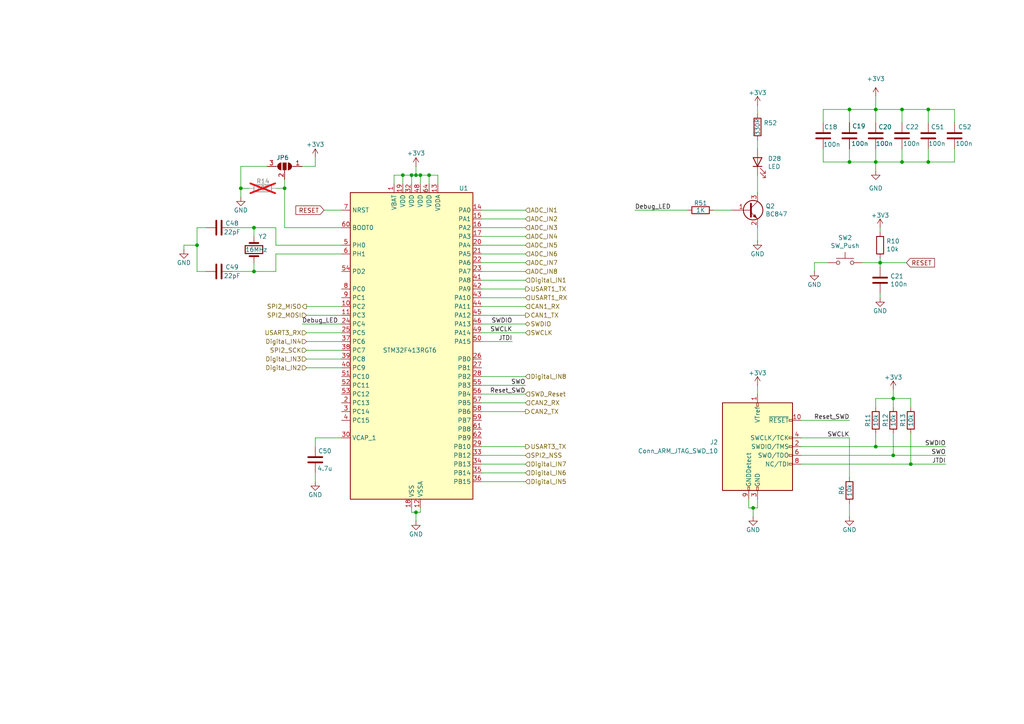
<source format=kicad_sch>
(kicad_sch
	(version 20231120)
	(generator "eeschema")
	(generator_version "8.0")
	(uuid "51f41a03-8212-4002-b408-3ad2b0b862a5")
	(paper "A4")
	(lib_symbols
		(symbol "Connector:Conn_ARM_JTAG_SWD_10"
			(pin_names
				(offset 1.016)
			)
			(exclude_from_sim no)
			(in_bom yes)
			(on_board yes)
			(property "Reference" "J"
				(at -2.54 16.51 0)
				(effects
					(font
						(size 1.27 1.27)
					)
					(justify right)
				)
			)
			(property "Value" "Conn_ARM_JTAG_SWD_10"
				(at -2.54 13.97 0)
				(effects
					(font
						(size 1.27 1.27)
					)
					(justify right bottom)
				)
			)
			(property "Footprint" ""
				(at 0 0 0)
				(effects
					(font
						(size 1.27 1.27)
					)
					(hide yes)
				)
			)
			(property "Datasheet" "http://infocenter.arm.com/help/topic/com.arm.doc.ddi0314h/DDI0314H_coresight_components_trm.pdf"
				(at -8.89 -31.75 90)
				(effects
					(font
						(size 1.27 1.27)
					)
					(hide yes)
				)
			)
			(property "Description" "Cortex Debug Connector, standard ARM Cortex-M SWD and JTAG interface"
				(at 0 0 0)
				(effects
					(font
						(size 1.27 1.27)
					)
					(hide yes)
				)
			)
			(property "ki_keywords" "Cortex Debug Connector ARM SWD JTAG"
				(at 0 0 0)
				(effects
					(font
						(size 1.27 1.27)
					)
					(hide yes)
				)
			)
			(property "ki_fp_filters" "PinHeader?2x05?P1.27mm*"
				(at 0 0 0)
				(effects
					(font
						(size 1.27 1.27)
					)
					(hide yes)
				)
			)
			(symbol "Conn_ARM_JTAG_SWD_10_0_1"
				(rectangle
					(start -10.16 12.7)
					(end 10.16 -12.7)
					(stroke
						(width 0.254)
						(type default)
					)
					(fill
						(type background)
					)
				)
				(rectangle
					(start -2.794 -12.7)
					(end -2.286 -11.684)
					(stroke
						(width 0)
						(type default)
					)
					(fill
						(type none)
					)
				)
				(rectangle
					(start -0.254 -12.7)
					(end 0.254 -11.684)
					(stroke
						(width 0)
						(type default)
					)
					(fill
						(type none)
					)
				)
				(rectangle
					(start -0.254 12.7)
					(end 0.254 11.684)
					(stroke
						(width 0)
						(type default)
					)
					(fill
						(type none)
					)
				)
				(rectangle
					(start 9.144 2.286)
					(end 10.16 2.794)
					(stroke
						(width 0)
						(type default)
					)
					(fill
						(type none)
					)
				)
				(rectangle
					(start 10.16 -2.794)
					(end 9.144 -2.286)
					(stroke
						(width 0)
						(type default)
					)
					(fill
						(type none)
					)
				)
				(rectangle
					(start 10.16 -0.254)
					(end 9.144 0.254)
					(stroke
						(width 0)
						(type default)
					)
					(fill
						(type none)
					)
				)
				(rectangle
					(start 10.16 7.874)
					(end 9.144 7.366)
					(stroke
						(width 0)
						(type default)
					)
					(fill
						(type none)
					)
				)
			)
			(symbol "Conn_ARM_JTAG_SWD_10_1_1"
				(rectangle
					(start 9.144 -5.334)
					(end 10.16 -4.826)
					(stroke
						(width 0)
						(type default)
					)
					(fill
						(type none)
					)
				)
				(pin power_in line
					(at 0 15.24 270)
					(length 2.54)
					(name "VTref"
						(effects
							(font
								(size 1.27 1.27)
							)
						)
					)
					(number "1"
						(effects
							(font
								(size 1.27 1.27)
							)
						)
					)
				)
				(pin open_collector line
					(at 12.7 7.62 180)
					(length 2.54)
					(name "~{RESET}"
						(effects
							(font
								(size 1.27 1.27)
							)
						)
					)
					(number "10"
						(effects
							(font
								(size 1.27 1.27)
							)
						)
					)
				)
				(pin bidirectional line
					(at 12.7 0 180)
					(length 2.54)
					(name "SWDIO/TMS"
						(effects
							(font
								(size 1.27 1.27)
							)
						)
					)
					(number "2"
						(effects
							(font
								(size 1.27 1.27)
							)
						)
					)
				)
				(pin power_in line
					(at 0 -15.24 90)
					(length 2.54)
					(name "GND"
						(effects
							(font
								(size 1.27 1.27)
							)
						)
					)
					(number "3"
						(effects
							(font
								(size 1.27 1.27)
							)
						)
					)
				)
				(pin output line
					(at 12.7 2.54 180)
					(length 2.54)
					(name "SWCLK/TCK"
						(effects
							(font
								(size 1.27 1.27)
							)
						)
					)
					(number "4"
						(effects
							(font
								(size 1.27 1.27)
							)
						)
					)
				)
				(pin passive line
					(at 0 -15.24 90)
					(length 2.54) hide
					(name "GND"
						(effects
							(font
								(size 1.27 1.27)
							)
						)
					)
					(number "5"
						(effects
							(font
								(size 1.27 1.27)
							)
						)
					)
				)
				(pin input line
					(at 12.7 -2.54 180)
					(length 2.54)
					(name "SWO/TDO"
						(effects
							(font
								(size 1.27 1.27)
							)
						)
					)
					(number "6"
						(effects
							(font
								(size 1.27 1.27)
							)
						)
					)
				)
				(pin no_connect line
					(at -10.16 0 0)
					(length 2.54) hide
					(name "KEY"
						(effects
							(font
								(size 1.27 1.27)
							)
						)
					)
					(number "7"
						(effects
							(font
								(size 1.27 1.27)
							)
						)
					)
				)
				(pin output line
					(at 12.7 -5.08 180)
					(length 2.54)
					(name "NC/TDI"
						(effects
							(font
								(size 1.27 1.27)
							)
						)
					)
					(number "8"
						(effects
							(font
								(size 1.27 1.27)
							)
						)
					)
				)
				(pin passive line
					(at -2.54 -15.24 90)
					(length 2.54)
					(name "GNDDetect"
						(effects
							(font
								(size 1.27 1.27)
							)
						)
					)
					(number "9"
						(effects
							(font
								(size 1.27 1.27)
							)
						)
					)
				)
			)
		)
		(symbol "Device:C"
			(pin_numbers hide)
			(pin_names
				(offset 0.254)
			)
			(exclude_from_sim no)
			(in_bom yes)
			(on_board yes)
			(property "Reference" "C"
				(at 0.635 2.54 0)
				(effects
					(font
						(size 1.27 1.27)
					)
					(justify left)
				)
			)
			(property "Value" "C"
				(at 0.635 -2.54 0)
				(effects
					(font
						(size 1.27 1.27)
					)
					(justify left)
				)
			)
			(property "Footprint" ""
				(at 0.9652 -3.81 0)
				(effects
					(font
						(size 1.27 1.27)
					)
					(hide yes)
				)
			)
			(property "Datasheet" "~"
				(at 0 0 0)
				(effects
					(font
						(size 1.27 1.27)
					)
					(hide yes)
				)
			)
			(property "Description" "Unpolarized capacitor"
				(at 0 0 0)
				(effects
					(font
						(size 1.27 1.27)
					)
					(hide yes)
				)
			)
			(property "ki_keywords" "cap capacitor"
				(at 0 0 0)
				(effects
					(font
						(size 1.27 1.27)
					)
					(hide yes)
				)
			)
			(property "ki_fp_filters" "C_*"
				(at 0 0 0)
				(effects
					(font
						(size 1.27 1.27)
					)
					(hide yes)
				)
			)
			(symbol "C_0_1"
				(polyline
					(pts
						(xy -2.032 -0.762) (xy 2.032 -0.762)
					)
					(stroke
						(width 0.508)
						(type default)
					)
					(fill
						(type none)
					)
				)
				(polyline
					(pts
						(xy -2.032 0.762) (xy 2.032 0.762)
					)
					(stroke
						(width 0.508)
						(type default)
					)
					(fill
						(type none)
					)
				)
			)
			(symbol "C_1_1"
				(pin passive line
					(at 0 3.81 270)
					(length 2.794)
					(name "~"
						(effects
							(font
								(size 1.27 1.27)
							)
						)
					)
					(number "1"
						(effects
							(font
								(size 1.27 1.27)
							)
						)
					)
				)
				(pin passive line
					(at 0 -3.81 90)
					(length 2.794)
					(name "~"
						(effects
							(font
								(size 1.27 1.27)
							)
						)
					)
					(number "2"
						(effects
							(font
								(size 1.27 1.27)
							)
						)
					)
				)
			)
		)
		(symbol "Device:Crystal"
			(pin_numbers hide)
			(pin_names
				(offset 1.016) hide)
			(exclude_from_sim no)
			(in_bom yes)
			(on_board yes)
			(property "Reference" "Y"
				(at 0 3.81 0)
				(effects
					(font
						(size 1.27 1.27)
					)
				)
			)
			(property "Value" "Crystal"
				(at 0 -3.81 0)
				(effects
					(font
						(size 1.27 1.27)
					)
				)
			)
			(property "Footprint" ""
				(at 0 0 0)
				(effects
					(font
						(size 1.27 1.27)
					)
					(hide yes)
				)
			)
			(property "Datasheet" "~"
				(at 0 0 0)
				(effects
					(font
						(size 1.27 1.27)
					)
					(hide yes)
				)
			)
			(property "Description" "Two pin crystal"
				(at 0 0 0)
				(effects
					(font
						(size 1.27 1.27)
					)
					(hide yes)
				)
			)
			(property "ki_keywords" "quartz ceramic resonator oscillator"
				(at 0 0 0)
				(effects
					(font
						(size 1.27 1.27)
					)
					(hide yes)
				)
			)
			(property "ki_fp_filters" "Crystal*"
				(at 0 0 0)
				(effects
					(font
						(size 1.27 1.27)
					)
					(hide yes)
				)
			)
			(symbol "Crystal_0_1"
				(rectangle
					(start -1.143 2.54)
					(end 1.143 -2.54)
					(stroke
						(width 0.3048)
						(type default)
					)
					(fill
						(type none)
					)
				)
				(polyline
					(pts
						(xy -2.54 0) (xy -1.905 0)
					)
					(stroke
						(width 0)
						(type default)
					)
					(fill
						(type none)
					)
				)
				(polyline
					(pts
						(xy -1.905 -1.27) (xy -1.905 1.27)
					)
					(stroke
						(width 0.508)
						(type default)
					)
					(fill
						(type none)
					)
				)
				(polyline
					(pts
						(xy 1.905 -1.27) (xy 1.905 1.27)
					)
					(stroke
						(width 0.508)
						(type default)
					)
					(fill
						(type none)
					)
				)
				(polyline
					(pts
						(xy 2.54 0) (xy 1.905 0)
					)
					(stroke
						(width 0)
						(type default)
					)
					(fill
						(type none)
					)
				)
			)
			(symbol "Crystal_1_1"
				(pin passive line
					(at -3.81 0 0)
					(length 1.27)
					(name "1"
						(effects
							(font
								(size 1.27 1.27)
							)
						)
					)
					(number "1"
						(effects
							(font
								(size 1.27 1.27)
							)
						)
					)
				)
				(pin passive line
					(at 3.81 0 180)
					(length 1.27)
					(name "2"
						(effects
							(font
								(size 1.27 1.27)
							)
						)
					)
					(number "2"
						(effects
							(font
								(size 1.27 1.27)
							)
						)
					)
				)
			)
		)
		(symbol "Device:LED"
			(pin_numbers hide)
			(pin_names
				(offset 1.016) hide)
			(exclude_from_sim no)
			(in_bom yes)
			(on_board yes)
			(property "Reference" "D"
				(at 0 2.54 0)
				(effects
					(font
						(size 1.27 1.27)
					)
				)
			)
			(property "Value" "LED"
				(at 0 -2.54 0)
				(effects
					(font
						(size 1.27 1.27)
					)
				)
			)
			(property "Footprint" ""
				(at 0 0 0)
				(effects
					(font
						(size 1.27 1.27)
					)
					(hide yes)
				)
			)
			(property "Datasheet" "~"
				(at 0 0 0)
				(effects
					(font
						(size 1.27 1.27)
					)
					(hide yes)
				)
			)
			(property "Description" "Light emitting diode"
				(at 0 0 0)
				(effects
					(font
						(size 1.27 1.27)
					)
					(hide yes)
				)
			)
			(property "ki_keywords" "LED diode"
				(at 0 0 0)
				(effects
					(font
						(size 1.27 1.27)
					)
					(hide yes)
				)
			)
			(property "ki_fp_filters" "LED* LED_SMD:* LED_THT:*"
				(at 0 0 0)
				(effects
					(font
						(size 1.27 1.27)
					)
					(hide yes)
				)
			)
			(symbol "LED_0_1"
				(polyline
					(pts
						(xy -1.27 -1.27) (xy -1.27 1.27)
					)
					(stroke
						(width 0.254)
						(type default)
					)
					(fill
						(type none)
					)
				)
				(polyline
					(pts
						(xy -1.27 0) (xy 1.27 0)
					)
					(stroke
						(width 0)
						(type default)
					)
					(fill
						(type none)
					)
				)
				(polyline
					(pts
						(xy 1.27 -1.27) (xy 1.27 1.27) (xy -1.27 0) (xy 1.27 -1.27)
					)
					(stroke
						(width 0.254)
						(type default)
					)
					(fill
						(type none)
					)
				)
				(polyline
					(pts
						(xy -3.048 -0.762) (xy -4.572 -2.286) (xy -3.81 -2.286) (xy -4.572 -2.286) (xy -4.572 -1.524)
					)
					(stroke
						(width 0)
						(type default)
					)
					(fill
						(type none)
					)
				)
				(polyline
					(pts
						(xy -1.778 -0.762) (xy -3.302 -2.286) (xy -2.54 -2.286) (xy -3.302 -2.286) (xy -3.302 -1.524)
					)
					(stroke
						(width 0)
						(type default)
					)
					(fill
						(type none)
					)
				)
			)
			(symbol "LED_1_1"
				(pin passive line
					(at -3.81 0 0)
					(length 2.54)
					(name "K"
						(effects
							(font
								(size 1.27 1.27)
							)
						)
					)
					(number "1"
						(effects
							(font
								(size 1.27 1.27)
							)
						)
					)
				)
				(pin passive line
					(at 3.81 0 180)
					(length 2.54)
					(name "A"
						(effects
							(font
								(size 1.27 1.27)
							)
						)
					)
					(number "2"
						(effects
							(font
								(size 1.27 1.27)
							)
						)
					)
				)
			)
		)
		(symbol "Device:R"
			(pin_numbers hide)
			(pin_names
				(offset 0)
			)
			(exclude_from_sim no)
			(in_bom yes)
			(on_board yes)
			(property "Reference" "R"
				(at 2.032 0 90)
				(effects
					(font
						(size 1.27 1.27)
					)
				)
			)
			(property "Value" "R"
				(at 0 0 90)
				(effects
					(font
						(size 1.27 1.27)
					)
				)
			)
			(property "Footprint" ""
				(at -1.778 0 90)
				(effects
					(font
						(size 1.27 1.27)
					)
					(hide yes)
				)
			)
			(property "Datasheet" "~"
				(at 0 0 0)
				(effects
					(font
						(size 1.27 1.27)
					)
					(hide yes)
				)
			)
			(property "Description" "Resistor"
				(at 0 0 0)
				(effects
					(font
						(size 1.27 1.27)
					)
					(hide yes)
				)
			)
			(property "ki_keywords" "R res resistor"
				(at 0 0 0)
				(effects
					(font
						(size 1.27 1.27)
					)
					(hide yes)
				)
			)
			(property "ki_fp_filters" "R_*"
				(at 0 0 0)
				(effects
					(font
						(size 1.27 1.27)
					)
					(hide yes)
				)
			)
			(symbol "R_0_1"
				(rectangle
					(start -1.016 -2.54)
					(end 1.016 2.54)
					(stroke
						(width 0.254)
						(type default)
					)
					(fill
						(type none)
					)
				)
			)
			(symbol "R_1_1"
				(pin passive line
					(at 0 3.81 270)
					(length 1.27)
					(name "~"
						(effects
							(font
								(size 1.27 1.27)
							)
						)
					)
					(number "1"
						(effects
							(font
								(size 1.27 1.27)
							)
						)
					)
				)
				(pin passive line
					(at 0 -3.81 90)
					(length 1.27)
					(name "~"
						(effects
							(font
								(size 1.27 1.27)
							)
						)
					)
					(number "2"
						(effects
							(font
								(size 1.27 1.27)
							)
						)
					)
				)
			)
		)
		(symbol "Jumper:SolderJumper_3_Open"
			(pin_names
				(offset 0) hide)
			(exclude_from_sim no)
			(in_bom yes)
			(on_board yes)
			(property "Reference" "JP"
				(at -2.54 -2.54 0)
				(effects
					(font
						(size 1.27 1.27)
					)
				)
			)
			(property "Value" "SolderJumper_3_Open"
				(at 0 2.794 0)
				(effects
					(font
						(size 1.27 1.27)
					)
				)
			)
			(property "Footprint" ""
				(at 0 0 0)
				(effects
					(font
						(size 1.27 1.27)
					)
					(hide yes)
				)
			)
			(property "Datasheet" "~"
				(at 0 0 0)
				(effects
					(font
						(size 1.27 1.27)
					)
					(hide yes)
				)
			)
			(property "Description" "Solder Jumper, 3-pole, open"
				(at 0 0 0)
				(effects
					(font
						(size 1.27 1.27)
					)
					(hide yes)
				)
			)
			(property "ki_keywords" "Solder Jumper SPDT"
				(at 0 0 0)
				(effects
					(font
						(size 1.27 1.27)
					)
					(hide yes)
				)
			)
			(property "ki_fp_filters" "SolderJumper*Open*"
				(at 0 0 0)
				(effects
					(font
						(size 1.27 1.27)
					)
					(hide yes)
				)
			)
			(symbol "SolderJumper_3_Open_0_1"
				(arc
					(start -1.016 1.016)
					(mid -2.0276 0)
					(end -1.016 -1.016)
					(stroke
						(width 0)
						(type default)
					)
					(fill
						(type none)
					)
				)
				(arc
					(start -1.016 1.016)
					(mid -2.0276 0)
					(end -1.016 -1.016)
					(stroke
						(width 0)
						(type default)
					)
					(fill
						(type outline)
					)
				)
				(rectangle
					(start -0.508 1.016)
					(end 0.508 -1.016)
					(stroke
						(width 0)
						(type default)
					)
					(fill
						(type outline)
					)
				)
				(polyline
					(pts
						(xy -2.54 0) (xy -2.032 0)
					)
					(stroke
						(width 0)
						(type default)
					)
					(fill
						(type none)
					)
				)
				(polyline
					(pts
						(xy -1.016 1.016) (xy -1.016 -1.016)
					)
					(stroke
						(width 0)
						(type default)
					)
					(fill
						(type none)
					)
				)
				(polyline
					(pts
						(xy 0 -1.27) (xy 0 -1.016)
					)
					(stroke
						(width 0)
						(type default)
					)
					(fill
						(type none)
					)
				)
				(polyline
					(pts
						(xy 1.016 1.016) (xy 1.016 -1.016)
					)
					(stroke
						(width 0)
						(type default)
					)
					(fill
						(type none)
					)
				)
				(polyline
					(pts
						(xy 2.54 0) (xy 2.032 0)
					)
					(stroke
						(width 0)
						(type default)
					)
					(fill
						(type none)
					)
				)
				(arc
					(start 1.016 -1.016)
					(mid 2.0276 0)
					(end 1.016 1.016)
					(stroke
						(width 0)
						(type default)
					)
					(fill
						(type none)
					)
				)
				(arc
					(start 1.016 -1.016)
					(mid 2.0276 0)
					(end 1.016 1.016)
					(stroke
						(width 0)
						(type default)
					)
					(fill
						(type outline)
					)
				)
			)
			(symbol "SolderJumper_3_Open_1_1"
				(pin passive line
					(at -5.08 0 0)
					(length 2.54)
					(name "A"
						(effects
							(font
								(size 1.27 1.27)
							)
						)
					)
					(number "1"
						(effects
							(font
								(size 1.27 1.27)
							)
						)
					)
				)
				(pin passive line
					(at 0 -3.81 90)
					(length 2.54)
					(name "C"
						(effects
							(font
								(size 1.27 1.27)
							)
						)
					)
					(number "2"
						(effects
							(font
								(size 1.27 1.27)
							)
						)
					)
				)
				(pin passive line
					(at 5.08 0 180)
					(length 2.54)
					(name "B"
						(effects
							(font
								(size 1.27 1.27)
							)
						)
					)
					(number "3"
						(effects
							(font
								(size 1.27 1.27)
							)
						)
					)
				)
			)
		)
		(symbol "MCU_ST_STM32F4:STM32F413RGTx"
			(exclude_from_sim no)
			(in_bom yes)
			(on_board yes)
			(property "Reference" "U"
				(at -17.78 46.99 0)
				(effects
					(font
						(size 1.27 1.27)
					)
					(justify left)
				)
			)
			(property "Value" "STM32F413RGTx"
				(at 10.16 46.99 0)
				(effects
					(font
						(size 1.27 1.27)
					)
					(justify left)
				)
			)
			(property "Footprint" "Package_QFP:LQFP-64_10x10mm_P0.5mm"
				(at -17.78 -43.18 0)
				(effects
					(font
						(size 1.27 1.27)
					)
					(justify right)
					(hide yes)
				)
			)
			(property "Datasheet" "https://www.st.com/resource/en/datasheet/stm32f413rg.pdf"
				(at 0 0 0)
				(effects
					(font
						(size 1.27 1.27)
					)
					(hide yes)
				)
			)
			(property "Description" "STMicroelectronics Arm Cortex-M4 MCU, 1024KB flash, 320KB RAM, 100 MHz, 1.7-3.6V, 50 GPIO, LQFP64"
				(at 0 0 0)
				(effects
					(font
						(size 1.27 1.27)
					)
					(hide yes)
				)
			)
			(property "ki_keywords" "Arm Cortex-M4 STM32F4 STM32F413/423"
				(at 0 0 0)
				(effects
					(font
						(size 1.27 1.27)
					)
					(hide yes)
				)
			)
			(property "ki_fp_filters" "LQFP*10x10mm*P0.5mm*"
				(at 0 0 0)
				(effects
					(font
						(size 1.27 1.27)
					)
					(hide yes)
				)
			)
			(symbol "STM32F413RGTx_0_1"
				(rectangle
					(start -17.78 -43.18)
					(end 17.78 45.72)
					(stroke
						(width 0.254)
						(type default)
					)
					(fill
						(type background)
					)
				)
			)
			(symbol "STM32F413RGTx_1_1"
				(pin power_in line
					(at -5.08 48.26 270)
					(length 2.54)
					(name "VBAT"
						(effects
							(font
								(size 1.27 1.27)
							)
						)
					)
					(number "1"
						(effects
							(font
								(size 1.27 1.27)
							)
						)
					)
				)
				(pin bidirectional line
					(at -20.32 12.7 0)
					(length 2.54)
					(name "PC2"
						(effects
							(font
								(size 1.27 1.27)
							)
						)
					)
					(number "10"
						(effects
							(font
								(size 1.27 1.27)
							)
						)
					)
					(alternate "ADC1_IN12" bidirectional line)
					(alternate "DFSDM1_CKOUT" bidirectional line)
					(alternate "DFSDM2_DATIN7" bidirectional line)
					(alternate "FSMC_NWE" bidirectional line)
					(alternate "I2S2_ext_SD" bidirectional line)
					(alternate "LPTIM1_IN2" bidirectional line)
					(alternate "SAI1_SCK_B" bidirectional line)
					(alternate "SPI2_MISO" bidirectional line)
				)
				(pin bidirectional line
					(at -20.32 10.16 0)
					(length 2.54)
					(name "PC3"
						(effects
							(font
								(size 1.27 1.27)
							)
						)
					)
					(number "11"
						(effects
							(font
								(size 1.27 1.27)
							)
						)
					)
					(alternate "ADC1_IN13" bidirectional line)
					(alternate "DFSDM2_CKIN7" bidirectional line)
					(alternate "FSMC_A0" bidirectional line)
					(alternate "I2S2_SD" bidirectional line)
					(alternate "LPTIM1_ETR" bidirectional line)
					(alternate "SAI1_FS_B" bidirectional line)
					(alternate "SPI2_MOSI" bidirectional line)
				)
				(pin power_in line
					(at 2.54 -45.72 90)
					(length 2.54)
					(name "VSSA"
						(effects
							(font
								(size 1.27 1.27)
							)
						)
					)
					(number "12"
						(effects
							(font
								(size 1.27 1.27)
							)
						)
					)
				)
				(pin power_in line
					(at 7.62 48.26 270)
					(length 2.54)
					(name "VDDA"
						(effects
							(font
								(size 1.27 1.27)
							)
						)
					)
					(number "13"
						(effects
							(font
								(size 1.27 1.27)
							)
						)
					)
				)
				(pin bidirectional line
					(at 20.32 40.64 180)
					(length 2.54)
					(name "PA0"
						(effects
							(font
								(size 1.27 1.27)
							)
						)
					)
					(number "14"
						(effects
							(font
								(size 1.27 1.27)
							)
						)
					)
					(alternate "ADC1_IN0" bidirectional line)
					(alternate "SYS_WKUP1" bidirectional line)
					(alternate "TIM2_CH1" bidirectional line)
					(alternate "TIM2_ETR" bidirectional line)
					(alternate "TIM5_CH1" bidirectional line)
					(alternate "TIM8_ETR" bidirectional line)
					(alternate "UART4_TX" bidirectional line)
					(alternate "USART2_CTS" bidirectional line)
				)
				(pin bidirectional line
					(at 20.32 38.1 180)
					(length 2.54)
					(name "PA1"
						(effects
							(font
								(size 1.27 1.27)
							)
						)
					)
					(number "15"
						(effects
							(font
								(size 1.27 1.27)
							)
						)
					)
					(alternate "ADC1_IN1" bidirectional line)
					(alternate "I2S4_SD" bidirectional line)
					(alternate "QUADSPI_BK1_IO3" bidirectional line)
					(alternate "SPI4_MOSI" bidirectional line)
					(alternate "TIM2_CH2" bidirectional line)
					(alternate "TIM5_CH2" bidirectional line)
					(alternate "UART4_RX" bidirectional line)
					(alternate "USART2_RTS" bidirectional line)
				)
				(pin bidirectional line
					(at 20.32 35.56 180)
					(length 2.54)
					(name "PA2"
						(effects
							(font
								(size 1.27 1.27)
							)
						)
					)
					(number "16"
						(effects
							(font
								(size 1.27 1.27)
							)
						)
					)
					(alternate "ADC1_IN2" bidirectional line)
					(alternate "FSMC_D4" bidirectional line)
					(alternate "FSMC_DA4" bidirectional line)
					(alternate "I2S_CKIN" bidirectional line)
					(alternate "TIM2_CH3" bidirectional line)
					(alternate "TIM5_CH3" bidirectional line)
					(alternate "TIM9_CH1" bidirectional line)
					(alternate "USART2_TX" bidirectional line)
				)
				(pin bidirectional line
					(at 20.32 33.02 180)
					(length 2.54)
					(name "PA3"
						(effects
							(font
								(size 1.27 1.27)
							)
						)
					)
					(number "17"
						(effects
							(font
								(size 1.27 1.27)
							)
						)
					)
					(alternate "ADC1_IN3" bidirectional line)
					(alternate "FSMC_D5" bidirectional line)
					(alternate "FSMC_DA5" bidirectional line)
					(alternate "I2S2_MCK" bidirectional line)
					(alternate "SAI1_SD_B" bidirectional line)
					(alternate "TIM2_CH4" bidirectional line)
					(alternate "TIM5_CH4" bidirectional line)
					(alternate "TIM9_CH2" bidirectional line)
					(alternate "USART2_RX" bidirectional line)
				)
				(pin power_in line
					(at 0 -45.72 90)
					(length 2.54)
					(name "VSS"
						(effects
							(font
								(size 1.27 1.27)
							)
						)
					)
					(number "18"
						(effects
							(font
								(size 1.27 1.27)
							)
						)
					)
				)
				(pin power_in line
					(at -2.54 48.26 270)
					(length 2.54)
					(name "VDD"
						(effects
							(font
								(size 1.27 1.27)
							)
						)
					)
					(number "19"
						(effects
							(font
								(size 1.27 1.27)
							)
						)
					)
				)
				(pin bidirectional line
					(at -20.32 -15.24 0)
					(length 2.54)
					(name "PC13"
						(effects
							(font
								(size 1.27 1.27)
							)
						)
					)
					(number "2"
						(effects
							(font
								(size 1.27 1.27)
							)
						)
					)
					(alternate "RTC_AF1" bidirectional line)
				)
				(pin bidirectional line
					(at 20.32 30.48 180)
					(length 2.54)
					(name "PA4"
						(effects
							(font
								(size 1.27 1.27)
							)
						)
					)
					(number "20"
						(effects
							(font
								(size 1.27 1.27)
							)
						)
					)
					(alternate "ADC1_IN4" bidirectional line)
					(alternate "DAC_OUT1" bidirectional line)
					(alternate "DFSDM1_DATIN1" bidirectional line)
					(alternate "FSMC_D6" bidirectional line)
					(alternate "FSMC_DA6" bidirectional line)
					(alternate "I2S1_WS" bidirectional line)
					(alternate "I2S3_WS" bidirectional line)
					(alternate "SPI1_NSS" bidirectional line)
					(alternate "SPI3_NSS" bidirectional line)
					(alternate "USART2_CK" bidirectional line)
				)
				(pin bidirectional line
					(at 20.32 27.94 180)
					(length 2.54)
					(name "PA5"
						(effects
							(font
								(size 1.27 1.27)
							)
						)
					)
					(number "21"
						(effects
							(font
								(size 1.27 1.27)
							)
						)
					)
					(alternate "ADC1_IN5" bidirectional line)
					(alternate "DAC_OUT2" bidirectional line)
					(alternate "DFSDM1_CKIN1" bidirectional line)
					(alternate "FSMC_D7" bidirectional line)
					(alternate "FSMC_DA7" bidirectional line)
					(alternate "I2S1_CK" bidirectional line)
					(alternate "SPI1_SCK" bidirectional line)
					(alternate "TIM2_CH1" bidirectional line)
					(alternate "TIM2_ETR" bidirectional line)
					(alternate "TIM8_CH1N" bidirectional line)
				)
				(pin bidirectional line
					(at 20.32 25.4 180)
					(length 2.54)
					(name "PA6"
						(effects
							(font
								(size 1.27 1.27)
							)
						)
					)
					(number "22"
						(effects
							(font
								(size 1.27 1.27)
							)
						)
					)
					(alternate "ADC1_IN6" bidirectional line)
					(alternate "DFSDM2_CKIN1" bidirectional line)
					(alternate "I2S2_MCK" bidirectional line)
					(alternate "QUADSPI_BK2_IO0" bidirectional line)
					(alternate "SDIO_CMD" bidirectional line)
					(alternate "SPI1_MISO" bidirectional line)
					(alternate "TIM13_CH1" bidirectional line)
					(alternate "TIM1_BKIN" bidirectional line)
					(alternate "TIM3_CH1" bidirectional line)
					(alternate "TIM8_BKIN" bidirectional line)
				)
				(pin bidirectional line
					(at 20.32 22.86 180)
					(length 2.54)
					(name "PA7"
						(effects
							(font
								(size 1.27 1.27)
							)
						)
					)
					(number "23"
						(effects
							(font
								(size 1.27 1.27)
							)
						)
					)
					(alternate "ADC1_IN7" bidirectional line)
					(alternate "DFSDM2_DATIN1" bidirectional line)
					(alternate "I2S1_SD" bidirectional line)
					(alternate "QUADSPI_BK2_IO1" bidirectional line)
					(alternate "SPI1_MOSI" bidirectional line)
					(alternate "TIM14_CH1" bidirectional line)
					(alternate "TIM1_CH1N" bidirectional line)
					(alternate "TIM3_CH2" bidirectional line)
					(alternate "TIM8_CH1N" bidirectional line)
				)
				(pin bidirectional line
					(at -20.32 7.62 0)
					(length 2.54)
					(name "PC4"
						(effects
							(font
								(size 1.27 1.27)
							)
						)
					)
					(number "24"
						(effects
							(font
								(size 1.27 1.27)
							)
						)
					)
					(alternate "ADC1_IN14" bidirectional line)
					(alternate "DFSDM2_CKIN2" bidirectional line)
					(alternate "FSMC_NE4" bidirectional line)
					(alternate "I2S1_MCK" bidirectional line)
					(alternate "QUADSPI_BK2_IO2" bidirectional line)
				)
				(pin bidirectional line
					(at -20.32 5.08 0)
					(length 2.54)
					(name "PC5"
						(effects
							(font
								(size 1.27 1.27)
							)
						)
					)
					(number "25"
						(effects
							(font
								(size 1.27 1.27)
							)
						)
					)
					(alternate "ADC1_IN15" bidirectional line)
					(alternate "DFSDM2_DATIN2" bidirectional line)
					(alternate "FMPI2C1_SMBA" bidirectional line)
					(alternate "FSMC_NOE" bidirectional line)
					(alternate "QUADSPI_BK2_IO3" bidirectional line)
					(alternate "USART3_RX" bidirectional line)
				)
				(pin bidirectional line
					(at 20.32 -2.54 180)
					(length 2.54)
					(name "PB0"
						(effects
							(font
								(size 1.27 1.27)
							)
						)
					)
					(number "26"
						(effects
							(font
								(size 1.27 1.27)
							)
						)
					)
					(alternate "ADC1_IN8" bidirectional line)
					(alternate "I2S5_CK" bidirectional line)
					(alternate "SPI5_SCK" bidirectional line)
					(alternate "TIM1_CH2N" bidirectional line)
					(alternate "TIM3_CH3" bidirectional line)
					(alternate "TIM8_CH2N" bidirectional line)
				)
				(pin bidirectional line
					(at 20.32 -5.08 180)
					(length 2.54)
					(name "PB1"
						(effects
							(font
								(size 1.27 1.27)
							)
						)
					)
					(number "27"
						(effects
							(font
								(size 1.27 1.27)
							)
						)
					)
					(alternate "ADC1_IN9" bidirectional line)
					(alternate "DFSDM1_DATIN0" bidirectional line)
					(alternate "I2S5_WS" bidirectional line)
					(alternate "QUADSPI_CLK" bidirectional line)
					(alternate "SPI5_NSS" bidirectional line)
					(alternate "TIM1_CH3N" bidirectional line)
					(alternate "TIM3_CH4" bidirectional line)
					(alternate "TIM8_CH3N" bidirectional line)
				)
				(pin bidirectional line
					(at 20.32 -7.62 180)
					(length 2.54)
					(name "PB2"
						(effects
							(font
								(size 1.27 1.27)
							)
						)
					)
					(number "28"
						(effects
							(font
								(size 1.27 1.27)
							)
						)
					)
					(alternate "DFSDM1_CKIN0" bidirectional line)
					(alternate "LPTIM1_OUT" bidirectional line)
					(alternate "QUADSPI_CLK" bidirectional line)
				)
				(pin bidirectional line
					(at 20.32 -27.94 180)
					(length 2.54)
					(name "PB10"
						(effects
							(font
								(size 1.27 1.27)
							)
						)
					)
					(number "29"
						(effects
							(font
								(size 1.27 1.27)
							)
						)
					)
					(alternate "DFSDM2_CKOUT" bidirectional line)
					(alternate "FMPI2C1_SCL" bidirectional line)
					(alternate "I2C2_SCL" bidirectional line)
					(alternate "I2S2_CK" bidirectional line)
					(alternate "I2S3_MCK" bidirectional line)
					(alternate "SDIO_D7" bidirectional line)
					(alternate "SPI2_SCK" bidirectional line)
					(alternate "TIM2_CH3" bidirectional line)
					(alternate "USART3_TX" bidirectional line)
				)
				(pin bidirectional line
					(at -20.32 -17.78 0)
					(length 2.54)
					(name "PC14"
						(effects
							(font
								(size 1.27 1.27)
							)
						)
					)
					(number "3"
						(effects
							(font
								(size 1.27 1.27)
							)
						)
					)
					(alternate "RCC_OSC32_IN" bidirectional line)
				)
				(pin power_out line
					(at -20.32 -25.4 0)
					(length 2.54)
					(name "VCAP_1"
						(effects
							(font
								(size 1.27 1.27)
							)
						)
					)
					(number "30"
						(effects
							(font
								(size 1.27 1.27)
							)
						)
					)
				)
				(pin passive line
					(at 0 -45.72 90)
					(length 2.54) hide
					(name "VSS"
						(effects
							(font
								(size 1.27 1.27)
							)
						)
					)
					(number "31"
						(effects
							(font
								(size 1.27 1.27)
							)
						)
					)
				)
				(pin power_in line
					(at 0 48.26 270)
					(length 2.54)
					(name "VDD"
						(effects
							(font
								(size 1.27 1.27)
							)
						)
					)
					(number "32"
						(effects
							(font
								(size 1.27 1.27)
							)
						)
					)
				)
				(pin bidirectional line
					(at 20.32 -30.48 180)
					(length 2.54)
					(name "PB12"
						(effects
							(font
								(size 1.27 1.27)
							)
						)
					)
					(number "33"
						(effects
							(font
								(size 1.27 1.27)
							)
						)
					)
					(alternate "CAN2_RX" bidirectional line)
					(alternate "DFSDM1_DATIN1" bidirectional line)
					(alternate "I2C2_SMBA" bidirectional line)
					(alternate "I2S2_WS" bidirectional line)
					(alternate "I2S3_CK" bidirectional line)
					(alternate "I2S4_WS" bidirectional line)
					(alternate "SPI2_NSS" bidirectional line)
					(alternate "SPI3_SCK" bidirectional line)
					(alternate "SPI4_NSS" bidirectional line)
					(alternate "TIM1_BKIN" bidirectional line)
					(alternate "UART5_RX" bidirectional line)
					(alternate "USART3_CK" bidirectional line)
				)
				(pin bidirectional line
					(at 20.32 -33.02 180)
					(length 2.54)
					(name "PB13"
						(effects
							(font
								(size 1.27 1.27)
							)
						)
					)
					(number "34"
						(effects
							(font
								(size 1.27 1.27)
							)
						)
					)
					(alternate "CAN2_TX" bidirectional line)
					(alternate "DFSDM1_CKIN1" bidirectional line)
					(alternate "FMPI2C1_SMBA" bidirectional line)
					(alternate "I2S2_CK" bidirectional line)
					(alternate "I2S4_CK" bidirectional line)
					(alternate "SPI2_SCK" bidirectional line)
					(alternate "SPI4_SCK" bidirectional line)
					(alternate "TIM1_CH1N" bidirectional line)
					(alternate "UART5_TX" bidirectional line)
					(alternate "USART3_CTS" bidirectional line)
				)
				(pin bidirectional line
					(at 20.32 -35.56 180)
					(length 2.54)
					(name "PB14"
						(effects
							(font
								(size 1.27 1.27)
							)
						)
					)
					(number "35"
						(effects
							(font
								(size 1.27 1.27)
							)
						)
					)
					(alternate "DFSDM1_DATIN2" bidirectional line)
					(alternate "FMPI2C1_SDA" bidirectional line)
					(alternate "FSMC_D0" bidirectional line)
					(alternate "FSMC_DA0" bidirectional line)
					(alternate "I2S2_ext_SD" bidirectional line)
					(alternate "SDIO_D6" bidirectional line)
					(alternate "SPI2_MISO" bidirectional line)
					(alternate "TIM12_CH1" bidirectional line)
					(alternate "TIM1_CH2N" bidirectional line)
					(alternate "TIM8_CH2N" bidirectional line)
					(alternate "USART3_RTS" bidirectional line)
				)
				(pin bidirectional line
					(at 20.32 -38.1 180)
					(length 2.54)
					(name "PB15"
						(effects
							(font
								(size 1.27 1.27)
							)
						)
					)
					(number "36"
						(effects
							(font
								(size 1.27 1.27)
							)
						)
					)
					(alternate "ADC1_EXTI15" bidirectional line)
					(alternate "DFSDM1_CKIN2" bidirectional line)
					(alternate "FMPI2C1_SCL" bidirectional line)
					(alternate "I2S2_SD" bidirectional line)
					(alternate "RTC_REFIN" bidirectional line)
					(alternate "SDIO_CK" bidirectional line)
					(alternate "SPI2_MOSI" bidirectional line)
					(alternate "TIM12_CH2" bidirectional line)
					(alternate "TIM1_CH3N" bidirectional line)
					(alternate "TIM8_CH3N" bidirectional line)
				)
				(pin bidirectional line
					(at -20.32 2.54 0)
					(length 2.54)
					(name "PC6"
						(effects
							(font
								(size 1.27 1.27)
							)
						)
					)
					(number "37"
						(effects
							(font
								(size 1.27 1.27)
							)
						)
					)
					(alternate "DFSDM1_CKIN3" bidirectional line)
					(alternate "DFSDM2_DATIN6" bidirectional line)
					(alternate "FMPI2C1_SCL" bidirectional line)
					(alternate "FSMC_D1" bidirectional line)
					(alternate "FSMC_DA1" bidirectional line)
					(alternate "I2S2_MCK" bidirectional line)
					(alternate "SDIO_D6" bidirectional line)
					(alternate "TIM3_CH1" bidirectional line)
					(alternate "TIM8_CH1" bidirectional line)
					(alternate "USART6_TX" bidirectional line)
				)
				(pin bidirectional line
					(at -20.32 0 0)
					(length 2.54)
					(name "PC7"
						(effects
							(font
								(size 1.27 1.27)
							)
						)
					)
					(number "38"
						(effects
							(font
								(size 1.27 1.27)
							)
						)
					)
					(alternate "DFSDM1_DATIN3" bidirectional line)
					(alternate "DFSDM2_CKIN6" bidirectional line)
					(alternate "FMPI2C1_SDA" bidirectional line)
					(alternate "I2S2_CK" bidirectional line)
					(alternate "I2S3_MCK" bidirectional line)
					(alternate "SDIO_D7" bidirectional line)
					(alternate "SPI2_SCK" bidirectional line)
					(alternate "TIM3_CH2" bidirectional line)
					(alternate "TIM8_CH2" bidirectional line)
					(alternate "USART6_RX" bidirectional line)
				)
				(pin bidirectional line
					(at -20.32 -2.54 0)
					(length 2.54)
					(name "PC8"
						(effects
							(font
								(size 1.27 1.27)
							)
						)
					)
					(number "39"
						(effects
							(font
								(size 1.27 1.27)
							)
						)
					)
					(alternate "DFSDM2_CKIN3" bidirectional line)
					(alternate "QUADSPI_BK1_IO2" bidirectional line)
					(alternate "SDIO_D0" bidirectional line)
					(alternate "TIM3_CH3" bidirectional line)
					(alternate "TIM8_CH3" bidirectional line)
					(alternate "USART6_CK" bidirectional line)
				)
				(pin bidirectional line
					(at -20.32 -20.32 0)
					(length 2.54)
					(name "PC15"
						(effects
							(font
								(size 1.27 1.27)
							)
						)
					)
					(number "4"
						(effects
							(font
								(size 1.27 1.27)
							)
						)
					)
					(alternate "ADC1_EXTI15" bidirectional line)
					(alternate "RCC_OSC32_OUT" bidirectional line)
				)
				(pin bidirectional line
					(at -20.32 -5.08 0)
					(length 2.54)
					(name "PC9"
						(effects
							(font
								(size 1.27 1.27)
							)
						)
					)
					(number "40"
						(effects
							(font
								(size 1.27 1.27)
							)
						)
					)
					(alternate "DAC_EXTI9" bidirectional line)
					(alternate "DFSDM2_DATIN3" bidirectional line)
					(alternate "I2C3_SDA" bidirectional line)
					(alternate "I2S_CKIN" bidirectional line)
					(alternate "QUADSPI_BK1_IO0" bidirectional line)
					(alternate "RCC_MCO_2" bidirectional line)
					(alternate "SDIO_D1" bidirectional line)
					(alternate "TIM3_CH4" bidirectional line)
					(alternate "TIM8_CH4" bidirectional line)
				)
				(pin bidirectional line
					(at 20.32 20.32 180)
					(length 2.54)
					(name "PA8"
						(effects
							(font
								(size 1.27 1.27)
							)
						)
					)
					(number "41"
						(effects
							(font
								(size 1.27 1.27)
							)
						)
					)
					(alternate "CAN3_RX" bidirectional line)
					(alternate "DFSDM1_CKOUT" bidirectional line)
					(alternate "I2C3_SCL" bidirectional line)
					(alternate "RCC_MCO_1" bidirectional line)
					(alternate "SDIO_D1" bidirectional line)
					(alternate "TIM1_CH1" bidirectional line)
					(alternate "UART7_RX" bidirectional line)
					(alternate "USART1_CK" bidirectional line)
					(alternate "USB_OTG_FS_SOF" bidirectional line)
				)
				(pin bidirectional line
					(at 20.32 17.78 180)
					(length 2.54)
					(name "PA9"
						(effects
							(font
								(size 1.27 1.27)
							)
						)
					)
					(number "42"
						(effects
							(font
								(size 1.27 1.27)
							)
						)
					)
					(alternate "DAC_EXTI9" bidirectional line)
					(alternate "DFSDM2_CKIN3" bidirectional line)
					(alternate "I2C3_SMBA" bidirectional line)
					(alternate "I2S2_CK" bidirectional line)
					(alternate "SDIO_D2" bidirectional line)
					(alternate "SPI2_SCK" bidirectional line)
					(alternate "TIM1_CH2" bidirectional line)
					(alternate "USART1_TX" bidirectional line)
					(alternate "USB_OTG_FS_VBUS" bidirectional line)
				)
				(pin bidirectional line
					(at 20.32 15.24 180)
					(length 2.54)
					(name "PA10"
						(effects
							(font
								(size 1.27 1.27)
							)
						)
					)
					(number "43"
						(effects
							(font
								(size 1.27 1.27)
							)
						)
					)
					(alternate "DFSDM2_DATIN3" bidirectional line)
					(alternate "I2S2_SD" bidirectional line)
					(alternate "I2S5_SD" bidirectional line)
					(alternate "SPI2_MOSI" bidirectional line)
					(alternate "SPI5_MOSI" bidirectional line)
					(alternate "TIM1_CH3" bidirectional line)
					(alternate "USART1_RX" bidirectional line)
					(alternate "USB_OTG_FS_ID" bidirectional line)
				)
				(pin bidirectional line
					(at 20.32 12.7 180)
					(length 2.54)
					(name "PA11"
						(effects
							(font
								(size 1.27 1.27)
							)
						)
					)
					(number "44"
						(effects
							(font
								(size 1.27 1.27)
							)
						)
					)
					(alternate "ADC1_EXTI11" bidirectional line)
					(alternate "CAN1_RX" bidirectional line)
					(alternate "DFSDM2_CKIN5" bidirectional line)
					(alternate "I2S2_WS" bidirectional line)
					(alternate "SPI2_NSS" bidirectional line)
					(alternate "SPI4_MISO" bidirectional line)
					(alternate "TIM1_CH4" bidirectional line)
					(alternate "UART4_RX" bidirectional line)
					(alternate "USART1_CTS" bidirectional line)
					(alternate "USART6_TX" bidirectional line)
					(alternate "USB_OTG_FS_DM" bidirectional line)
				)
				(pin bidirectional line
					(at 20.32 10.16 180)
					(length 2.54)
					(name "PA12"
						(effects
							(font
								(size 1.27 1.27)
							)
						)
					)
					(number "45"
						(effects
							(font
								(size 1.27 1.27)
							)
						)
					)
					(alternate "CAN1_TX" bidirectional line)
					(alternate "DFSDM2_DATIN5" bidirectional line)
					(alternate "SPI2_MISO" bidirectional line)
					(alternate "SPI5_MISO" bidirectional line)
					(alternate "TIM1_ETR" bidirectional line)
					(alternate "UART4_TX" bidirectional line)
					(alternate "USART1_RTS" bidirectional line)
					(alternate "USART6_RX" bidirectional line)
					(alternate "USB_OTG_FS_DP" bidirectional line)
				)
				(pin bidirectional line
					(at 20.32 7.62 180)
					(length 2.54)
					(name "PA13"
						(effects
							(font
								(size 1.27 1.27)
							)
						)
					)
					(number "46"
						(effects
							(font
								(size 1.27 1.27)
							)
						)
					)
					(alternate "SYS_JTMS-SWDIO" bidirectional line)
				)
				(pin passive line
					(at 0 -45.72 90)
					(length 2.54) hide
					(name "VSS"
						(effects
							(font
								(size 1.27 1.27)
							)
						)
					)
					(number "47"
						(effects
							(font
								(size 1.27 1.27)
							)
						)
					)
				)
				(pin power_in line
					(at 2.54 48.26 270)
					(length 2.54)
					(name "VDD"
						(effects
							(font
								(size 1.27 1.27)
							)
						)
					)
					(number "48"
						(effects
							(font
								(size 1.27 1.27)
							)
						)
					)
				)
				(pin bidirectional line
					(at 20.32 5.08 180)
					(length 2.54)
					(name "PA14"
						(effects
							(font
								(size 1.27 1.27)
							)
						)
					)
					(number "49"
						(effects
							(font
								(size 1.27 1.27)
							)
						)
					)
					(alternate "SYS_JTCK-SWCLK" bidirectional line)
				)
				(pin bidirectional line
					(at -20.32 30.48 0)
					(length 2.54)
					(name "PH0"
						(effects
							(font
								(size 1.27 1.27)
							)
						)
					)
					(number "5"
						(effects
							(font
								(size 1.27 1.27)
							)
						)
					)
					(alternate "RCC_OSC_IN" bidirectional line)
				)
				(pin bidirectional line
					(at 20.32 2.54 180)
					(length 2.54)
					(name "PA15"
						(effects
							(font
								(size 1.27 1.27)
							)
						)
					)
					(number "50"
						(effects
							(font
								(size 1.27 1.27)
							)
						)
					)
					(alternate "ADC1_EXTI15" bidirectional line)
					(alternate "CAN3_TX" bidirectional line)
					(alternate "I2S1_WS" bidirectional line)
					(alternate "I2S3_WS" bidirectional line)
					(alternate "SAI1_MCLK_A" bidirectional line)
					(alternate "SPI1_NSS" bidirectional line)
					(alternate "SPI3_NSS" bidirectional line)
					(alternate "SYS_JTDI" bidirectional line)
					(alternate "TIM2_CH1" bidirectional line)
					(alternate "TIM2_ETR" bidirectional line)
					(alternate "UART7_TX" bidirectional line)
					(alternate "USART1_TX" bidirectional line)
				)
				(pin bidirectional line
					(at -20.32 -7.62 0)
					(length 2.54)
					(name "PC10"
						(effects
							(font
								(size 1.27 1.27)
							)
						)
					)
					(number "51"
						(effects
							(font
								(size 1.27 1.27)
							)
						)
					)
					(alternate "DFSDM2_CKIN5" bidirectional line)
					(alternate "I2S3_CK" bidirectional line)
					(alternate "QUADSPI_BK1_IO1" bidirectional line)
					(alternate "SDIO_D2" bidirectional line)
					(alternate "SPI3_SCK" bidirectional line)
					(alternate "USART3_TX" bidirectional line)
				)
				(pin bidirectional line
					(at -20.32 -10.16 0)
					(length 2.54)
					(name "PC11"
						(effects
							(font
								(size 1.27 1.27)
							)
						)
					)
					(number "52"
						(effects
							(font
								(size 1.27 1.27)
							)
						)
					)
					(alternate "ADC1_EXTI11" bidirectional line)
					(alternate "DFSDM2_DATIN5" bidirectional line)
					(alternate "FSMC_D2" bidirectional line)
					(alternate "FSMC_DA2" bidirectional line)
					(alternate "I2S3_ext_SD" bidirectional line)
					(alternate "QUADSPI_BK2_NCS" bidirectional line)
					(alternate "SDIO_D3" bidirectional line)
					(alternate "SPI3_MISO" bidirectional line)
					(alternate "UART4_RX" bidirectional line)
					(alternate "USART3_RX" bidirectional line)
				)
				(pin bidirectional line
					(at -20.32 -12.7 0)
					(length 2.54)
					(name "PC12"
						(effects
							(font
								(size 1.27 1.27)
							)
						)
					)
					(number "53"
						(effects
							(font
								(size 1.27 1.27)
							)
						)
					)
					(alternate "FSMC_D3" bidirectional line)
					(alternate "FSMC_DA3" bidirectional line)
					(alternate "I2S3_SD" bidirectional line)
					(alternate "SDIO_CK" bidirectional line)
					(alternate "SPI3_MOSI" bidirectional line)
					(alternate "UART5_TX" bidirectional line)
					(alternate "USART3_CK" bidirectional line)
				)
				(pin bidirectional line
					(at -20.32 22.86 0)
					(length 2.54)
					(name "PD2"
						(effects
							(font
								(size 1.27 1.27)
							)
						)
					)
					(number "54"
						(effects
							(font
								(size 1.27 1.27)
							)
						)
					)
					(alternate "DFSDM2_CKOUT" bidirectional line)
					(alternate "FSMC_NWE" bidirectional line)
					(alternate "SDIO_CMD" bidirectional line)
					(alternate "TIM3_ETR" bidirectional line)
					(alternate "UART5_RX" bidirectional line)
				)
				(pin bidirectional line
					(at 20.32 -10.16 180)
					(length 2.54)
					(name "PB3"
						(effects
							(font
								(size 1.27 1.27)
							)
						)
					)
					(number "55"
						(effects
							(font
								(size 1.27 1.27)
							)
						)
					)
					(alternate "CAN3_RX" bidirectional line)
					(alternate "FMPI2C1_SDA" bidirectional line)
					(alternate "I2C2_SDA" bidirectional line)
					(alternate "I2S1_CK" bidirectional line)
					(alternate "I2S3_CK" bidirectional line)
					(alternate "SAI1_SD_A" bidirectional line)
					(alternate "SPI1_SCK" bidirectional line)
					(alternate "SPI3_SCK" bidirectional line)
					(alternate "SYS_JTDO-SWO" bidirectional line)
					(alternate "TIM2_CH2" bidirectional line)
					(alternate "UART7_RX" bidirectional line)
					(alternate "USART1_RX" bidirectional line)
				)
				(pin bidirectional line
					(at 20.32 -12.7 180)
					(length 2.54)
					(name "PB4"
						(effects
							(font
								(size 1.27 1.27)
							)
						)
					)
					(number "56"
						(effects
							(font
								(size 1.27 1.27)
							)
						)
					)
					(alternate "CAN3_TX" bidirectional line)
					(alternate "I2C3_SDA" bidirectional line)
					(alternate "I2S3_ext_SD" bidirectional line)
					(alternate "SAI1_SCK_A" bidirectional line)
					(alternate "SDIO_D0" bidirectional line)
					(alternate "SPI1_MISO" bidirectional line)
					(alternate "SPI3_MISO" bidirectional line)
					(alternate "SYS_JTRST" bidirectional line)
					(alternate "TIM3_CH1" bidirectional line)
					(alternate "UART7_TX" bidirectional line)
				)
				(pin bidirectional line
					(at 20.32 -15.24 180)
					(length 2.54)
					(name "PB5"
						(effects
							(font
								(size 1.27 1.27)
							)
						)
					)
					(number "57"
						(effects
							(font
								(size 1.27 1.27)
							)
						)
					)
					(alternate "CAN2_RX" bidirectional line)
					(alternate "I2C1_SMBA" bidirectional line)
					(alternate "I2S1_SD" bidirectional line)
					(alternate "I2S3_SD" bidirectional line)
					(alternate "LPTIM1_IN1" bidirectional line)
					(alternate "SAI1_FS_A" bidirectional line)
					(alternate "SDIO_D3" bidirectional line)
					(alternate "SPI1_MOSI" bidirectional line)
					(alternate "SPI3_MOSI" bidirectional line)
					(alternate "TIM3_CH2" bidirectional line)
					(alternate "UART5_RX" bidirectional line)
				)
				(pin bidirectional line
					(at 20.32 -17.78 180)
					(length 2.54)
					(name "PB6"
						(effects
							(font
								(size 1.27 1.27)
							)
						)
					)
					(number "58"
						(effects
							(font
								(size 1.27 1.27)
							)
						)
					)
					(alternate "CAN2_TX" bidirectional line)
					(alternate "DFSDM2_CKIN7" bidirectional line)
					(alternate "I2C1_SCL" bidirectional line)
					(alternate "LPTIM1_ETR" bidirectional line)
					(alternate "QUADSPI_BK1_NCS" bidirectional line)
					(alternate "SDIO_D0" bidirectional line)
					(alternate "TIM4_CH1" bidirectional line)
					(alternate "UART5_TX" bidirectional line)
					(alternate "USART1_TX" bidirectional line)
				)
				(pin bidirectional line
					(at 20.32 -20.32 180)
					(length 2.54)
					(name "PB7"
						(effects
							(font
								(size 1.27 1.27)
							)
						)
					)
					(number "59"
						(effects
							(font
								(size 1.27 1.27)
							)
						)
					)
					(alternate "DFSDM2_DATIN7" bidirectional line)
					(alternate "FSMC_NL" bidirectional line)
					(alternate "I2C1_SDA" bidirectional line)
					(alternate "LPTIM1_IN2" bidirectional line)
					(alternate "TIM4_CH2" bidirectional line)
					(alternate "USART1_RX" bidirectional line)
				)
				(pin bidirectional line
					(at -20.32 27.94 0)
					(length 2.54)
					(name "PH1"
						(effects
							(font
								(size 1.27 1.27)
							)
						)
					)
					(number "6"
						(effects
							(font
								(size 1.27 1.27)
							)
						)
					)
					(alternate "RCC_OSC_OUT" bidirectional line)
				)
				(pin input line
					(at -20.32 35.56 0)
					(length 2.54)
					(name "BOOT0"
						(effects
							(font
								(size 1.27 1.27)
							)
						)
					)
					(number "60"
						(effects
							(font
								(size 1.27 1.27)
							)
						)
					)
				)
				(pin bidirectional line
					(at 20.32 -22.86 180)
					(length 2.54)
					(name "PB8"
						(effects
							(font
								(size 1.27 1.27)
							)
						)
					)
					(number "61"
						(effects
							(font
								(size 1.27 1.27)
							)
						)
					)
					(alternate "CAN1_RX" bidirectional line)
					(alternate "DFSDM2_CKIN1" bidirectional line)
					(alternate "I2C1_SCL" bidirectional line)
					(alternate "I2C3_SDA" bidirectional line)
					(alternate "I2S5_SD" bidirectional line)
					(alternate "LPTIM1_OUT" bidirectional line)
					(alternate "SDIO_D4" bidirectional line)
					(alternate "SPI5_MOSI" bidirectional line)
					(alternate "TIM10_CH1" bidirectional line)
					(alternate "TIM4_CH3" bidirectional line)
					(alternate "UART5_RX" bidirectional line)
				)
				(pin bidirectional line
					(at 20.32 -25.4 180)
					(length 2.54)
					(name "PB9"
						(effects
							(font
								(size 1.27 1.27)
							)
						)
					)
					(number "62"
						(effects
							(font
								(size 1.27 1.27)
							)
						)
					)
					(alternate "CAN1_TX" bidirectional line)
					(alternate "DAC_EXTI9" bidirectional line)
					(alternate "DFSDM2_DATIN1" bidirectional line)
					(alternate "I2C1_SDA" bidirectional line)
					(alternate "I2C2_SDA" bidirectional line)
					(alternate "I2S2_WS" bidirectional line)
					(alternate "SDIO_D5" bidirectional line)
					(alternate "SPI2_NSS" bidirectional line)
					(alternate "TIM11_CH1" bidirectional line)
					(alternate "TIM4_CH4" bidirectional line)
					(alternate "UART5_TX" bidirectional line)
				)
				(pin passive line
					(at 0 -45.72 90)
					(length 2.54) hide
					(name "VSS"
						(effects
							(font
								(size 1.27 1.27)
							)
						)
					)
					(number "63"
						(effects
							(font
								(size 1.27 1.27)
							)
						)
					)
				)
				(pin power_in line
					(at 5.08 48.26 270)
					(length 2.54)
					(name "VDD"
						(effects
							(font
								(size 1.27 1.27)
							)
						)
					)
					(number "64"
						(effects
							(font
								(size 1.27 1.27)
							)
						)
					)
				)
				(pin input line
					(at -20.32 40.64 0)
					(length 2.54)
					(name "NRST"
						(effects
							(font
								(size 1.27 1.27)
							)
						)
					)
					(number "7"
						(effects
							(font
								(size 1.27 1.27)
							)
						)
					)
				)
				(pin bidirectional line
					(at -20.32 17.78 0)
					(length 2.54)
					(name "PC0"
						(effects
							(font
								(size 1.27 1.27)
							)
						)
					)
					(number "8"
						(effects
							(font
								(size 1.27 1.27)
							)
						)
					)
					(alternate "ADC1_IN10" bidirectional line)
					(alternate "DFSDM2_CKIN4" bidirectional line)
					(alternate "LPTIM1_IN1" bidirectional line)
					(alternate "SAI1_MCLK_B" bidirectional line)
					(alternate "SYS_WKUP2" bidirectional line)
				)
				(pin bidirectional line
					(at -20.32 15.24 0)
					(length 2.54)
					(name "PC1"
						(effects
							(font
								(size 1.27 1.27)
							)
						)
					)
					(number "9"
						(effects
							(font
								(size 1.27 1.27)
							)
						)
					)
					(alternate "ADC1_IN11" bidirectional line)
					(alternate "DFSDM2_DATIN4" bidirectional line)
					(alternate "LPTIM1_OUT" bidirectional line)
					(alternate "SAI1_SD_B" bidirectional line)
					(alternate "SYS_WKUP3" bidirectional line)
				)
			)
		)
		(symbol "Raspberry-Pi-Zero-W-rescue:C-Device"
			(pin_numbers hide)
			(pin_names
				(offset 0.254)
			)
			(exclude_from_sim no)
			(in_bom yes)
			(on_board yes)
			(property "Reference" "C"
				(at 0.635 2.54 0)
				(effects
					(font
						(size 1.27 1.27)
					)
					(justify left)
				)
			)
			(property "Value" "C-Device"
				(at 0.635 -2.54 0)
				(effects
					(font
						(size 1.27 1.27)
					)
					(justify left)
				)
			)
			(property "Footprint" ""
				(at 0.9652 -3.81 0)
				(effects
					(font
						(size 1.27 1.27)
					)
					(hide yes)
				)
			)
			(property "Datasheet" ""
				(at 0 0 0)
				(effects
					(font
						(size 1.27 1.27)
					)
					(hide yes)
				)
			)
			(property "Description" ""
				(at 0 0 0)
				(effects
					(font
						(size 1.27 1.27)
					)
					(hide yes)
				)
			)
			(property "ki_fp_filters" "C_*"
				(at 0 0 0)
				(effects
					(font
						(size 1.27 1.27)
					)
					(hide yes)
				)
			)
			(symbol "C-Device_0_1"
				(polyline
					(pts
						(xy -2.032 -0.762) (xy 2.032 -0.762)
					)
					(stroke
						(width 0.508)
						(type default)
					)
					(fill
						(type none)
					)
				)
				(polyline
					(pts
						(xy -2.032 0.762) (xy 2.032 0.762)
					)
					(stroke
						(width 0.508)
						(type default)
					)
					(fill
						(type none)
					)
				)
			)
			(symbol "C-Device_1_1"
				(pin passive line
					(at 0 3.81 270)
					(length 2.794)
					(name "~"
						(effects
							(font
								(size 1.27 1.27)
							)
						)
					)
					(number "1"
						(effects
							(font
								(size 1.27 1.27)
							)
						)
					)
				)
				(pin passive line
					(at 0 -3.81 90)
					(length 2.794)
					(name "~"
						(effects
							(font
								(size 1.27 1.27)
							)
						)
					)
					(number "2"
						(effects
							(font
								(size 1.27 1.27)
							)
						)
					)
				)
			)
		)
		(symbol "Switch:SW_Push"
			(pin_numbers hide)
			(pin_names
				(offset 1.016) hide)
			(exclude_from_sim no)
			(in_bom yes)
			(on_board yes)
			(property "Reference" "SW"
				(at 1.27 2.54 0)
				(effects
					(font
						(size 1.27 1.27)
					)
					(justify left)
				)
			)
			(property "Value" "SW_Push"
				(at 0 -1.524 0)
				(effects
					(font
						(size 1.27 1.27)
					)
				)
			)
			(property "Footprint" ""
				(at 0 5.08 0)
				(effects
					(font
						(size 1.27 1.27)
					)
					(hide yes)
				)
			)
			(property "Datasheet" "~"
				(at 0 5.08 0)
				(effects
					(font
						(size 1.27 1.27)
					)
					(hide yes)
				)
			)
			(property "Description" "Push button switch, generic, two pins"
				(at 0 0 0)
				(effects
					(font
						(size 1.27 1.27)
					)
					(hide yes)
				)
			)
			(property "ki_keywords" "switch normally-open pushbutton push-button"
				(at 0 0 0)
				(effects
					(font
						(size 1.27 1.27)
					)
					(hide yes)
				)
			)
			(symbol "SW_Push_0_1"
				(circle
					(center -2.032 0)
					(radius 0.508)
					(stroke
						(width 0)
						(type default)
					)
					(fill
						(type none)
					)
				)
				(polyline
					(pts
						(xy 0 1.27) (xy 0 3.048)
					)
					(stroke
						(width 0)
						(type default)
					)
					(fill
						(type none)
					)
				)
				(polyline
					(pts
						(xy 2.54 1.27) (xy -2.54 1.27)
					)
					(stroke
						(width 0)
						(type default)
					)
					(fill
						(type none)
					)
				)
				(circle
					(center 2.032 0)
					(radius 0.508)
					(stroke
						(width 0)
						(type default)
					)
					(fill
						(type none)
					)
				)
				(pin passive line
					(at -5.08 0 0)
					(length 2.54)
					(name "1"
						(effects
							(font
								(size 1.27 1.27)
							)
						)
					)
					(number "1"
						(effects
							(font
								(size 1.27 1.27)
							)
						)
					)
				)
				(pin passive line
					(at 5.08 0 180)
					(length 2.54)
					(name "2"
						(effects
							(font
								(size 1.27 1.27)
							)
						)
					)
					(number "2"
						(effects
							(font
								(size 1.27 1.27)
							)
						)
					)
				)
			)
		)
		(symbol "Transistor_BJT:BC847"
			(pin_names
				(offset 0) hide)
			(exclude_from_sim no)
			(in_bom yes)
			(on_board yes)
			(property "Reference" "Q"
				(at 5.08 1.905 0)
				(effects
					(font
						(size 1.27 1.27)
					)
					(justify left)
				)
			)
			(property "Value" "BC847"
				(at 5.08 0 0)
				(effects
					(font
						(size 1.27 1.27)
					)
					(justify left)
				)
			)
			(property "Footprint" "Package_TO_SOT_SMD:SOT-23"
				(at 5.08 -1.905 0)
				(effects
					(font
						(size 1.27 1.27)
						(italic yes)
					)
					(justify left)
					(hide yes)
				)
			)
			(property "Datasheet" "http://www.infineon.com/dgdl/Infineon-BC847SERIES_BC848SERIES_BC849SERIES_BC850SERIES-DS-v01_01-en.pdf?fileId=db3a304314dca389011541d4630a1657"
				(at 0 0 0)
				(effects
					(font
						(size 1.27 1.27)
					)
					(justify left)
					(hide yes)
				)
			)
			(property "Description" "0.1A Ic, 45V Vce, NPN Transistor, SOT-23"
				(at 0 0 0)
				(effects
					(font
						(size 1.27 1.27)
					)
					(hide yes)
				)
			)
			(property "ki_keywords" "NPN Small Signal Transistor"
				(at 0 0 0)
				(effects
					(font
						(size 1.27 1.27)
					)
					(hide yes)
				)
			)
			(property "ki_fp_filters" "SOT?23*"
				(at 0 0 0)
				(effects
					(font
						(size 1.27 1.27)
					)
					(hide yes)
				)
			)
			(symbol "BC847_0_1"
				(polyline
					(pts
						(xy 0.635 0.635) (xy 2.54 2.54)
					)
					(stroke
						(width 0)
						(type default)
					)
					(fill
						(type none)
					)
				)
				(polyline
					(pts
						(xy 0.635 -0.635) (xy 2.54 -2.54) (xy 2.54 -2.54)
					)
					(stroke
						(width 0)
						(type default)
					)
					(fill
						(type none)
					)
				)
				(polyline
					(pts
						(xy 0.635 1.905) (xy 0.635 -1.905) (xy 0.635 -1.905)
					)
					(stroke
						(width 0.508)
						(type default)
					)
					(fill
						(type none)
					)
				)
				(polyline
					(pts
						(xy 1.27 -1.778) (xy 1.778 -1.27) (xy 2.286 -2.286) (xy 1.27 -1.778) (xy 1.27 -1.778)
					)
					(stroke
						(width 0)
						(type default)
					)
					(fill
						(type outline)
					)
				)
				(circle
					(center 1.27 0)
					(radius 2.8194)
					(stroke
						(width 0.254)
						(type default)
					)
					(fill
						(type none)
					)
				)
			)
			(symbol "BC847_1_1"
				(pin input line
					(at -5.08 0 0)
					(length 5.715)
					(name "B"
						(effects
							(font
								(size 1.27 1.27)
							)
						)
					)
					(number "1"
						(effects
							(font
								(size 1.27 1.27)
							)
						)
					)
				)
				(pin passive line
					(at 2.54 -5.08 90)
					(length 2.54)
					(name "E"
						(effects
							(font
								(size 1.27 1.27)
							)
						)
					)
					(number "2"
						(effects
							(font
								(size 1.27 1.27)
							)
						)
					)
				)
				(pin passive line
					(at 2.54 5.08 270)
					(length 2.54)
					(name "C"
						(effects
							(font
								(size 1.27 1.27)
							)
						)
					)
					(number "3"
						(effects
							(font
								(size 1.27 1.27)
							)
						)
					)
				)
			)
		)
		(symbol "power:+3V3"
			(power)
			(pin_numbers hide)
			(pin_names
				(offset 0) hide)
			(exclude_from_sim no)
			(in_bom yes)
			(on_board yes)
			(property "Reference" "#PWR"
				(at 0 -3.81 0)
				(effects
					(font
						(size 1.27 1.27)
					)
					(hide yes)
				)
			)
			(property "Value" "+3V3"
				(at 0 3.556 0)
				(effects
					(font
						(size 1.27 1.27)
					)
				)
			)
			(property "Footprint" ""
				(at 0 0 0)
				(effects
					(font
						(size 1.27 1.27)
					)
					(hide yes)
				)
			)
			(property "Datasheet" ""
				(at 0 0 0)
				(effects
					(font
						(size 1.27 1.27)
					)
					(hide yes)
				)
			)
			(property "Description" "Power symbol creates a global label with name \"+3V3\""
				(at 0 0 0)
				(effects
					(font
						(size 1.27 1.27)
					)
					(hide yes)
				)
			)
			(property "ki_keywords" "global power"
				(at 0 0 0)
				(effects
					(font
						(size 1.27 1.27)
					)
					(hide yes)
				)
			)
			(symbol "+3V3_0_1"
				(polyline
					(pts
						(xy -0.762 1.27) (xy 0 2.54)
					)
					(stroke
						(width 0)
						(type default)
					)
					(fill
						(type none)
					)
				)
				(polyline
					(pts
						(xy 0 0) (xy 0 2.54)
					)
					(stroke
						(width 0)
						(type default)
					)
					(fill
						(type none)
					)
				)
				(polyline
					(pts
						(xy 0 2.54) (xy 0.762 1.27)
					)
					(stroke
						(width 0)
						(type default)
					)
					(fill
						(type none)
					)
				)
			)
			(symbol "+3V3_1_1"
				(pin power_in line
					(at 0 0 90)
					(length 0)
					(name "~"
						(effects
							(font
								(size 1.27 1.27)
							)
						)
					)
					(number "1"
						(effects
							(font
								(size 1.27 1.27)
							)
						)
					)
				)
			)
		)
		(symbol "power:GND"
			(power)
			(pin_numbers hide)
			(pin_names
				(offset 0) hide)
			(exclude_from_sim no)
			(in_bom yes)
			(on_board yes)
			(property "Reference" "#PWR"
				(at 0 -6.35 0)
				(effects
					(font
						(size 1.27 1.27)
					)
					(hide yes)
				)
			)
			(property "Value" "GND"
				(at 0 -3.81 0)
				(effects
					(font
						(size 1.27 1.27)
					)
				)
			)
			(property "Footprint" ""
				(at 0 0 0)
				(effects
					(font
						(size 1.27 1.27)
					)
					(hide yes)
				)
			)
			(property "Datasheet" ""
				(at 0 0 0)
				(effects
					(font
						(size 1.27 1.27)
					)
					(hide yes)
				)
			)
			(property "Description" "Power symbol creates a global label with name \"GND\" , ground"
				(at 0 0 0)
				(effects
					(font
						(size 1.27 1.27)
					)
					(hide yes)
				)
			)
			(property "ki_keywords" "global power"
				(at 0 0 0)
				(effects
					(font
						(size 1.27 1.27)
					)
					(hide yes)
				)
			)
			(symbol "GND_0_1"
				(polyline
					(pts
						(xy 0 0) (xy 0 -1.27) (xy 1.27 -1.27) (xy 0 -2.54) (xy -1.27 -1.27) (xy 0 -1.27)
					)
					(stroke
						(width 0)
						(type default)
					)
					(fill
						(type none)
					)
				)
			)
			(symbol "GND_1_1"
				(pin power_in line
					(at 0 0 270)
					(length 0)
					(name "~"
						(effects
							(font
								(size 1.27 1.27)
							)
						)
					)
					(number "1"
						(effects
							(font
								(size 1.27 1.27)
							)
						)
					)
				)
			)
		)
	)
	(junction
		(at 120.65 148.59)
		(diameter 0)
		(color 0 0 0 0)
		(uuid "053afc2a-5873-48ff-9d08-2eaade2e2e1e")
	)
	(junction
		(at 255.27 76.2)
		(diameter 0)
		(color 0 0 0 0)
		(uuid "0899e600-252e-4ed7-ba68-2aa3678c1e96")
	)
	(junction
		(at 124.46 50.8)
		(diameter 0)
		(color 0 0 0 0)
		(uuid "1298d39e-cfb5-4d6b-a74d-1b7bc1bb875d")
	)
	(junction
		(at 261.62 31.75)
		(diameter 0)
		(color 0 0 0 0)
		(uuid "1bc787b0-4785-4d69-9f75-bdef25b6b31c")
	)
	(junction
		(at 269.24 46.99)
		(diameter 0)
		(color 0 0 0 0)
		(uuid "2e5a46d0-8fd9-4ed0-8c97-c8b1c1c8b854")
	)
	(junction
		(at 261.62 46.99)
		(diameter 0)
		(color 0 0 0 0)
		(uuid "38a13f27-8b6a-4809-b1cc-9bb39caceb4a")
	)
	(junction
		(at 264.16 134.62)
		(diameter 0)
		(color 0 0 0 0)
		(uuid "40cd6115-222d-4b49-9e38-04a3f6b21018")
	)
	(junction
		(at 119.38 50.8)
		(diameter 0)
		(color 0 0 0 0)
		(uuid "4bdc19f1-4f86-4f51-b526-b9fc1204ed10")
	)
	(junction
		(at 218.44 147.32)
		(diameter 0)
		(color 0 0 0 0)
		(uuid "619dcf7b-d7e0-4610-a4eb-730750943afb")
	)
	(junction
		(at 246.38 31.75)
		(diameter 0)
		(color 0 0 0 0)
		(uuid "642db585-a892-4b56-b9d6-6bdf65edb50e")
	)
	(junction
		(at 259.08 115.57)
		(diameter 0)
		(color 0 0 0 0)
		(uuid "6be6f35f-8696-4458-bf50-7abccd285340")
	)
	(junction
		(at 116.84 50.8)
		(diameter 0)
		(color 0 0 0 0)
		(uuid "6f847c60-691b-4f4d-be6b-148b24c4fb72")
	)
	(junction
		(at 82.55 54.61)
		(diameter 0)
		(color 0 0 0 0)
		(uuid "77703893-6a6f-4f9d-865e-08c802a79165")
	)
	(junction
		(at 120.65 50.8)
		(diameter 0)
		(color 0 0 0 0)
		(uuid "9ea3bc93-2eb5-425c-8866-969791ad0010")
	)
	(junction
		(at 269.24 31.75)
		(diameter 0)
		(color 0 0 0 0)
		(uuid "a8eefa71-dbf1-434d-a240-b824e9e4538e")
	)
	(junction
		(at 57.15 71.12)
		(diameter 0)
		(color 0 0 0 0)
		(uuid "c410e7e3-2533-40d2-a6dc-1ade7a600fa0")
	)
	(junction
		(at 73.66 66.04)
		(diameter 0)
		(color 0 0 0 0)
		(uuid "c9faa7b2-98d3-4564-82bf-c358fe285434")
	)
	(junction
		(at 69.85 54.61)
		(diameter 0)
		(color 0 0 0 0)
		(uuid "cf65c25a-82ac-4649-9153-18e4805ec21a")
	)
	(junction
		(at 254 129.54)
		(diameter 0)
		(color 0 0 0 0)
		(uuid "d19ec062-26ef-466e-982c-6418539fe54c")
	)
	(junction
		(at 121.92 50.8)
		(diameter 0)
		(color 0 0 0 0)
		(uuid "d3a46561-2050-41ee-b67d-533418ac0317")
	)
	(junction
		(at 254 31.75)
		(diameter 0)
		(color 0 0 0 0)
		(uuid "d55fb23c-159d-4680-89ad-b444244817b9")
	)
	(junction
		(at 246.38 46.99)
		(diameter 0)
		(color 0 0 0 0)
		(uuid "d726ae6a-5e9d-48dc-a719-587a2477f7ba")
	)
	(junction
		(at 259.08 132.08)
		(diameter 0)
		(color 0 0 0 0)
		(uuid "df4b5902-b07b-4615-adf2-3315dd3a26cc")
	)
	(junction
		(at 254 46.99)
		(diameter 0)
		(color 0 0 0 0)
		(uuid "e1fcebda-1e8e-46ec-82f9-8d259cd1ec90")
	)
	(junction
		(at 73.66 78.74)
		(diameter 0)
		(color 0 0 0 0)
		(uuid "feea0a5d-a3db-4e91-a913-c4a66bd5404f")
	)
	(wire
		(pts
			(xy 264.16 125.73) (xy 264.16 134.62)
		)
		(stroke
			(width 0)
			(type default)
		)
		(uuid "0021d000-1b90-4365-be85-73330221edf5")
	)
	(wire
		(pts
			(xy 139.7 139.7) (xy 152.4 139.7)
		)
		(stroke
			(width 0)
			(type default)
		)
		(uuid "02f1f073-b3d5-4573-a07d-f8d86d557a05")
	)
	(wire
		(pts
			(xy 73.66 76.2) (xy 73.66 78.74)
		)
		(stroke
			(width 0)
			(type default)
		)
		(uuid "03c706f6-c10c-44c4-8a69-cd001eb1c0aa")
	)
	(wire
		(pts
			(xy 59.69 78.74) (xy 57.15 78.74)
		)
		(stroke
			(width 0)
			(type default)
		)
		(uuid "088069f1-d42f-4d1f-bf59-ef79b3b45376")
	)
	(wire
		(pts
			(xy 120.65 48.26) (xy 120.65 50.8)
		)
		(stroke
			(width 0)
			(type default)
		)
		(uuid "0a3823b5-f7e9-4421-8a00-0bcfedc4e496")
	)
	(wire
		(pts
			(xy 57.15 71.12) (xy 57.15 78.74)
		)
		(stroke
			(width 0)
			(type default)
		)
		(uuid "0bd9b906-2ac2-4972-b287-4503c732be53")
	)
	(wire
		(pts
			(xy 82.55 52.07) (xy 82.55 54.61)
		)
		(stroke
			(width 0)
			(type default)
		)
		(uuid "0c648499-8318-4cad-aaa4-ac0a7797b41b")
	)
	(wire
		(pts
			(xy 238.76 46.99) (xy 246.38 46.99)
		)
		(stroke
			(width 0)
			(type default)
		)
		(uuid "0e2a6682-53e8-441f-bed3-f3d62b007005")
	)
	(wire
		(pts
			(xy 254 27.94) (xy 254 31.75)
		)
		(stroke
			(width 0)
			(type default)
		)
		(uuid "0e3369ca-d5b4-4f65-8969-0d0091765c6c")
	)
	(wire
		(pts
			(xy 218.44 147.32) (xy 219.71 147.32)
		)
		(stroke
			(width 0)
			(type default)
		)
		(uuid "0edd0e66-6e9b-4585-89e9-e53667a9b1db")
	)
	(wire
		(pts
			(xy 232.41 132.08) (xy 259.08 132.08)
		)
		(stroke
			(width 0)
			(type default)
		)
		(uuid "0fb910bb-b840-4981-ae0f-24eb43ab259c")
	)
	(wire
		(pts
			(xy 139.7 99.06) (xy 148.59 99.06)
		)
		(stroke
			(width 0)
			(type default)
		)
		(uuid "1005bac3-f322-4399-a547-0bdac36215fe")
	)
	(wire
		(pts
			(xy 254 125.73) (xy 254 129.54)
		)
		(stroke
			(width 0)
			(type default)
		)
		(uuid "1109d681-9165-4547-9ffc-49cb0157a58f")
	)
	(wire
		(pts
			(xy 91.44 48.26) (xy 91.44 45.72)
		)
		(stroke
			(width 0)
			(type default)
		)
		(uuid "11937fca-6e12-4162-87a5-a9a714cedd2f")
	)
	(wire
		(pts
			(xy 259.08 113.03) (xy 259.08 115.57)
		)
		(stroke
			(width 0)
			(type default)
		)
		(uuid "1213fc4d-fada-4706-ba92-9b7663371a2c")
	)
	(wire
		(pts
			(xy 232.41 127) (xy 246.38 127)
		)
		(stroke
			(width 0)
			(type default)
		)
		(uuid "12ff86eb-3045-4dd5-b7c8-c8ad3195d2f4")
	)
	(wire
		(pts
			(xy 99.06 88.9) (xy 88.9 88.9)
		)
		(stroke
			(width 0)
			(type default)
		)
		(uuid "1698db22-59d2-499d-9f5b-02a8548ccde3")
	)
	(wire
		(pts
			(xy 254 46.99) (xy 261.62 46.99)
		)
		(stroke
			(width 0)
			(type default)
		)
		(uuid "1893bed2-76ea-4bfa-986a-734d790d9f14")
	)
	(wire
		(pts
			(xy 276.86 46.99) (xy 276.86 43.18)
		)
		(stroke
			(width 0)
			(type default)
		)
		(uuid "19d5e2e2-6cd3-4193-aa23-5d75e836d61b")
	)
	(wire
		(pts
			(xy 261.62 46.99) (xy 269.24 46.99)
		)
		(stroke
			(width 0)
			(type default)
		)
		(uuid "1dc9efb9-6033-4302-aec0-ddf3142a4ae2")
	)
	(wire
		(pts
			(xy 139.7 91.44) (xy 152.4 91.44)
		)
		(stroke
			(width 0)
			(type default)
		)
		(uuid "1eb9d7fe-d6ef-4a55-8358-3f410da2c2d3")
	)
	(wire
		(pts
			(xy 88.9 91.44) (xy 99.06 91.44)
		)
		(stroke
			(width 0)
			(type default)
		)
		(uuid "2317d13a-f7aa-4a65-8e28-6b0bb7cc034b")
	)
	(wire
		(pts
			(xy 255.27 86.36) (xy 255.27 85.09)
		)
		(stroke
			(width 0)
			(type default)
		)
		(uuid "25bd4b33-f286-4b1f-bad6-eb527fd80e9b")
	)
	(wire
		(pts
			(xy 120.65 148.59) (xy 121.92 148.59)
		)
		(stroke
			(width 0)
			(type default)
		)
		(uuid "284893f5-b248-474e-bdf6-b54bf9096a37")
	)
	(wire
		(pts
			(xy 246.38 43.18) (xy 246.38 46.99)
		)
		(stroke
			(width 0)
			(type default)
		)
		(uuid "285dc6c1-2638-4dfc-9099-97596d3c9477")
	)
	(wire
		(pts
			(xy 139.7 93.98) (xy 152.4 93.98)
		)
		(stroke
			(width 0)
			(type default)
		)
		(uuid "2b0c8a02-0921-4d9f-98fd-75f129fb881c")
	)
	(wire
		(pts
			(xy 219.71 55.88) (xy 219.71 50.8)
		)
		(stroke
			(width 0)
			(type default)
		)
		(uuid "2b3523cd-2ab4-4bce-b674-1a5dc528c0f8")
	)
	(wire
		(pts
			(xy 73.66 66.04) (xy 73.66 68.58)
		)
		(stroke
			(width 0)
			(type default)
		)
		(uuid "2c68cd0e-1418-4c93-b3d5-c87f11424f44")
	)
	(wire
		(pts
			(xy 57.15 66.04) (xy 57.15 71.12)
		)
		(stroke
			(width 0)
			(type default)
		)
		(uuid "2c988538-5237-4875-9e33-2ee273aed0b0")
	)
	(wire
		(pts
			(xy 238.76 35.56) (xy 238.76 31.75)
		)
		(stroke
			(width 0)
			(type default)
		)
		(uuid "2cf34dca-3f7a-45af-b0bd-92cdead6874a")
	)
	(wire
		(pts
			(xy 69.85 54.61) (xy 72.39 54.61)
		)
		(stroke
			(width 0)
			(type default)
		)
		(uuid "2ec54669-d45a-41bd-8253-19b05ee57a2a")
	)
	(wire
		(pts
			(xy 67.31 66.04) (xy 73.66 66.04)
		)
		(stroke
			(width 0)
			(type default)
		)
		(uuid "2f74c960-16d6-4216-b53d-e88223946ecf")
	)
	(wire
		(pts
			(xy 73.66 66.04) (xy 80.01 66.04)
		)
		(stroke
			(width 0)
			(type default)
		)
		(uuid "2fb408a1-2fdc-4765-a290-9b3ad716ae7f")
	)
	(wire
		(pts
			(xy 69.85 48.26) (xy 69.85 54.61)
		)
		(stroke
			(width 0)
			(type default)
		)
		(uuid "3016534b-1956-4c71-ad52-890278890bc8")
	)
	(wire
		(pts
			(xy 80.01 73.66) (xy 99.06 73.66)
		)
		(stroke
			(width 0)
			(type default)
		)
		(uuid "34006307-5b63-475a-bd56-1c5ecc9910f5")
	)
	(wire
		(pts
			(xy 238.76 43.18) (xy 238.76 46.99)
		)
		(stroke
			(width 0)
			(type default)
		)
		(uuid "36bd2b8d-17dd-4489-9919-7cdb45683639")
	)
	(wire
		(pts
			(xy 139.7 109.22) (xy 152.4 109.22)
		)
		(stroke
			(width 0)
			(type default)
		)
		(uuid "3ada94d4-39af-415a-9cc6-61593ccf5475")
	)
	(wire
		(pts
			(xy 88.9 96.52) (xy 99.06 96.52)
		)
		(stroke
			(width 0)
			(type default)
		)
		(uuid "3b0b08d8-8831-4948-a6e0-a6521d4728e9")
	)
	(wire
		(pts
			(xy 139.7 66.04) (xy 152.4 66.04)
		)
		(stroke
			(width 0)
			(type default)
		)
		(uuid "47655ab1-f9e4-48d5-acd7-e57110274784")
	)
	(wire
		(pts
			(xy 238.76 31.75) (xy 246.38 31.75)
		)
		(stroke
			(width 0)
			(type default)
		)
		(uuid "4d301c31-ff78-4902-908e-f5d873cb3257")
	)
	(wire
		(pts
			(xy 219.71 111.76) (xy 219.71 114.3)
		)
		(stroke
			(width 0)
			(type default)
		)
		(uuid "4d529c29-e777-44bc-84e8-56e79602baa7")
	)
	(wire
		(pts
			(xy 254 118.11) (xy 254 115.57)
		)
		(stroke
			(width 0)
			(type default)
		)
		(uuid "4fc77067-b513-4c6a-8153-de982c46ef28")
	)
	(wire
		(pts
			(xy 212.09 60.96) (xy 207.01 60.96)
		)
		(stroke
			(width 0)
			(type default)
		)
		(uuid "50538041-8aef-4644-9cf7-18df1bbc4335")
	)
	(wire
		(pts
			(xy 120.65 148.59) (xy 120.65 151.13)
		)
		(stroke
			(width 0)
			(type default)
		)
		(uuid "513f2046-e1ae-4bc6-9154-1df8a28b8b8f")
	)
	(wire
		(pts
			(xy 218.44 147.32) (xy 218.44 149.86)
		)
		(stroke
			(width 0)
			(type default)
		)
		(uuid "52b5f976-25d0-47a8-80b1-6d1826836960")
	)
	(wire
		(pts
			(xy 264.16 134.62) (xy 274.32 134.62)
		)
		(stroke
			(width 0)
			(type default)
		)
		(uuid "55eb99a0-5dfa-4db7-b7bd-bb59c6a1a30f")
	)
	(wire
		(pts
			(xy 114.3 53.34) (xy 114.3 50.8)
		)
		(stroke
			(width 0)
			(type default)
		)
		(uuid "5613651a-bd53-49a8-b7cd-b71a8ef1b313")
	)
	(wire
		(pts
			(xy 120.65 50.8) (xy 121.92 50.8)
		)
		(stroke
			(width 0)
			(type default)
		)
		(uuid "57eb83ac-e11a-4749-a3be-6159d4823f12")
	)
	(wire
		(pts
			(xy 80.01 71.12) (xy 99.06 71.12)
		)
		(stroke
			(width 0)
			(type default)
		)
		(uuid "57fe22b2-b5cc-4714-8c0c-41535aa6efa4")
	)
	(wire
		(pts
			(xy 217.17 147.32) (xy 218.44 147.32)
		)
		(stroke
			(width 0)
			(type default)
		)
		(uuid "59315b50-8ed3-46e1-9e6a-9a9bf5f23e66")
	)
	(wire
		(pts
			(xy 124.46 50.8) (xy 124.46 53.34)
		)
		(stroke
			(width 0)
			(type default)
		)
		(uuid "5cc90b0b-4be4-49ba-8890-43acd8201b78")
	)
	(wire
		(pts
			(xy 139.7 83.82) (xy 152.4 83.82)
		)
		(stroke
			(width 0)
			(type default)
		)
		(uuid "5e4ef7e5-0159-4bb3-8ccd-9c18e7b85bba")
	)
	(wire
		(pts
			(xy 254 31.75) (xy 254 35.56)
		)
		(stroke
			(width 0)
			(type default)
		)
		(uuid "5ea1f597-4738-4381-9830-9a2c1232ab89")
	)
	(wire
		(pts
			(xy 261.62 46.99) (xy 261.62 43.18)
		)
		(stroke
			(width 0)
			(type default)
		)
		(uuid "5f959e8d-e3a1-4a7c-a0a5-75a36f1515b4")
	)
	(wire
		(pts
			(xy 127 50.8) (xy 127 53.34)
		)
		(stroke
			(width 0)
			(type default)
		)
		(uuid "611a952a-a42d-475a-8f26-68d13334cf74")
	)
	(wire
		(pts
			(xy 73.66 78.74) (xy 80.01 78.74)
		)
		(stroke
			(width 0)
			(type default)
		)
		(uuid "61ca029e-8a8f-4459-8457-b35151675500")
	)
	(wire
		(pts
			(xy 93.98 60.96) (xy 99.06 60.96)
		)
		(stroke
			(width 0)
			(type default)
		)
		(uuid "62580733-0e85-4564-881d-87e4ef22025c")
	)
	(wire
		(pts
			(xy 276.86 31.75) (xy 276.86 35.56)
		)
		(stroke
			(width 0)
			(type default)
		)
		(uuid "639a77c1-95f3-4f15-94bb-eee6122266b0")
	)
	(wire
		(pts
			(xy 139.7 73.66) (xy 152.4 73.66)
		)
		(stroke
			(width 0)
			(type default)
		)
		(uuid "647ceadc-05c3-43c0-aa9f-374fbf0d8c2a")
	)
	(wire
		(pts
			(xy 139.7 76.2) (xy 152.4 76.2)
		)
		(stroke
			(width 0)
			(type default)
		)
		(uuid "6670badf-9a21-492a-9d9e-6cde70e9fcae")
	)
	(wire
		(pts
			(xy 184.15 60.96) (xy 199.39 60.96)
		)
		(stroke
			(width 0)
			(type default)
		)
		(uuid "673f36d6-25ab-4095-8651-fa0571d884cd")
	)
	(wire
		(pts
			(xy 69.85 54.61) (xy 69.85 57.15)
		)
		(stroke
			(width 0)
			(type default)
		)
		(uuid "6855a203-9a24-4a7c-a94c-e4cd4b85cea8")
	)
	(wire
		(pts
			(xy 121.92 147.32) (xy 121.92 148.59)
		)
		(stroke
			(width 0)
			(type default)
		)
		(uuid "6cf9a30d-e0d4-4b90-934d-005ff524fa4f")
	)
	(wire
		(pts
			(xy 119.38 50.8) (xy 120.65 50.8)
		)
		(stroke
			(width 0)
			(type default)
		)
		(uuid "6e7b7a18-bcce-49eb-ad1d-23ab6115ae3e")
	)
	(wire
		(pts
			(xy 91.44 127) (xy 91.44 129.54)
		)
		(stroke
			(width 0)
			(type default)
		)
		(uuid "6f136474-0206-4b51-9abc-95a849dc2aa7")
	)
	(wire
		(pts
			(xy 259.08 115.57) (xy 264.16 115.57)
		)
		(stroke
			(width 0)
			(type default)
		)
		(uuid "6fac96aa-ea12-4ac9-91ef-41b59548520e")
	)
	(wire
		(pts
			(xy 269.24 31.75) (xy 276.86 31.75)
		)
		(stroke
			(width 0)
			(type default)
		)
		(uuid "6fc73e03-ff8e-4db9-88f0-5e121a495b55")
	)
	(wire
		(pts
			(xy 255.27 67.31) (xy 255.27 66.04)
		)
		(stroke
			(width 0)
			(type default)
		)
		(uuid "7184e003-be7a-44e5-8d9d-6dc97a4eab09")
	)
	(wire
		(pts
			(xy 254 129.54) (xy 274.32 129.54)
		)
		(stroke
			(width 0)
			(type default)
		)
		(uuid "73bcf226-2bb0-4cc5-85a8-22baad066bef")
	)
	(wire
		(pts
			(xy 88.9 99.06) (xy 99.06 99.06)
		)
		(stroke
			(width 0)
			(type default)
		)
		(uuid "7781803d-7113-42b1-93ea-ca3e0792e1a5")
	)
	(wire
		(pts
			(xy 261.62 31.75) (xy 269.24 31.75)
		)
		(stroke
			(width 0)
			(type default)
		)
		(uuid "77d29129-c535-46ea-bba1-4aa9f4bbdd40")
	)
	(wire
		(pts
			(xy 82.55 66.04) (xy 99.06 66.04)
		)
		(stroke
			(width 0)
			(type default)
		)
		(uuid "78cd9ffb-6065-429e-b22f-6b0395415390")
	)
	(wire
		(pts
			(xy 91.44 137.16) (xy 91.44 139.7)
		)
		(stroke
			(width 0)
			(type default)
		)
		(uuid "79a9539d-4a4d-495c-b03e-dc6bfb7e014a")
	)
	(wire
		(pts
			(xy 240.03 76.2) (xy 236.22 76.2)
		)
		(stroke
			(width 0)
			(type default)
		)
		(uuid "79d60952-a75c-47c9-b89b-4ae391929c81")
	)
	(wire
		(pts
			(xy 139.7 63.5) (xy 152.4 63.5)
		)
		(stroke
			(width 0)
			(type default)
		)
		(uuid "7b60ee21-4f1c-4174-86ff-3af51768b496")
	)
	(wire
		(pts
			(xy 67.31 78.74) (xy 73.66 78.74)
		)
		(stroke
			(width 0)
			(type default)
		)
		(uuid "7c4a243e-78d4-4179-ac5b-4b840e793366")
	)
	(wire
		(pts
			(xy 259.08 132.08) (xy 274.32 132.08)
		)
		(stroke
			(width 0)
			(type default)
		)
		(uuid "810c552a-e1d4-4fdf-b2b5-5b009ce07e55")
	)
	(wire
		(pts
			(xy 99.06 127) (xy 91.44 127)
		)
		(stroke
			(width 0)
			(type default)
		)
		(uuid "819616d9-b4ef-46e8-b294-7959a748ec28")
	)
	(wire
		(pts
			(xy 236.22 76.2) (xy 236.22 78.74)
		)
		(stroke
			(width 0)
			(type default)
		)
		(uuid "82770a69-9105-4920-a7c4-0ccf81c03b87")
	)
	(wire
		(pts
			(xy 255.27 77.47) (xy 255.27 76.2)
		)
		(stroke
			(width 0)
			(type default)
		)
		(uuid "87a9d462-12b2-46fd-8801-efeac7a871f6")
	)
	(wire
		(pts
			(xy 139.7 116.84) (xy 152.4 116.84)
		)
		(stroke
			(width 0)
			(type default)
		)
		(uuid "891dda5a-e369-44c7-9ad0-7b23e258d30d")
	)
	(wire
		(pts
			(xy 139.7 60.96) (xy 152.4 60.96)
		)
		(stroke
			(width 0)
			(type default)
		)
		(uuid "92e8bcbb-8fc0-4073-9401-183ff5ac807a")
	)
	(wire
		(pts
			(xy 269.24 43.18) (xy 269.24 46.99)
		)
		(stroke
			(width 0)
			(type default)
		)
		(uuid "9573c7cd-dede-49d0-a79c-d781fda4ec66")
	)
	(wire
		(pts
			(xy 246.38 46.99) (xy 254 46.99)
		)
		(stroke
			(width 0)
			(type default)
		)
		(uuid "9a9e6318-f3af-4423-a3ec-f75ab8e56a89")
	)
	(wire
		(pts
			(xy 88.9 104.14) (xy 99.06 104.14)
		)
		(stroke
			(width 0)
			(type default)
		)
		(uuid "9e93f680-435d-4d87-b890-28fef06903a9")
	)
	(wire
		(pts
			(xy 82.55 54.61) (xy 82.55 66.04)
		)
		(stroke
			(width 0)
			(type default)
		)
		(uuid "9f096451-864f-4946-a13e-3274411b0a1a")
	)
	(wire
		(pts
			(xy 53.34 71.12) (xy 57.15 71.12)
		)
		(stroke
			(width 0)
			(type default)
		)
		(uuid "9f8f4413-816f-4d3f-8f21-88747832d139")
	)
	(wire
		(pts
			(xy 259.08 115.57) (xy 259.08 118.11)
		)
		(stroke
			(width 0)
			(type default)
		)
		(uuid "a42babde-d2ef-4807-88e4-bacd33bf168a")
	)
	(wire
		(pts
			(xy 261.62 31.75) (xy 261.62 35.56)
		)
		(stroke
			(width 0)
			(type default)
		)
		(uuid "a478b874-10ef-414b-954d-a082e2a9066c")
	)
	(wire
		(pts
			(xy 139.7 134.62) (xy 152.4 134.62)
		)
		(stroke
			(width 0)
			(type default)
		)
		(uuid "a576eb5c-518a-4079-8076-a2743ad630f9")
	)
	(wire
		(pts
			(xy 246.38 127) (xy 246.38 138.43)
		)
		(stroke
			(width 0)
			(type default)
		)
		(uuid "a71e7f82-0407-4684-a542-d07ed0002bf9")
	)
	(wire
		(pts
			(xy 219.71 43.18) (xy 219.71 40.64)
		)
		(stroke
			(width 0)
			(type default)
		)
		(uuid "a8cf91be-ad0f-4596-955b-27c2eba89d88")
	)
	(wire
		(pts
			(xy 139.7 137.16) (xy 152.4 137.16)
		)
		(stroke
			(width 0)
			(type default)
		)
		(uuid "a9da3874-3173-44da-aa0b-0d5c26b163a4")
	)
	(wire
		(pts
			(xy 119.38 147.32) (xy 119.38 148.59)
		)
		(stroke
			(width 0)
			(type default)
		)
		(uuid "aa5ed422-d52f-43fd-b972-c7d5e8883557")
	)
	(wire
		(pts
			(xy 246.38 31.75) (xy 246.38 35.56)
		)
		(stroke
			(width 0)
			(type default)
		)
		(uuid "ab37fdfe-c975-4a4a-877c-18cd8221be22")
	)
	(wire
		(pts
			(xy 259.08 125.73) (xy 259.08 132.08)
		)
		(stroke
			(width 0)
			(type default)
		)
		(uuid "aedbe3e3-57e6-453a-ae73-7a594ad58470")
	)
	(wire
		(pts
			(xy 232.41 121.92) (xy 246.38 121.92)
		)
		(stroke
			(width 0)
			(type default)
		)
		(uuid "b2197e30-00e4-409a-8e27-9ad916b820b6")
	)
	(wire
		(pts
			(xy 139.7 88.9) (xy 152.4 88.9)
		)
		(stroke
			(width 0)
			(type default)
		)
		(uuid "b390f0c0-17a2-443a-899f-314b15728545")
	)
	(wire
		(pts
			(xy 124.46 50.8) (xy 127 50.8)
		)
		(stroke
			(width 0)
			(type default)
		)
		(uuid "b5f93c3b-c18a-47ea-a08a-4c26c1643690")
	)
	(wire
		(pts
			(xy 80.01 78.74) (xy 80.01 73.66)
		)
		(stroke
			(width 0)
			(type default)
		)
		(uuid "b794a139-d556-4344-89ae-e4ac741ecb7f")
	)
	(wire
		(pts
			(xy 116.84 50.8) (xy 116.84 53.34)
		)
		(stroke
			(width 0)
			(type default)
		)
		(uuid "b7d07ba2-1b01-4313-8453-3349bfc3a3f1")
	)
	(wire
		(pts
			(xy 219.71 66.04) (xy 219.71 69.85)
		)
		(stroke
			(width 0)
			(type default)
		)
		(uuid "b8e3005b-68a0-48a8-8f9d-bb8bf491073a")
	)
	(wire
		(pts
			(xy 88.9 106.68) (xy 99.06 106.68)
		)
		(stroke
			(width 0)
			(type default)
		)
		(uuid "b94bb226-6149-456c-aa8f-3265cea865f3")
	)
	(wire
		(pts
			(xy 264.16 115.57) (xy 264.16 118.11)
		)
		(stroke
			(width 0)
			(type default)
		)
		(uuid "b9627a7b-d7a0-4b77-a160-11dcb7f4907c")
	)
	(wire
		(pts
			(xy 246.38 146.05) (xy 246.38 149.86)
		)
		(stroke
			(width 0)
			(type default)
		)
		(uuid "b977c600-47ab-4225-9a97-77da2ba73068")
	)
	(wire
		(pts
			(xy 139.7 119.38) (xy 152.4 119.38)
		)
		(stroke
			(width 0)
			(type default)
		)
		(uuid "bbb19df7-7fb9-460a-b309-b705a32227fd")
	)
	(wire
		(pts
			(xy 219.71 144.78) (xy 219.71 147.32)
		)
		(stroke
			(width 0)
			(type default)
		)
		(uuid "bf90e2bf-2046-4d00-a211-00f0825a3fb2")
	)
	(wire
		(pts
			(xy 139.7 96.52) (xy 152.4 96.52)
		)
		(stroke
			(width 0)
			(type default)
		)
		(uuid "c3a35c4c-b3dc-4a52-93e5-0e16ec2da656")
	)
	(wire
		(pts
			(xy 99.06 101.6) (xy 88.9 101.6)
		)
		(stroke
			(width 0)
			(type default)
		)
		(uuid "c4749b93-027c-4544-ab0a-5b11ecf35f2d")
	)
	(wire
		(pts
			(xy 254 46.99) (xy 254 49.53)
		)
		(stroke
			(width 0)
			(type default)
		)
		(uuid "c7cd02f1-6065-44a8-8d65-f251f06919fb")
	)
	(wire
		(pts
			(xy 119.38 50.8) (xy 119.38 53.34)
		)
		(stroke
			(width 0)
			(type default)
		)
		(uuid "c87287e8-7b19-46bb-94bb-56d1a1323d6d")
	)
	(wire
		(pts
			(xy 254 115.57) (xy 259.08 115.57)
		)
		(stroke
			(width 0)
			(type default)
		)
		(uuid "c952a37f-a153-4590-bc66-1eae7abde79a")
	)
	(wire
		(pts
			(xy 219.71 33.02) (xy 219.71 30.48)
		)
		(stroke
			(width 0)
			(type default)
		)
		(uuid "ca62f7dd-f918-4a62-ab53-f5828f0be361")
	)
	(wire
		(pts
			(xy 139.7 129.54) (xy 152.4 129.54)
		)
		(stroke
			(width 0)
			(type default)
		)
		(uuid "ce7ce2b4-2144-4d97-8ba2-23f9ed9b2a35")
	)
	(wire
		(pts
			(xy 255.27 76.2) (xy 262.89 76.2)
		)
		(stroke
			(width 0)
			(type default)
		)
		(uuid "cf6d5020-f09b-4bc0-9854-d4804caa16da")
	)
	(wire
		(pts
			(xy 152.4 132.08) (xy 139.7 132.08)
		)
		(stroke
			(width 0)
			(type default)
		)
		(uuid "cf84c688-f529-4176-b365-7f2b5d2fcd51")
	)
	(wire
		(pts
			(xy 139.7 114.3) (xy 152.4 114.3)
		)
		(stroke
			(width 0)
			(type default)
		)
		(uuid "cfe9eace-7202-4c3e-afdb-6e2fa6b91d37")
	)
	(wire
		(pts
			(xy 80.01 71.12) (xy 80.01 66.04)
		)
		(stroke
			(width 0)
			(type default)
		)
		(uuid "d0cb7ca1-38f2-4597-9b0e-7eab3aa56db3")
	)
	(wire
		(pts
			(xy 139.7 71.12) (xy 152.4 71.12)
		)
		(stroke
			(width 0)
			(type default)
		)
		(uuid "d2430644-ffbb-4977-9fbc-e0fdad91515a")
	)
	(wire
		(pts
			(xy 269.24 31.75) (xy 269.24 35.56)
		)
		(stroke
			(width 0)
			(type default)
		)
		(uuid "d512298b-f2d7-4e01-8ecb-216d001353ff")
	)
	(wire
		(pts
			(xy 255.27 76.2) (xy 255.27 74.93)
		)
		(stroke
			(width 0)
			(type default)
		)
		(uuid "d7138edc-bb2f-4cf6-b3dc-83ff9acf54ca")
	)
	(wire
		(pts
			(xy 276.86 46.99) (xy 269.24 46.99)
		)
		(stroke
			(width 0)
			(type default)
		)
		(uuid "d9d6049e-ea79-4a86-bf29-86db1147df71")
	)
	(wire
		(pts
			(xy 114.3 50.8) (xy 116.84 50.8)
		)
		(stroke
			(width 0)
			(type default)
		)
		(uuid "d9fbbfe1-e18f-477d-ac00-605463a0cbf4")
	)
	(wire
		(pts
			(xy 254 43.18) (xy 254 46.99)
		)
		(stroke
			(width 0)
			(type default)
		)
		(uuid "da1b6443-7685-433b-9863-d889a90889c9")
	)
	(wire
		(pts
			(xy 232.41 129.54) (xy 254 129.54)
		)
		(stroke
			(width 0)
			(type default)
		)
		(uuid "da949645-b413-4b11-abde-23f7ec9a0f4e")
	)
	(wire
		(pts
			(xy 250.19 76.2) (xy 255.27 76.2)
		)
		(stroke
			(width 0)
			(type default)
		)
		(uuid "dcc741f8-2dad-4df6-9eb1-1031b431eb32")
	)
	(wire
		(pts
			(xy 121.92 50.8) (xy 124.46 50.8)
		)
		(stroke
			(width 0)
			(type default)
		)
		(uuid "dec402e6-af59-4a24-8371-76f078791476")
	)
	(wire
		(pts
			(xy 139.7 111.76) (xy 152.4 111.76)
		)
		(stroke
			(width 0)
			(type default)
		)
		(uuid "e52519e8-5a80-4194-a5c4-b5313a65d7c3")
	)
	(wire
		(pts
			(xy 139.7 78.74) (xy 152.4 78.74)
		)
		(stroke
			(width 0)
			(type default)
		)
		(uuid "e755dac8-d3c7-43bc-8412-abe693b119de")
	)
	(wire
		(pts
			(xy 246.38 31.75) (xy 254 31.75)
		)
		(stroke
			(width 0)
			(type default)
		)
		(uuid "e9b00739-fe5c-446c-918c-8a160721b834")
	)
	(wire
		(pts
			(xy 232.41 134.62) (xy 264.16 134.62)
		)
		(stroke
			(width 0)
			(type default)
		)
		(uuid "ea29434e-3135-4f0b-9def-c4a038240244")
	)
	(wire
		(pts
			(xy 139.7 81.28) (xy 152.4 81.28)
		)
		(stroke
			(width 0)
			(type default)
		)
		(uuid "ed4a9b3d-1f13-4a70-a55b-80ac2066e63c")
	)
	(wire
		(pts
			(xy 80.01 54.61) (xy 82.55 54.61)
		)
		(stroke
			(width 0)
			(type default)
		)
		(uuid "ef1aa2ff-c72e-45e8-8d08-5aa0edecdf53")
	)
	(wire
		(pts
			(xy 116.84 50.8) (xy 119.38 50.8)
		)
		(stroke
			(width 0)
			(type default)
		)
		(uuid "f1835737-cba4-4f27-b4f8-628beeacc88a")
	)
	(wire
		(pts
			(xy 139.7 68.58) (xy 152.4 68.58)
		)
		(stroke
			(width 0)
			(type default)
		)
		(uuid "f1ac0ba4-8fa8-4a4f-ad5b-53c028d5b489")
	)
	(wire
		(pts
			(xy 91.44 48.26) (xy 87.63 48.26)
		)
		(stroke
			(width 0)
			(type default)
		)
		(uuid "f25c7bf2-a631-4932-a6c8-7a39867d98e5")
	)
	(wire
		(pts
			(xy 69.85 48.26) (xy 77.47 48.26)
		)
		(stroke
			(width 0)
			(type default)
		)
		(uuid "f2f82312-2219-48c4-89c7-7852ce0182d1")
	)
	(wire
		(pts
			(xy 254 31.75) (xy 261.62 31.75)
		)
		(stroke
			(width 0)
			(type default)
		)
		(uuid "f33d1ff5-9ef1-4fba-9449-2e590510c312")
	)
	(wire
		(pts
			(xy 87.63 93.98) (xy 99.06 93.98)
		)
		(stroke
			(width 0)
			(type default)
		)
		(uuid "f5a53d71-c883-4ccc-99af-3771d266bf6f")
	)
	(wire
		(pts
			(xy 119.38 148.59) (xy 120.65 148.59)
		)
		(stroke
			(width 0)
			(type default)
		)
		(uuid "f5a7a8bc-123b-4cce-84ce-3fc0568db104")
	)
	(wire
		(pts
			(xy 121.92 50.8) (xy 121.92 53.34)
		)
		(stroke
			(width 0)
			(type default)
		)
		(uuid "f9fd3327-8b71-4b7b-9c81-971802326249")
	)
	(wire
		(pts
			(xy 139.7 86.36) (xy 152.4 86.36)
		)
		(stroke
			(width 0)
			(type default)
		)
		(uuid "fcb90da7-ab58-44b9-b8a6-079d5a1de7f5")
	)
	(wire
		(pts
			(xy 53.34 72.39) (xy 53.34 71.12)
		)
		(stroke
			(width 0)
			(type default)
		)
		(uuid "fe799f7f-ed0f-46c6-9421-7d69bf341f12")
	)
	(wire
		(pts
			(xy 217.17 144.78) (xy 217.17 147.32)
		)
		(stroke
			(width 0)
			(type default)
		)
		(uuid "fe9360b5-9a6e-461b-a993-f94f320ce95d")
	)
	(wire
		(pts
			(xy 59.69 66.04) (xy 57.15 66.04)
		)
		(stroke
			(width 0)
			(type default)
		)
		(uuid "fedc0230-5153-4381-a92a-7f201911e036")
	)
	(label "Reset_SWD"
		(at 152.4 114.3 180)
		(fields_autoplaced yes)
		(effects
			(font
				(size 1.27 1.27)
			)
			(justify right bottom)
		)
		(uuid "0b0acb18-10a5-44b3-a27b-e3b3b3feeff6")
	)
	(label "SWO"
		(at 274.32 132.08 180)
		(fields_autoplaced yes)
		(effects
			(font
				(size 1.27 1.27)
			)
			(justify right bottom)
		)
		(uuid "1e08a7c8-12e0-42d6-aba8-27078e5e50c6")
	)
	(label "Debug_LED"
		(at 87.63 93.98 0)
		(fields_autoplaced yes)
		(effects
			(font
				(size 1.27 1.27)
			)
			(justify left bottom)
		)
		(uuid "320a92b7-0e32-4f70-8912-c6966660f3f2")
	)
	(label "SWDIO"
		(at 148.59 93.98 180)
		(fields_autoplaced yes)
		(effects
			(font
				(size 1.27 1.27)
			)
			(justify right bottom)
		)
		(uuid "5194afe8-c040-4b20-9839-2fe52def91e2")
	)
	(label "SWO"
		(at 152.4 111.76 180)
		(fields_autoplaced yes)
		(effects
			(font
				(size 1.27 1.27)
			)
			(justify right bottom)
		)
		(uuid "580db77d-1d3b-4909-947f-c6ff6f06d86f")
	)
	(label "Reset_SWD"
		(at 246.38 121.92 180)
		(fields_autoplaced yes)
		(effects
			(font
				(size 1.27 1.27)
			)
			(justify right bottom)
		)
		(uuid "5a23fa6a-f0e7-45c9-af79-96181eb1a4e5")
	)
	(label "Debug_LED"
		(at 184.15 60.96 0)
		(fields_autoplaced yes)
		(effects
			(font
				(size 1.27 1.27)
			)
			(justify left bottom)
		)
		(uuid "7bd38eff-3791-4764-a74c-f6c9f3cbf09d")
	)
	(label "SWDIO"
		(at 274.32 129.54 180)
		(fields_autoplaced yes)
		(effects
			(font
				(size 1.27 1.27)
			)
			(justify right bottom)
		)
		(uuid "9789826d-31a5-4b99-bc9a-1c4e403e35f9")
	)
	(label "SWCLK"
		(at 246.38 127 180)
		(fields_autoplaced yes)
		(effects
			(font
				(size 1.27 1.27)
			)
			(justify right bottom)
		)
		(uuid "b533db15-073f-46d6-a1e1-463f481acdbf")
	)
	(label "JTDI"
		(at 148.59 99.06 180)
		(fields_autoplaced yes)
		(effects
			(font
				(size 1.27 1.27)
			)
			(justify right bottom)
		)
		(uuid "ca4a3edf-7e6c-45be-a4dc-2eb35eafeef1")
	)
	(label "SWCLK"
		(at 148.59 96.52 180)
		(fields_autoplaced yes)
		(effects
			(font
				(size 1.27 1.27)
			)
			(justify right bottom)
		)
		(uuid "eaa32188-d2ca-4e47-96c7-8cb5b8f4dc68")
	)
	(label "JTDI"
		(at 274.32 134.62 180)
		(fields_autoplaced yes)
		(effects
			(font
				(size 1.27 1.27)
			)
			(justify right bottom)
		)
		(uuid "ef0edf4b-450e-4ab7-ae52-e1feb81bd146")
	)
	(global_label "RESET"
		(shape input)
		(at 262.89 76.2 0)
		(fields_autoplaced yes)
		(effects
			(font
				(size 1.27 1.27)
			)
			(justify left)
		)
		(uuid "12c982f8-a77a-4e31-8bc3-a3bbbf9fc26e")
		(property "Intersheetrefs" "${INTERSHEET_REFS}"
			(at 204.47 -93.98 0)
			(effects
				(font
					(size 1.27 1.27)
				)
				(hide yes)
			)
		)
	)
	(global_label "RESET"
		(shape input)
		(at 93.98 60.96 180)
		(fields_autoplaced yes)
		(effects
			(font
				(size 1.27 1.27)
			)
			(justify right)
		)
		(uuid "6c0abd9e-8655-4ff7-8251-99cf72d1980e")
		(property "Intersheetrefs" "${INTERSHEET_REFS}"
			(at 85.2497 60.96 0)
			(effects
				(font
					(size 1.27 1.27)
				)
				(justify right)
				(hide yes)
			)
		)
	)
	(hierarchical_label "Digital_IN4"
		(shape input)
		(at 88.9 99.06 180)
		(fields_autoplaced yes)
		(effects
			(font
				(size 1.27 1.27)
			)
			(justify right)
		)
		(uuid "03d29a11-910c-47d4-95a7-5828e251e95b")
	)
	(hierarchical_label "SPI2_NSS"
		(shape input)
		(at 152.4 132.08 0)
		(fields_autoplaced yes)
		(effects
			(font
				(size 1.27 1.27)
			)
			(justify left)
		)
		(uuid "2189066b-0a4d-4d3f-9ad7-f21f986834a0")
	)
	(hierarchical_label "USART1_TX"
		(shape output)
		(at 152.4 83.82 0)
		(fields_autoplaced yes)
		(effects
			(font
				(size 1.27 1.27)
			)
			(justify left)
		)
		(uuid "22a7916f-848a-4352-8132-b073eb17b6d6")
	)
	(hierarchical_label "Digital_IN5"
		(shape input)
		(at 152.4 139.7 0)
		(fields_autoplaced yes)
		(effects
			(font
				(size 1.27 1.27)
			)
			(justify left)
		)
		(uuid "24fd81ca-3151-4742-9edc-c90e0ff04d1f")
	)
	(hierarchical_label "ADC_IN5"
		(shape input)
		(at 152.4 71.12 0)
		(fields_autoplaced yes)
		(effects
			(font
				(size 1.27 1.27)
			)
			(justify left)
		)
		(uuid "3186705e-1b8e-44cb-84da-d5f9089f0dee")
	)
	(hierarchical_label "Digital_IN8"
		(shape input)
		(at 152.4 109.22 0)
		(fields_autoplaced yes)
		(effects
			(font
				(size 1.27 1.27)
			)
			(justify left)
		)
		(uuid "391d6d35-0167-4a1c-90b3-2e07a218408a")
	)
	(hierarchical_label "CAN2_RX"
		(shape input)
		(at 152.4 116.84 0)
		(fields_autoplaced yes)
		(effects
			(font
				(size 1.27 1.27)
			)
			(justify left)
		)
		(uuid "39fbb318-40a4-4ac1-9313-5e26201a04ff")
	)
	(hierarchical_label "USART3_TX"
		(shape output)
		(at 152.4 129.54 0)
		(fields_autoplaced yes)
		(effects
			(font
				(size 1.27 1.27)
			)
			(justify left)
		)
		(uuid "43539c37-30a1-4ac7-8656-8fd8e3f31b81")
	)
	(hierarchical_label "Digital_IN6"
		(shape input)
		(at 152.4 137.16 0)
		(fields_autoplaced yes)
		(effects
			(font
				(size 1.27 1.27)
			)
			(justify left)
		)
		(uuid "51388ab0-75fb-42e2-84f2-2e92801c0cb8")
	)
	(hierarchical_label "ADC_IN3"
		(shape input)
		(at 152.4 66.04 0)
		(fields_autoplaced yes)
		(effects
			(font
				(size 1.27 1.27)
			)
			(justify left)
		)
		(uuid "54f00919-906b-4261-8232-2e2ce23a4303")
	)
	(hierarchical_label "ADC_IN2"
		(shape input)
		(at 152.4 63.5 0)
		(fields_autoplaced yes)
		(effects
			(font
				(size 1.27 1.27)
			)
			(justify left)
		)
		(uuid "5bba41d6-f7a1-4dc0-a8d4-543fb3ece14b")
	)
	(hierarchical_label "CAN1_RX"
		(shape input)
		(at 152.4 88.9 0)
		(fields_autoplaced yes)
		(effects
			(font
				(size 1.27 1.27)
			)
			(justify left)
		)
		(uuid "5c602d89-cb38-4386-9104-536ca8f33feb")
	)
	(hierarchical_label "ADC_IN6"
		(shape input)
		(at 152.4 73.66 0)
		(fields_autoplaced yes)
		(effects
			(font
				(size 1.27 1.27)
			)
			(justify left)
		)
		(uuid "6e3c1cf1-3c40-4e36-b867-4f45e96b4e3c")
	)
	(hierarchical_label "Digital_IN7"
		(shape input)
		(at 152.4 134.62 0)
		(fields_autoplaced yes)
		(effects
			(font
				(size 1.27 1.27)
			)
			(justify left)
		)
		(uuid "70249fe7-83b5-4bd4-8715-97b6f54a7f05")
	)
	(hierarchical_label "SWDIO"
		(shape bidirectional)
		(at 152.4 93.98 0)
		(fields_autoplaced yes)
		(effects
			(font
				(size 1.27 1.27)
			)
			(justify left)
		)
		(uuid "7f365e06-9932-492f-bf8d-ae443c198aaf")
	)
	(hierarchical_label "USART1_RX"
		(shape input)
		(at 152.4 86.36 0)
		(fields_autoplaced yes)
		(effects
			(font
				(size 1.27 1.27)
			)
			(justify left)
		)
		(uuid "831f6dd1-bddc-475e-9005-d2c786c26444")
	)
	(hierarchical_label "SPI2_SCK"
		(shape input)
		(at 88.9 101.6 180)
		(fields_autoplaced yes)
		(effects
			(font
				(size 1.27 1.27)
			)
			(justify right)
		)
		(uuid "8975b031-593a-458e-9202-c0a6fcb51598")
	)
	(hierarchical_label "Digital_IN1"
		(shape input)
		(at 152.4 81.28 0)
		(fields_autoplaced yes)
		(effects
			(font
				(size 1.27 1.27)
			)
			(justify left)
		)
		(uuid "956aa4c9-e15e-4105-b5bb-c3793df870c5")
	)
	(hierarchical_label "ADC_IN8"
		(shape input)
		(at 152.4 78.74 0)
		(fields_autoplaced yes)
		(effects
			(font
				(size 1.27 1.27)
			)
			(justify left)
		)
		(uuid "9820b238-c329-4426-a3c1-f94592a624f9")
	)
	(hierarchical_label "ADC_IN4"
		(shape input)
		(at 152.4 68.58 0)
		(fields_autoplaced yes)
		(effects
			(font
				(size 1.27 1.27)
			)
			(justify left)
		)
		(uuid "9b414553-46af-47d4-9025-a8ba4103b804")
	)
	(hierarchical_label "CAN1_TX"
		(shape output)
		(at 152.4 91.44 0)
		(fields_autoplaced yes)
		(effects
			(font
				(size 1.27 1.27)
			)
			(justify left)
		)
		(uuid "9e6edc33-86b4-4e74-a0d9-471283cb2a0e")
	)
	(hierarchical_label "SWD_Reset"
		(shape input)
		(at 152.4 114.3 0)
		(fields_autoplaced yes)
		(effects
			(font
				(size 1.27 1.27)
			)
			(justify left)
		)
		(uuid "ac720118-0f6e-49b7-963a-b37a56b785f1")
	)
	(hierarchical_label "SWCLK"
		(shape input)
		(at 152.4 96.52 0)
		(fields_autoplaced yes)
		(effects
			(font
				(size 1.27 1.27)
			)
			(justify left)
		)
		(uuid "bcc1a254-f76c-4dd8-8464-e7ca6cb7a1f8")
	)
	(hierarchical_label "Digital_IN3"
		(shape input)
		(at 88.9 104.14 180)
		(fields_autoplaced yes)
		(effects
			(font
				(size 1.27 1.27)
			)
			(justify right)
		)
		(uuid "be2b2246-fada-4bd8-98eb-729f0bceae51")
	)
	(hierarchical_label "ADC_IN1"
		(shape input)
		(at 152.4 60.96 0)
		(fields_autoplaced yes)
		(effects
			(font
				(size 1.27 1.27)
			)
			(justify left)
		)
		(uuid "c55ce3bb-ec01-44d2-bacf-0c8e709d73a2")
	)
	(hierarchical_label "SPI2_MISO"
		(shape output)
		(at 88.9 88.9 180)
		(fields_autoplaced yes)
		(effects
			(font
				(size 1.27 1.27)
			)
			(justify right)
		)
		(uuid "cacace8a-09bc-4db3-965e-e100cef27d7b")
	)
	(hierarchical_label "USART3_RX"
		(shape input)
		(at 88.9 96.52 180)
		(fields_autoplaced yes)
		(effects
			(font
				(size 1.27 1.27)
			)
			(justify right)
		)
		(uuid "cebb6713-7c70-472c-bd27-7a2d684d849b")
	)
	(hierarchical_label "SPI2_MOSI"
		(shape input)
		(at 88.9 91.44 180)
		(fields_autoplaced yes)
		(effects
			(font
				(size 1.27 1.27)
			)
			(justify right)
		)
		(uuid "e354e81c-7374-4ea7-9446-7f6d25368434")
	)
	(hierarchical_label "CAN2_TX"
		(shape output)
		(at 152.4 119.38 0)
		(fields_autoplaced yes)
		(effects
			(font
				(size 1.27 1.27)
			)
			(justify left)
		)
		(uuid "e6a644c0-42e6-4cfe-9c59-2fac988a225f")
	)
	(hierarchical_label "ADC_IN7"
		(shape input)
		(at 152.4 76.2 0)
		(fields_autoplaced yes)
		(effects
			(font
				(size 1.27 1.27)
			)
			(justify left)
		)
		(uuid "e90691d5-8570-46d6-9153-b08bebb11146")
	)
	(hierarchical_label "Digital_IN2"
		(shape input)
		(at 88.9 106.68 180)
		(fields_autoplaced yes)
		(effects
			(font
				(size 1.27 1.27)
			)
			(justify right)
		)
		(uuid "eaba8b48-1211-4475-8532-9c8819169640")
	)
	(symbol
		(lib_id "power:GND")
		(at 53.34 72.39 0)
		(unit 1)
		(exclude_from_sim no)
		(in_bom yes)
		(on_board yes)
		(dnp no)
		(uuid "0efcf72f-95d2-4a66-bf56-6ce5c172811f")
		(property "Reference" "#PWR097"
			(at 53.34 78.74 0)
			(effects
				(font
					(size 1.27 1.27)
				)
				(hide yes)
			)
		)
		(property "Value" "GND"
			(at 53.34 76.2 0)
			(effects
				(font
					(size 1.27 1.27)
				)
			)
		)
		(property "Footprint" ""
			(at 53.34 72.39 0)
			(effects
				(font
					(size 1.27 1.27)
				)
				(hide yes)
			)
		)
		(property "Datasheet" ""
			(at 53.34 72.39 0)
			(effects
				(font
					(size 1.27 1.27)
				)
				(hide yes)
			)
		)
		(property "Description" ""
			(at 53.34 72.39 0)
			(effects
				(font
					(size 1.27 1.27)
				)
				(hide yes)
			)
		)
		(pin "1"
			(uuid "b27e6126-a90a-4b46-b30f-019b7d38279b")
		)
		(instances
			(project "dats_stm32"
				(path "/e98116d6-d764-40d2-a2d9-7fbc112dfc40/2ed02b26-1995-493f-8f38-76ed3b9091b7"
					(reference "#PWR097")
					(unit 1)
				)
			)
		)
	)
	(symbol
		(lib_id "Device:R")
		(at 219.71 36.83 0)
		(unit 1)
		(exclude_from_sim no)
		(in_bom yes)
		(on_board yes)
		(dnp no)
		(uuid "121a77cb-487e-4a01-bff6-a323cd73ce5e")
		(property "Reference" "R52"
			(at 221.488 35.6616 0)
			(effects
				(font
					(size 1.27 1.27)
				)
				(justify left)
			)
		)
		(property "Value" "330R"
			(at 219.71 39.37 90)
			(effects
				(font
					(size 1.27 1.27)
				)
				(justify left)
			)
		)
		(property "Footprint" "Resistor_SMD:R_0805_2012Metric"
			(at 217.932 36.83 90)
			(effects
				(font
					(size 1.27 1.27)
				)
				(hide yes)
			)
		)
		(property "Datasheet" "~"
			(at 219.71 36.83 0)
			(effects
				(font
					(size 1.27 1.27)
				)
				(hide yes)
			)
		)
		(property "Description" ""
			(at 219.71 36.83 0)
			(effects
				(font
					(size 1.27 1.27)
				)
				(hide yes)
			)
		)
		(property "LCSC" "C17630"
			(at 219.71 36.83 0)
			(effects
				(font
					(size 1.27 1.27)
				)
				(hide yes)
			)
		)
		(property "Field6" ""
			(at 219.71 36.83 0)
			(effects
				(font
					(size 1.27 1.27)
				)
				(hide yes)
			)
		)
		(pin "1"
			(uuid "9a1d6351-9ac9-430d-9386-b3c580b65caf")
		)
		(pin "2"
			(uuid "cda6121b-15a3-46f8-a662-d59e1d0c75b4")
		)
		(instances
			(project "dats_stm32"
				(path "/e98116d6-d764-40d2-a2d9-7fbc112dfc40/2ed02b26-1995-493f-8f38-76ed3b9091b7"
					(reference "R52")
					(unit 1)
				)
			)
		)
	)
	(symbol
		(lib_id "power:GND")
		(at 255.27 86.36 0)
		(unit 1)
		(exclude_from_sim no)
		(in_bom yes)
		(on_board yes)
		(dnp no)
		(uuid "124e567c-ba3e-48ec-b370-f60eea7c94af")
		(property "Reference" "#PWR063"
			(at 255.27 92.71 0)
			(effects
				(font
					(size 1.27 1.27)
				)
				(hide yes)
			)
		)
		(property "Value" "GND"
			(at 255.27 90.17 0)
			(effects
				(font
					(size 1.27 1.27)
				)
			)
		)
		(property "Footprint" ""
			(at 255.27 86.36 0)
			(effects
				(font
					(size 1.27 1.27)
				)
				(hide yes)
			)
		)
		(property "Datasheet" ""
			(at 255.27 86.36 0)
			(effects
				(font
					(size 1.27 1.27)
				)
				(hide yes)
			)
		)
		(property "Description" ""
			(at 255.27 86.36 0)
			(effects
				(font
					(size 1.27 1.27)
				)
				(hide yes)
			)
		)
		(pin "1"
			(uuid "3a787ec0-d80e-41d0-91c1-838230e7ceac")
		)
		(instances
			(project "dats_stm32"
				(path "/e98116d6-d764-40d2-a2d9-7fbc112dfc40/2ed02b26-1995-493f-8f38-76ed3b9091b7"
					(reference "#PWR063")
					(unit 1)
				)
			)
		)
	)
	(symbol
		(lib_id "Raspberry-Pi-Zero-W-rescue:C-Device")
		(at 91.44 133.35 0)
		(unit 1)
		(exclude_from_sim no)
		(in_bom yes)
		(on_board yes)
		(dnp no)
		(uuid "1d54947f-837a-41d3-90e9-9f71d55ad6dc")
		(property "Reference" "C50"
			(at 94.234 130.81 0)
			(effects
				(font
					(size 1.27 1.27)
				)
			)
		)
		(property "Value" "4.7u"
			(at 94.234 135.89 0)
			(effects
				(font
					(size 1.27 1.27)
				)
			)
		)
		(property "Footprint" "Capacitor_SMD:C_0805_2012Metric"
			(at 92.4052 137.16 0)
			(effects
				(font
					(size 1.27 1.27)
				)
				(hide yes)
			)
		)
		(property "Datasheet" "~"
			(at 91.44 133.35 0)
			(effects
				(font
					(size 1.27 1.27)
				)
				(hide yes)
			)
		)
		(property "Description" ""
			(at 91.44 133.35 0)
			(effects
				(font
					(size 1.27 1.27)
				)
				(hide yes)
			)
		)
		(property "LCSC" ""
			(at 91.44 133.35 0)
			(effects
				(font
					(size 1.27 1.27)
				)
				(hide yes)
			)
		)
		(property "Arrow Part Number" ""
			(at 91.44 133.35 0)
			(effects
				(font
					(size 1.27 1.27)
				)
				(hide yes)
			)
		)
		(property "Arrow Price/Stock" ""
			(at 91.44 133.35 0)
			(effects
				(font
					(size 1.27 1.27)
				)
				(hide yes)
			)
		)
		(property "Field4" ""
			(at 91.44 133.35 0)
			(effects
				(font
					(size 1.27 1.27)
				)
				(hide yes)
			)
		)
		(property "Height" ""
			(at 91.44 133.35 0)
			(effects
				(font
					(size 1.27 1.27)
				)
				(hide yes)
			)
		)
		(property "Mouser Part Number" ""
			(at 91.44 133.35 0)
			(effects
				(font
					(size 1.27 1.27)
				)
				(hide yes)
			)
		)
		(property "Mouser Price/Stock" ""
			(at 91.44 133.35 0)
			(effects
				(font
					(size 1.27 1.27)
				)
				(hide yes)
			)
		)
		(property "Order code" ""
			(at 91.44 133.35 0)
			(effects
				(font
					(size 1.27 1.27)
				)
				(hide yes)
			)
		)
		(pin "1"
			(uuid "466923d2-07c0-458b-8c18-ad7bb207177a")
		)
		(pin "2"
			(uuid "bd4a03eb-4147-4383-a9df-6ebcf2d2e671")
		)
		(instances
			(project "dats_stm32"
				(path "/e98116d6-d764-40d2-a2d9-7fbc112dfc40/2ed02b26-1995-493f-8f38-76ed3b9091b7"
					(reference "C50")
					(unit 1)
				)
			)
		)
	)
	(symbol
		(lib_id "power:GND")
		(at 120.65 151.13 0)
		(unit 1)
		(exclude_from_sim no)
		(in_bom yes)
		(on_board yes)
		(dnp no)
		(uuid "245bbf53-7a4b-4aeb-a3cf-5fc342d533c6")
		(property "Reference" "#PWR0101"
			(at 120.65 157.48 0)
			(effects
				(font
					(size 1.27 1.27)
				)
				(hide yes)
			)
		)
		(property "Value" "GND"
			(at 120.65 154.94 0)
			(effects
				(font
					(size 1.27 1.27)
				)
			)
		)
		(property "Footprint" ""
			(at 120.65 151.13 0)
			(effects
				(font
					(size 1.27 1.27)
				)
				(hide yes)
			)
		)
		(property "Datasheet" ""
			(at 120.65 151.13 0)
			(effects
				(font
					(size 1.27 1.27)
				)
				(hide yes)
			)
		)
		(property "Description" ""
			(at 120.65 151.13 0)
			(effects
				(font
					(size 1.27 1.27)
				)
				(hide yes)
			)
		)
		(pin "1"
			(uuid "b5df7392-5818-4b24-9e8b-e610713a6242")
		)
		(instances
			(project "dats_stm32"
				(path "/e98116d6-d764-40d2-a2d9-7fbc112dfc40/2ed02b26-1995-493f-8f38-76ed3b9091b7"
					(reference "#PWR0101")
					(unit 1)
				)
			)
		)
	)
	(symbol
		(lib_id "power:GND")
		(at 236.22 78.74 0)
		(unit 1)
		(exclude_from_sim no)
		(in_bom yes)
		(on_board yes)
		(dnp no)
		(uuid "2571647b-54a2-4f7c-8dbc-40348ccfe31c")
		(property "Reference" "#PWR059"
			(at 236.22 85.09 0)
			(effects
				(font
					(size 1.27 1.27)
				)
				(hide yes)
			)
		)
		(property "Value" "GND"
			(at 236.22 82.55 0)
			(effects
				(font
					(size 1.27 1.27)
				)
			)
		)
		(property "Footprint" ""
			(at 236.22 78.74 0)
			(effects
				(font
					(size 1.27 1.27)
				)
				(hide yes)
			)
		)
		(property "Datasheet" ""
			(at 236.22 78.74 0)
			(effects
				(font
					(size 1.27 1.27)
				)
				(hide yes)
			)
		)
		(property "Description" ""
			(at 236.22 78.74 0)
			(effects
				(font
					(size 1.27 1.27)
				)
				(hide yes)
			)
		)
		(pin "1"
			(uuid "19538697-5402-441f-b409-f1056c3fb15f")
		)
		(instances
			(project "dats_stm32"
				(path "/e98116d6-d764-40d2-a2d9-7fbc112dfc40/2ed02b26-1995-493f-8f38-76ed3b9091b7"
					(reference "#PWR059")
					(unit 1)
				)
			)
		)
	)
	(symbol
		(lib_id "Device:C")
		(at 276.86 39.37 0)
		(mirror x)
		(unit 1)
		(exclude_from_sim no)
		(in_bom yes)
		(on_board yes)
		(dnp no)
		(uuid "2afecf9c-d86c-4a8e-93b4-b2c8a5ec1438")
		(property "Reference" "C52"
			(at 277.876 36.83 0)
			(effects
				(font
					(size 1.27 1.27)
				)
				(justify left)
			)
		)
		(property "Value" "100n"
			(at 277.114 41.656 0)
			(effects
				(font
					(size 1.27 1.27)
				)
				(justify left)
			)
		)
		(property "Footprint" "Capacitor_SMD:C_0805_2012Metric"
			(at 277.8252 35.56 0)
			(effects
				(font
					(size 1.27 1.27)
				)
				(hide yes)
			)
		)
		(property "Datasheet" "~"
			(at 276.86 39.37 0)
			(effects
				(font
					(size 1.27 1.27)
				)
				(hide yes)
			)
		)
		(property "Description" ""
			(at 276.86 39.37 0)
			(effects
				(font
					(size 1.27 1.27)
				)
				(hide yes)
			)
		)
		(property "LCSC" "C49678"
			(at 276.86 39.37 0)
			(effects
				(font
					(size 1.27 1.27)
				)
				(hide yes)
			)
		)
		(pin "1"
			(uuid "ebc9206b-ea0d-431e-8183-17a74c309359")
		)
		(pin "2"
			(uuid "dc090618-63a1-433b-a2ab-294da0f16cad")
		)
		(instances
			(project "dats_stm32"
				(path "/e98116d6-d764-40d2-a2d9-7fbc112dfc40/2ed02b26-1995-493f-8f38-76ed3b9091b7"
					(reference "C52")
					(unit 1)
				)
			)
		)
	)
	(symbol
		(lib_id "power:+3V3")
		(at 120.65 48.26 0)
		(unit 1)
		(exclude_from_sim no)
		(in_bom yes)
		(on_board yes)
		(dnp no)
		(uuid "30f7bd20-bd3d-4c61-9eda-eb0cb0da6a4a")
		(property "Reference" "#PWR0102"
			(at 120.65 52.07 0)
			(effects
				(font
					(size 1.27 1.27)
				)
				(hide yes)
			)
		)
		(property "Value" "+3V3"
			(at 120.65 44.45 0)
			(effects
				(font
					(size 1.27 1.27)
				)
			)
		)
		(property "Footprint" ""
			(at 120.65 48.26 0)
			(effects
				(font
					(size 1.27 1.27)
				)
				(hide yes)
			)
		)
		(property "Datasheet" ""
			(at 120.65 48.26 0)
			(effects
				(font
					(size 1.27 1.27)
				)
				(hide yes)
			)
		)
		(property "Description" ""
			(at 120.65 48.26 0)
			(effects
				(font
					(size 1.27 1.27)
				)
				(hide yes)
			)
		)
		(pin "1"
			(uuid "41a71e6d-9da7-4813-b37a-3edda23368a0")
		)
		(instances
			(project "dats_stm32"
				(path "/e98116d6-d764-40d2-a2d9-7fbc112dfc40/2ed02b26-1995-493f-8f38-76ed3b9091b7"
					(reference "#PWR0102")
					(unit 1)
				)
			)
		)
	)
	(symbol
		(lib_id "Device:R")
		(at 254 121.92 180)
		(unit 1)
		(exclude_from_sim no)
		(in_bom yes)
		(on_board yes)
		(dnp no)
		(uuid "35b259cd-594a-4ea6-b577-e85e223ef7e3")
		(property "Reference" "R11"
			(at 251.714 121.92 90)
			(effects
				(font
					(size 1.27 1.27)
				)
			)
		)
		(property "Value" "10k"
			(at 254 121.92 90)
			(effects
				(font
					(size 1.27 1.27)
				)
			)
		)
		(property "Footprint" "Resistor_SMD:R_0805_2012Metric"
			(at 255.778 121.92 90)
			(effects
				(font
					(size 1.27 1.27)
				)
				(hide yes)
			)
		)
		(property "Datasheet" "~"
			(at 254 121.92 0)
			(effects
				(font
					(size 1.27 1.27)
				)
				(hide yes)
			)
		)
		(property "Description" ""
			(at 254 121.92 0)
			(effects
				(font
					(size 1.27 1.27)
				)
				(hide yes)
			)
		)
		(property "LCSC" "C17855"
			(at 254 121.92 0)
			(effects
				(font
					(size 1.27 1.27)
				)
				(hide yes)
			)
		)
		(property "Field6" ""
			(at 254 121.92 0)
			(effects
				(font
					(size 1.27 1.27)
				)
				(hide yes)
			)
		)
		(pin "1"
			(uuid "af7d96f2-c4fa-4bd4-94a6-ff20ceecb74f")
		)
		(pin "2"
			(uuid "e9198ce9-8659-4be3-b7e0-456a2c749de3")
		)
		(instances
			(project "dats_stm32"
				(path "/e98116d6-d764-40d2-a2d9-7fbc112dfc40/2ed02b26-1995-493f-8f38-76ed3b9091b7"
					(reference "R11")
					(unit 1)
				)
			)
		)
	)
	(symbol
		(lib_id "power:+3V3")
		(at 219.71 30.48 0)
		(unit 1)
		(exclude_from_sim no)
		(in_bom yes)
		(on_board yes)
		(dnp no)
		(fields_autoplaced yes)
		(uuid "4a29218d-5fdb-4de4-8ce6-22be04834531")
		(property "Reference" "#PWR098"
			(at 219.71 34.29 0)
			(effects
				(font
					(size 1.27 1.27)
				)
				(hide yes)
			)
		)
		(property "Value" "+3V3"
			(at 219.71 26.9042 0)
			(effects
				(font
					(size 1.27 1.27)
				)
			)
		)
		(property "Footprint" ""
			(at 219.71 30.48 0)
			(effects
				(font
					(size 1.27 1.27)
				)
				(hide yes)
			)
		)
		(property "Datasheet" ""
			(at 219.71 30.48 0)
			(effects
				(font
					(size 1.27 1.27)
				)
				(hide yes)
			)
		)
		(property "Description" ""
			(at 219.71 30.48 0)
			(effects
				(font
					(size 1.27 1.27)
				)
				(hide yes)
			)
		)
		(pin "1"
			(uuid "a05fbc73-880e-48a6-b2d4-aef4e23d4674")
		)
		(instances
			(project "dats_stm32"
				(path "/e98116d6-d764-40d2-a2d9-7fbc112dfc40/2ed02b26-1995-493f-8f38-76ed3b9091b7"
					(reference "#PWR098")
					(unit 1)
				)
			)
		)
	)
	(symbol
		(lib_id "Device:C")
		(at 246.38 39.37 0)
		(mirror x)
		(unit 1)
		(exclude_from_sim no)
		(in_bom yes)
		(on_board yes)
		(dnp no)
		(uuid "51dfa9ef-ec63-4c2e-85e2-d5e68c23eb61")
		(property "Reference" "C19"
			(at 247.142 36.576 0)
			(effects
				(font
					(size 1.27 1.27)
				)
				(justify left)
			)
		)
		(property "Value" "100n"
			(at 246.888 41.656 0)
			(effects
				(font
					(size 1.27 1.27)
				)
				(justify left)
			)
		)
		(property "Footprint" "Capacitor_SMD:C_0805_2012Metric"
			(at 247.3452 35.56 0)
			(effects
				(font
					(size 1.27 1.27)
				)
				(hide yes)
			)
		)
		(property "Datasheet" "~"
			(at 246.38 39.37 0)
			(effects
				(font
					(size 1.27 1.27)
				)
				(hide yes)
			)
		)
		(property "Description" ""
			(at 246.38 39.37 0)
			(effects
				(font
					(size 1.27 1.27)
				)
				(hide yes)
			)
		)
		(property "LCSC" "C49678"
			(at 246.38 39.37 0)
			(effects
				(font
					(size 1.27 1.27)
				)
				(hide yes)
			)
		)
		(pin "1"
			(uuid "6d4ae842-525d-4311-8b72-70a4de20c201")
		)
		(pin "2"
			(uuid "50110d29-11f3-411f-81bf-d221ec80bc3c")
		)
		(instances
			(project "dats_stm32"
				(path "/e98116d6-d764-40d2-a2d9-7fbc112dfc40/2ed02b26-1995-493f-8f38-76ed3b9091b7"
					(reference "C19")
					(unit 1)
				)
			)
		)
	)
	(symbol
		(lib_id "power:GND")
		(at 69.85 57.15 0)
		(unit 1)
		(exclude_from_sim no)
		(in_bom yes)
		(on_board yes)
		(dnp no)
		(uuid "54c82c9f-4e04-41e6-95a8-1a712277e7d8")
		(property "Reference" "#PWR056"
			(at 69.85 63.5 0)
			(effects
				(font
					(size 1.27 1.27)
				)
				(hide yes)
			)
		)
		(property "Value" "GND"
			(at 69.85 60.96 0)
			(effects
				(font
					(size 1.27 1.27)
				)
			)
		)
		(property "Footprint" ""
			(at 69.85 57.15 0)
			(effects
				(font
					(size 1.27 1.27)
				)
				(hide yes)
			)
		)
		(property "Datasheet" ""
			(at 69.85 57.15 0)
			(effects
				(font
					(size 1.27 1.27)
				)
				(hide yes)
			)
		)
		(property "Description" ""
			(at 69.85 57.15 0)
			(effects
				(font
					(size 1.27 1.27)
				)
				(hide yes)
			)
		)
		(pin "1"
			(uuid "4d01731d-aecf-44e1-bbc5-028374bf1631")
		)
		(instances
			(project "dats_stm32"
				(path "/e98116d6-d764-40d2-a2d9-7fbc112dfc40/2ed02b26-1995-493f-8f38-76ed3b9091b7"
					(reference "#PWR056")
					(unit 1)
				)
			)
		)
	)
	(symbol
		(lib_id "Device:C")
		(at 254 39.37 0)
		(mirror x)
		(unit 1)
		(exclude_from_sim no)
		(in_bom yes)
		(on_board yes)
		(dnp no)
		(uuid "5670b265-e631-4ce7-b1c4-72b9816bbb3c")
		(property "Reference" "C20"
			(at 254.762 36.83 0)
			(effects
				(font
					(size 1.27 1.27)
				)
				(justify left)
			)
		)
		(property "Value" "100n"
			(at 254 41.656 0)
			(effects
				(font
					(size 1.27 1.27)
				)
				(justify left)
			)
		)
		(property "Footprint" "Capacitor_SMD:C_0805_2012Metric"
			(at 254.9652 35.56 0)
			(effects
				(font
					(size 1.27 1.27)
				)
				(hide yes)
			)
		)
		(property "Datasheet" "~"
			(at 254 39.37 0)
			(effects
				(font
					(size 1.27 1.27)
				)
				(hide yes)
			)
		)
		(property "Description" ""
			(at 254 39.37 0)
			(effects
				(font
					(size 1.27 1.27)
				)
				(hide yes)
			)
		)
		(property "LCSC" "C49678"
			(at 254 39.37 0)
			(effects
				(font
					(size 1.27 1.27)
				)
				(hide yes)
			)
		)
		(pin "1"
			(uuid "39ec12ea-e52a-4a42-acad-d0dcf2424fec")
		)
		(pin "2"
			(uuid "75b6ccd4-06a4-41d5-b8eb-368774813b69")
		)
		(instances
			(project "dats_stm32"
				(path "/e98116d6-d764-40d2-a2d9-7fbc112dfc40/2ed02b26-1995-493f-8f38-76ed3b9091b7"
					(reference "C20")
					(unit 1)
				)
			)
		)
	)
	(symbol
		(lib_id "power:GND")
		(at 91.44 139.7 0)
		(unit 1)
		(exclude_from_sim no)
		(in_bom yes)
		(on_board yes)
		(dnp no)
		(uuid "5e8f7113-3e83-4e7a-98a3-6f938f1a79f2")
		(property "Reference" "#PWR0100"
			(at 91.44 146.05 0)
			(effects
				(font
					(size 1.27 1.27)
				)
				(hide yes)
			)
		)
		(property "Value" "GND"
			(at 91.44 143.51 0)
			(effects
				(font
					(size 1.27 1.27)
				)
			)
		)
		(property "Footprint" ""
			(at 91.44 139.7 0)
			(effects
				(font
					(size 1.27 1.27)
				)
				(hide yes)
			)
		)
		(property "Datasheet" ""
			(at 91.44 139.7 0)
			(effects
				(font
					(size 1.27 1.27)
				)
				(hide yes)
			)
		)
		(property "Description" ""
			(at 91.44 139.7 0)
			(effects
				(font
					(size 1.27 1.27)
				)
				(hide yes)
			)
		)
		(pin "1"
			(uuid "687d1705-9e10-4f1c-9eaf-8b18c8f1e374")
		)
		(instances
			(project "dats_stm32"
				(path "/e98116d6-d764-40d2-a2d9-7fbc112dfc40/2ed02b26-1995-493f-8f38-76ed3b9091b7"
					(reference "#PWR0100")
					(unit 1)
				)
			)
		)
	)
	(symbol
		(lib_id "Switch:SW_Push")
		(at 245.11 76.2 0)
		(unit 1)
		(exclude_from_sim no)
		(in_bom yes)
		(on_board yes)
		(dnp no)
		(uuid "66966d25-806d-41ef-a893-2b8035393a52")
		(property "Reference" "SW2"
			(at 245.11 68.961 0)
			(effects
				(font
					(size 1.27 1.27)
				)
			)
		)
		(property "Value" "SW_Push"
			(at 245.11 71.2724 0)
			(effects
				(font
					(size 1.27 1.27)
				)
			)
		)
		(property "Footprint" "dats_lib:SW_Push_1P1T_NO_6x6mm_H9.5mm"
			(at 245.11 71.12 0)
			(effects
				(font
					(size 1.27 1.27)
				)
				(hide yes)
			)
		)
		(property "Datasheet" "~"
			(at 245.11 71.12 0)
			(effects
				(font
					(size 1.27 1.27)
				)
				(hide yes)
			)
		)
		(property "Description" ""
			(at 245.11 76.2 0)
			(effects
				(font
					(size 1.27 1.27)
				)
				(hide yes)
			)
		)
		(pin "1"
			(uuid "e3f6311e-abbd-40ed-aa29-e52f475dfcdb")
		)
		(pin "2"
			(uuid "9e31223d-25e7-463c-8ded-ae770f7f2cc0")
		)
		(instances
			(project "dats_stm32"
				(path "/e98116d6-d764-40d2-a2d9-7fbc112dfc40/2ed02b26-1995-493f-8f38-76ed3b9091b7"
					(reference "SW2")
					(unit 1)
				)
			)
		)
	)
	(symbol
		(lib_id "Device:Crystal")
		(at 73.66 72.39 90)
		(unit 1)
		(exclude_from_sim no)
		(in_bom yes)
		(on_board yes)
		(dnp no)
		(uuid "6c44052c-8a0d-49df-9c64-d5901563aaed")
		(property "Reference" "Y2"
			(at 74.93 68.58 90)
			(effects
				(font
					(size 1.27 1.27)
				)
				(justify right)
			)
		)
		(property "Value" "16MHz"
			(at 71.12 72.39 90)
			(effects
				(font
					(size 1.27 1.27)
				)
				(justify right)
			)
		)
		(property "Footprint" "Crystal:Crystal_SMD_5032-2Pin_5.0x3.2mm"
			(at 73.66 72.39 0)
			(effects
				(font
					(size 1.27 1.27)
				)
				(hide yes)
			)
		)
		(property "Datasheet" "~"
			(at 73.66 72.39 0)
			(effects
				(font
					(size 1.27 1.27)
				)
				(hide yes)
			)
		)
		(property "Description" ""
			(at 73.66 72.39 0)
			(effects
				(font
					(size 1.27 1.27)
				)
				(hide yes)
			)
		)
		(property "LCSC" "C115962"
			(at 73.66 72.39 0)
			(effects
				(font
					(size 1.27 1.27)
				)
				(hide yes)
			)
		)
		(property "Arrow Part Number" ""
			(at 73.66 72.39 0)
			(effects
				(font
					(size 1.27 1.27)
				)
				(hide yes)
			)
		)
		(property "Arrow Price/Stock" ""
			(at 73.66 72.39 0)
			(effects
				(font
					(size 1.27 1.27)
				)
				(hide yes)
			)
		)
		(property "Field4" ""
			(at 73.66 72.39 0)
			(effects
				(font
					(size 1.27 1.27)
				)
				(hide yes)
			)
		)
		(property "Height" ""
			(at 73.66 72.39 0)
			(effects
				(font
					(size 1.27 1.27)
				)
				(hide yes)
			)
		)
		(property "Mouser Part Number" ""
			(at 73.66 72.39 0)
			(effects
				(font
					(size 1.27 1.27)
				)
				(hide yes)
			)
		)
		(property "Mouser Price/Stock" ""
			(at 73.66 72.39 0)
			(effects
				(font
					(size 1.27 1.27)
				)
				(hide yes)
			)
		)
		(property "Order code" ""
			(at 73.66 72.39 0)
			(effects
				(font
					(size 1.27 1.27)
				)
				(hide yes)
			)
		)
		(pin "1"
			(uuid "fe198277-c6c4-49b7-8803-b4033ce58921")
		)
		(pin "2"
			(uuid "afac06d3-608e-40bb-ab28-8ba2f197ab8b")
		)
		(instances
			(project "dats_stm32"
				(path "/e98116d6-d764-40d2-a2d9-7fbc112dfc40/2ed02b26-1995-493f-8f38-76ed3b9091b7"
					(reference "Y2")
					(unit 1)
				)
			)
		)
	)
	(symbol
		(lib_id "power:GND")
		(at 246.38 149.86 0)
		(unit 1)
		(exclude_from_sim no)
		(in_bom yes)
		(on_board yes)
		(dnp no)
		(uuid "6d248172-cd41-4601-964a-539353744f67")
		(property "Reference" "#PWR010"
			(at 246.38 156.21 0)
			(effects
				(font
					(size 1.27 1.27)
				)
				(hide yes)
			)
		)
		(property "Value" "GND"
			(at 246.38 153.67 0)
			(effects
				(font
					(size 1.27 1.27)
				)
			)
		)
		(property "Footprint" ""
			(at 246.38 149.86 0)
			(effects
				(font
					(size 1.27 1.27)
				)
				(hide yes)
			)
		)
		(property "Datasheet" ""
			(at 246.38 149.86 0)
			(effects
				(font
					(size 1.27 1.27)
				)
				(hide yes)
			)
		)
		(property "Description" ""
			(at 246.38 149.86 0)
			(effects
				(font
					(size 1.27 1.27)
				)
				(hide yes)
			)
		)
		(pin "1"
			(uuid "27a7a2a7-2a15-4fa3-a34f-b872d8b8b21e")
		)
		(instances
			(project "dats_stm32"
				(path "/e98116d6-d764-40d2-a2d9-7fbc112dfc40/2ed02b26-1995-493f-8f38-76ed3b9091b7"
					(reference "#PWR010")
					(unit 1)
				)
			)
		)
	)
	(symbol
		(lib_id "Device:R")
		(at 203.2 60.96 90)
		(unit 1)
		(exclude_from_sim no)
		(in_bom yes)
		(on_board yes)
		(dnp no)
		(uuid "7a4f648b-b60e-46d5-b6c4-46d6d149f658")
		(property "Reference" "R51"
			(at 203.2 58.928 90)
			(effects
				(font
					(size 1.27 1.27)
				)
			)
		)
		(property "Value" "1K"
			(at 203.2 60.96 90)
			(effects
				(font
					(size 1.27 1.27)
				)
			)
		)
		(property "Footprint" "Resistor_SMD:R_0805_2012Metric"
			(at 203.2 62.738 90)
			(effects
				(font
					(size 1.27 1.27)
				)
				(hide yes)
			)
		)
		(property "Datasheet" "~"
			(at 203.2 60.96 0)
			(effects
				(font
					(size 1.27 1.27)
				)
				(hide yes)
			)
		)
		(property "Description" ""
			(at 203.2 60.96 0)
			(effects
				(font
					(size 1.27 1.27)
				)
				(hide yes)
			)
		)
		(property "LCSC" "C17855"
			(at 203.2 60.96 0)
			(effects
				(font
					(size 1.27 1.27)
				)
				(hide yes)
			)
		)
		(property "Field6" ""
			(at 203.2 60.96 0)
			(effects
				(font
					(size 1.27 1.27)
				)
				(hide yes)
			)
		)
		(pin "1"
			(uuid "53ae399f-f917-4139-ae20-108908095f28")
		)
		(pin "2"
			(uuid "388e9f0b-d78a-4284-ab84-939d6a7f7e2a")
		)
		(instances
			(project "dats_stm32"
				(path "/e98116d6-d764-40d2-a2d9-7fbc112dfc40/2ed02b26-1995-493f-8f38-76ed3b9091b7"
					(reference "R51")
					(unit 1)
				)
			)
		)
	)
	(symbol
		(lib_id "Device:C")
		(at 238.76 39.37 0)
		(mirror x)
		(unit 1)
		(exclude_from_sim no)
		(in_bom yes)
		(on_board yes)
		(dnp no)
		(uuid "7c92c42c-79f1-4efb-8c00-13475190214d")
		(property "Reference" "C18"
			(at 239.014 36.83 0)
			(effects
				(font
					(size 1.27 1.27)
				)
				(justify left)
			)
		)
		(property "Value" "100n"
			(at 238.76 41.91 0)
			(effects
				(font
					(size 1.27 1.27)
				)
				(justify left)
			)
		)
		(property "Footprint" "Capacitor_SMD:C_0805_2012Metric"
			(at 239.7252 35.56 0)
			(effects
				(font
					(size 1.27 1.27)
				)
				(hide yes)
			)
		)
		(property "Datasheet" "~"
			(at 238.76 39.37 0)
			(effects
				(font
					(size 1.27 1.27)
				)
				(hide yes)
			)
		)
		(property "Description" ""
			(at 238.76 39.37 0)
			(effects
				(font
					(size 1.27 1.27)
				)
				(hide yes)
			)
		)
		(property "LCSC" "C49678"
			(at 238.76 39.37 0)
			(effects
				(font
					(size 1.27 1.27)
				)
				(hide yes)
			)
		)
		(pin "1"
			(uuid "272758b0-5868-4e5e-b092-18fcb9cde781")
		)
		(pin "2"
			(uuid "5403d46b-58a8-4095-85ad-67d6d4878348")
		)
		(instances
			(project "dats_stm32"
				(path "/e98116d6-d764-40d2-a2d9-7fbc112dfc40/2ed02b26-1995-493f-8f38-76ed3b9091b7"
					(reference "C18")
					(unit 1)
				)
			)
		)
	)
	(symbol
		(lib_id "MCU_ST_STM32F4:STM32F413RGTx")
		(at 119.38 101.6 0)
		(unit 1)
		(exclude_from_sim no)
		(in_bom yes)
		(on_board yes)
		(dnp no)
		(uuid "906749f2-1203-4161-a35e-45783bfaacbb")
		(property "Reference" "U1"
			(at 133.096 54.61 0)
			(effects
				(font
					(size 1.27 1.27)
				)
				(justify left)
			)
		)
		(property "Value" "STM32F413RGT6"
			(at 110.998 101.6 0)
			(effects
				(font
					(size 1.27 1.27)
				)
				(justify left)
			)
		)
		(property "Footprint" "Package_QFP:LQFP-64_10x10mm_P0.5mm"
			(at 101.6 144.78 0)
			(effects
				(font
					(size 1.27 1.27)
				)
				(justify right)
				(hide yes)
			)
		)
		(property "Datasheet" "https://www.st.com/resource/en/datasheet/stm32f413rg.pdf"
			(at 119.38 101.6 0)
			(effects
				(font
					(size 1.27 1.27)
				)
				(hide yes)
			)
		)
		(property "Description" "STMicroelectronics Arm Cortex-M4 MCU, 1024KB flash, 320KB RAM, 100 MHz, 1.7-3.6V, 50 GPIO, LQFP64"
			(at 119.38 101.6 0)
			(effects
				(font
					(size 1.27 1.27)
				)
				(hide yes)
			)
		)
		(pin "6"
			(uuid "a15baebf-072d-4b94-a97b-98f7f4dd3381")
		)
		(pin "13"
			(uuid "74e37f27-6844-43ff-9c5a-ebbb23a55f17")
		)
		(pin "49"
			(uuid "456611db-bbb0-47f2-81db-ae4a5b99ac28")
		)
		(pin "2"
			(uuid "68f8e294-8c6e-4d46-9e84-b5991d7048ae")
		)
		(pin "38"
			(uuid "3d2202e4-6885-405d-854c-77605ea6735a")
		)
		(pin "57"
			(uuid "ffaa74bf-38b7-489d-9530-5e348bf881bb")
		)
		(pin "1"
			(uuid "12b8b788-708f-4c8e-ab63-3b728a3befb9")
		)
		(pin "54"
			(uuid "1bb56cbd-f7c1-4005-948e-f71803163477")
		)
		(pin "58"
			(uuid "26393054-5890-4fcc-94f1-1e0e9d17ac7f")
		)
		(pin "59"
			(uuid "545f2b79-82cd-4c56-8a99-ded1689966ee")
		)
		(pin "50"
			(uuid "9da60b3b-3f4b-4dbd-be63-5c56a46e3ff2")
		)
		(pin "60"
			(uuid "c1f1c2ff-9ea5-4e83-96e5-05ca808aa15f")
		)
		(pin "63"
			(uuid "9430e513-d4d1-4f7d-a99c-51683e98089a")
		)
		(pin "36"
			(uuid "59190fb5-2840-4149-b2cd-96135187a095")
		)
		(pin "10"
			(uuid "f1c25433-07bf-40c7-8860-4764aab29949")
		)
		(pin "31"
			(uuid "f5b5f2a3-b7c7-4a35-b6ae-4da8cd3b3687")
		)
		(pin "35"
			(uuid "5c826285-46c6-4af1-b06b-961a36bc502a")
		)
		(pin "28"
			(uuid "be66ee67-c48c-4ba6-bd6f-32450295f5f9")
		)
		(pin "40"
			(uuid "da3c2c51-4b70-41a7-882b-b537f8630faa")
		)
		(pin "11"
			(uuid "8e5e1348-e1ab-4763-a1bf-b865b7a9700d")
		)
		(pin "27"
			(uuid "cad4fa15-8136-4c02-a179-91c3b466dc03")
		)
		(pin "34"
			(uuid "6894b846-f73d-44b1-bba6-d0edb3a81279")
		)
		(pin "41"
			(uuid "01e613c1-56de-450c-8968-075a6455f0de")
		)
		(pin "43"
			(uuid "bee130fc-8647-44be-b041-4c2633c02ecd")
		)
		(pin "44"
			(uuid "327943d4-f55e-4391-b1f6-153251cef93e")
		)
		(pin "15"
			(uuid "ab2d1680-056a-4331-816a-fed478f2e186")
		)
		(pin "18"
			(uuid "ba533a15-79b7-4f04-9e67-eb500263d7d9")
		)
		(pin "23"
			(uuid "6930f653-5c6c-4e53-a4e6-21699ceed9a8")
		)
		(pin "3"
			(uuid "771dac55-5536-4d95-917f-279cfc4e98b3")
		)
		(pin "20"
			(uuid "787cd53a-42f1-4c1b-8f0d-f59fe25d9d3b")
		)
		(pin "14"
			(uuid "72b78269-1a84-49d1-92a7-11d0e633560b")
		)
		(pin "21"
			(uuid "9ce1114f-1d71-4c1c-8ede-07dbbba1b8d5")
		)
		(pin "25"
			(uuid "50225795-bc66-4ebb-b8c4-6f56122140ad")
		)
		(pin "30"
			(uuid "240c7455-5bbe-448c-b155-560da2dbce41")
		)
		(pin "46"
			(uuid "445e9e77-1c3e-4e24-aa6f-291d46851dc8")
		)
		(pin "17"
			(uuid "d1d6b2e3-3124-4152-9e3d-61f99c54f300")
		)
		(pin "47"
			(uuid "a381d032-30a0-4d96-a0c1-6576caa4e1b3")
		)
		(pin "51"
			(uuid "2387c745-686e-404a-96e1-259e65fa508f")
		)
		(pin "16"
			(uuid "ca265346-9f29-4598-8333-18bc0bef5962")
		)
		(pin "48"
			(uuid "d52b848a-a37f-4251-a488-5d3c39a7b54c")
		)
		(pin "37"
			(uuid "548d0db9-da9f-46ea-89cf-1bc03d1a8b5d")
		)
		(pin "4"
			(uuid "0358effa-3351-4fe5-b896-edffbe905186")
		)
		(pin "19"
			(uuid "9c2b1c42-fb33-4d1a-857a-2e865ddfc653")
		)
		(pin "5"
			(uuid "7d4c954c-9a62-494c-b174-e4f8396a25cd")
		)
		(pin "52"
			(uuid "c421be08-717b-4cb0-baa3-f1b1c008f669")
		)
		(pin "53"
			(uuid "e3d938c4-0ee6-40e8-853e-2734e32680b9")
		)
		(pin "61"
			(uuid "65ed6438-4d64-42d3-ba71-7dc03c1d93a9")
		)
		(pin "64"
			(uuid "0e318b75-649f-4605-8919-e3db45ef3e54")
		)
		(pin "7"
			(uuid "294764bf-a6e8-48e7-9515-cea2e0200c6f")
		)
		(pin "12"
			(uuid "78f881c8-cf18-441a-8099-4b33ae627ab8")
		)
		(pin "45"
			(uuid "ea15eb36-9cc0-4db8-91a6-f3a5ebe6476a")
		)
		(pin "8"
			(uuid "acc9487a-9c5f-49a0-b73b-21e4f0db6c3f")
		)
		(pin "33"
			(uuid "aa5a540d-4910-4694-a1ed-0601ccfe99ea")
		)
		(pin "22"
			(uuid "0dcaca20-5274-4ea8-b3e5-385faa213d4c")
		)
		(pin "26"
			(uuid "515285e9-f74d-4931-a427-bbb4b6b66d8b")
		)
		(pin "29"
			(uuid "1e06a602-fff0-4bf2-8d0e-f6327ec6cc0b")
		)
		(pin "39"
			(uuid "4edb3c84-0cad-4689-9742-cbe9deefcfed")
		)
		(pin "42"
			(uuid "d48b7b25-8df9-45f7-a15a-fe495f371c3d")
		)
		(pin "62"
			(uuid "fa52e7ed-322d-457e-8f03-6a805192d0a4")
		)
		(pin "24"
			(uuid "00682472-aeb9-4047-8592-37d8f073d2e6")
		)
		(pin "9"
			(uuid "763ceb39-5df1-476c-83bc-392038f97ee8")
		)
		(pin "55"
			(uuid "07bc7d27-38c1-4863-9039-39dbf5c9ad93")
		)
		(pin "56"
			(uuid "5210a4da-aade-4c92-b266-0fe4f538a281")
		)
		(pin "32"
			(uuid "f74027a9-128d-4b76-8dde-b6fed7f865b0")
		)
		(instances
			(project "dats_stm32"
				(path "/e98116d6-d764-40d2-a2d9-7fbc112dfc40/2ed02b26-1995-493f-8f38-76ed3b9091b7"
					(reference "U1")
					(unit 1)
				)
			)
		)
	)
	(symbol
		(lib_id "Raspberry-Pi-Zero-W-rescue:C-Device")
		(at 63.5 78.74 270)
		(unit 1)
		(exclude_from_sim no)
		(in_bom yes)
		(on_board yes)
		(dnp no)
		(uuid "92e1ad89-2600-4660-aaa6-a0e982c19fdc")
		(property "Reference" "C49"
			(at 67.31 77.47 90)
			(effects
				(font
					(size 1.27 1.27)
				)
			)
		)
		(property "Value" "22pF"
			(at 67.31 80.01 90)
			(effects
				(font
					(size 1.27 1.27)
				)
			)
		)
		(property "Footprint" "Capacitor_SMD:C_0805_2012Metric"
			(at 59.69 79.7052 0)
			(effects
				(font
					(size 1.27 1.27)
				)
				(hide yes)
			)
		)
		(property "Datasheet" "~"
			(at 63.5 78.74 0)
			(effects
				(font
					(size 1.27 1.27)
				)
				(hide yes)
			)
		)
		(property "Description" ""
			(at 63.5 78.74 0)
			(effects
				(font
					(size 1.27 1.27)
				)
				(hide yes)
			)
		)
		(property "LCSC" ""
			(at 63.5 78.74 0)
			(effects
				(font
					(size 1.27 1.27)
				)
				(hide yes)
			)
		)
		(property "Arrow Part Number" ""
			(at 63.5 78.74 0)
			(effects
				(font
					(size 1.27 1.27)
				)
				(hide yes)
			)
		)
		(property "Arrow Price/Stock" ""
			(at 63.5 78.74 0)
			(effects
				(font
					(size 1.27 1.27)
				)
				(hide yes)
			)
		)
		(property "Field4" ""
			(at 63.5 78.74 0)
			(effects
				(font
					(size 1.27 1.27)
				)
				(hide yes)
			)
		)
		(property "Height" ""
			(at 63.5 78.74 0)
			(effects
				(font
					(size 1.27 1.27)
				)
				(hide yes)
			)
		)
		(property "Mouser Part Number" ""
			(at 63.5 78.74 0)
			(effects
				(font
					(size 1.27 1.27)
				)
				(hide yes)
			)
		)
		(property "Mouser Price/Stock" ""
			(at 63.5 78.74 0)
			(effects
				(font
					(size 1.27 1.27)
				)
				(hide yes)
			)
		)
		(property "Order code" ""
			(at 63.5 78.74 0)
			(effects
				(font
					(size 1.27 1.27)
				)
				(hide yes)
			)
		)
		(pin "1"
			(uuid "5b8fca37-59bd-42a2-81ca-862b7227d154")
		)
		(pin "2"
			(uuid "407b28c4-c9bb-44ac-b659-08daf951de33")
		)
		(instances
			(project "dats_stm32"
				(path "/e98116d6-d764-40d2-a2d9-7fbc112dfc40/2ed02b26-1995-493f-8f38-76ed3b9091b7"
					(reference "C49")
					(unit 1)
				)
			)
		)
	)
	(symbol
		(lib_id "Transistor_BJT:BC847")
		(at 217.17 60.96 0)
		(unit 1)
		(exclude_from_sim no)
		(in_bom yes)
		(on_board yes)
		(dnp no)
		(uuid "a000d26c-132a-4d7b-b6cd-96146dbe3315")
		(property "Reference" "Q2"
			(at 222.0214 59.7916 0)
			(effects
				(font
					(size 1.27 1.27)
				)
				(justify left)
			)
		)
		(property "Value" "BC847"
			(at 222.0214 62.103 0)
			(effects
				(font
					(size 1.27 1.27)
				)
				(justify left)
			)
		)
		(property "Footprint" "Package_TO_SOT_SMD:SOT-23"
			(at 222.25 62.865 0)
			(effects
				(font
					(size 1.27 1.27)
					(italic yes)
				)
				(justify left)
				(hide yes)
			)
		)
		(property "Datasheet" "http://www.infineon.com/dgdl/Infineon-BC847SERIES_BC848SERIES_BC849SERIES_BC850SERIES-DS-v01_01-en.pdf?fileId=db3a304314dca389011541d4630a1657"
			(at 217.17 60.96 0)
			(effects
				(font
					(size 1.27 1.27)
				)
				(justify left)
				(hide yes)
			)
		)
		(property "Description" ""
			(at 217.17 60.96 0)
			(effects
				(font
					(size 1.27 1.27)
				)
				(hide yes)
			)
		)
		(property "LCSC" "C6749"
			(at 217.17 60.96 0)
			(effects
				(font
					(size 1.27 1.27)
				)
				(hide yes)
			)
		)
		(property "Field6" ""
			(at 217.17 60.96 0)
			(effects
				(font
					(size 1.27 1.27)
				)
				(hide yes)
			)
		)
		(pin "1"
			(uuid "0cbb2f7a-117b-4256-8da9-2085921a2919")
		)
		(pin "2"
			(uuid "1b57996e-c1c5-4de3-9492-87f8a9552da5")
		)
		(pin "3"
			(uuid "9544aac2-99c5-450b-957a-0d259025c4e6")
		)
		(instances
			(project "dats_stm32"
				(path "/e98116d6-d764-40d2-a2d9-7fbc112dfc40/2ed02b26-1995-493f-8f38-76ed3b9091b7"
					(reference "Q2")
					(unit 1)
				)
			)
		)
	)
	(symbol
		(lib_id "power:GND")
		(at 219.71 69.85 0)
		(unit 1)
		(exclude_from_sim no)
		(in_bom yes)
		(on_board yes)
		(dnp no)
		(uuid "a09963ff-fe7a-41fc-9da0-6d463fb478a7")
		(property "Reference" "#PWR099"
			(at 219.71 76.2 0)
			(effects
				(font
					(size 1.27 1.27)
				)
				(hide yes)
			)
		)
		(property "Value" "GND"
			(at 219.71 73.66 0)
			(effects
				(font
					(size 1.27 1.27)
				)
			)
		)
		(property "Footprint" ""
			(at 219.71 69.85 0)
			(effects
				(font
					(size 1.27 1.27)
				)
				(hide yes)
			)
		)
		(property "Datasheet" ""
			(at 219.71 69.85 0)
			(effects
				(font
					(size 1.27 1.27)
				)
				(hide yes)
			)
		)
		(property "Description" ""
			(at 219.71 69.85 0)
			(effects
				(font
					(size 1.27 1.27)
				)
				(hide yes)
			)
		)
		(pin "1"
			(uuid "c81adab5-18f0-4019-9385-68b8b7cdd4bc")
		)
		(instances
			(project "dats_stm32"
				(path "/e98116d6-d764-40d2-a2d9-7fbc112dfc40/2ed02b26-1995-493f-8f38-76ed3b9091b7"
					(reference "#PWR099")
					(unit 1)
				)
			)
		)
	)
	(symbol
		(lib_id "power:GND")
		(at 218.44 149.86 0)
		(unit 1)
		(exclude_from_sim no)
		(in_bom yes)
		(on_board yes)
		(dnp no)
		(uuid "a217d2f4-b78d-4ce7-b2b7-60d376da4442")
		(property "Reference" "#PWR01"
			(at 218.44 156.21 0)
			(effects
				(font
					(size 1.27 1.27)
				)
				(hide yes)
			)
		)
		(property "Value" "GND"
			(at 218.44 153.67 0)
			(effects
				(font
					(size 1.27 1.27)
				)
			)
		)
		(property "Footprint" ""
			(at 218.44 149.86 0)
			(effects
				(font
					(size 1.27 1.27)
				)
				(hide yes)
			)
		)
		(property "Datasheet" ""
			(at 218.44 149.86 0)
			(effects
				(font
					(size 1.27 1.27)
				)
				(hide yes)
			)
		)
		(property "Description" ""
			(at 218.44 149.86 0)
			(effects
				(font
					(size 1.27 1.27)
				)
				(hide yes)
			)
		)
		(pin "1"
			(uuid "12349246-395c-44d4-8a0e-8655dde849db")
		)
		(instances
			(project "dats_stm32"
				(path "/e98116d6-d764-40d2-a2d9-7fbc112dfc40/2ed02b26-1995-493f-8f38-76ed3b9091b7"
					(reference "#PWR01")
					(unit 1)
				)
			)
		)
	)
	(symbol
		(lib_id "power:+3V3")
		(at 91.44 45.72 0)
		(unit 1)
		(exclude_from_sim no)
		(in_bom yes)
		(on_board yes)
		(dnp no)
		(uuid "a41121fb-6326-4f9a-ad2a-c7207c1230a3")
		(property "Reference" "#PWR064"
			(at 91.44 49.53 0)
			(effects
				(font
					(size 1.27 1.27)
				)
				(hide yes)
			)
		)
		(property "Value" "+3V3"
			(at 91.44 41.91 0)
			(effects
				(font
					(size 1.27 1.27)
				)
			)
		)
		(property "Footprint" ""
			(at 91.44 45.72 0)
			(effects
				(font
					(size 1.27 1.27)
				)
				(hide yes)
			)
		)
		(property "Datasheet" ""
			(at 91.44 45.72 0)
			(effects
				(font
					(size 1.27 1.27)
				)
				(hide yes)
			)
		)
		(property "Description" ""
			(at 91.44 45.72 0)
			(effects
				(font
					(size 1.27 1.27)
				)
				(hide yes)
			)
		)
		(pin "1"
			(uuid "476ce24b-c3c9-4c63-af15-d3cd818c1453")
		)
		(instances
			(project "dats_stm32"
				(path "/e98116d6-d764-40d2-a2d9-7fbc112dfc40/2ed02b26-1995-493f-8f38-76ed3b9091b7"
					(reference "#PWR064")
					(unit 1)
				)
			)
		)
	)
	(symbol
		(lib_id "Device:R")
		(at 255.27 71.12 0)
		(unit 1)
		(exclude_from_sim no)
		(in_bom yes)
		(on_board yes)
		(dnp no)
		(uuid "a4fd9d56-5622-4bac-8509-b13c33d7d9f8")
		(property "Reference" "R10"
			(at 257.048 69.9516 0)
			(effects
				(font
					(size 1.27 1.27)
				)
				(justify left)
			)
		)
		(property "Value" "10k"
			(at 257.048 72.263 0)
			(effects
				(font
					(size 1.27 1.27)
				)
				(justify left)
			)
		)
		(property "Footprint" "Resistor_SMD:R_0805_2012Metric"
			(at 253.492 71.12 90)
			(effects
				(font
					(size 1.27 1.27)
				)
				(hide yes)
			)
		)
		(property "Datasheet" "~"
			(at 255.27 71.12 0)
			(effects
				(font
					(size 1.27 1.27)
				)
				(hide yes)
			)
		)
		(property "Description" ""
			(at 255.27 71.12 0)
			(effects
				(font
					(size 1.27 1.27)
				)
				(hide yes)
			)
		)
		(property "LCSC" "C25744"
			(at 255.27 71.12 0)
			(effects
				(font
					(size 1.27 1.27)
				)
				(hide yes)
			)
		)
		(pin "1"
			(uuid "a8edf7b0-f6e3-47aa-a44e-cea0d65c3e40")
		)
		(pin "2"
			(uuid "d45dcb8c-794a-4607-8e36-69d6ed171c1e")
		)
		(instances
			(project "dats_stm32"
				(path "/e98116d6-d764-40d2-a2d9-7fbc112dfc40/2ed02b26-1995-493f-8f38-76ed3b9091b7"
					(reference "R10")
					(unit 1)
				)
			)
		)
	)
	(symbol
		(lib_id "Device:C")
		(at 261.62 39.37 0)
		(mirror x)
		(unit 1)
		(exclude_from_sim no)
		(in_bom yes)
		(on_board yes)
		(dnp no)
		(uuid "ad9ca96a-c2ef-4e9b-a73f-3e4046348679")
		(property "Reference" "C22"
			(at 262.636 36.83 0)
			(effects
				(font
					(size 1.27 1.27)
				)
				(justify left)
			)
		)
		(property "Value" "100n"
			(at 261.874 41.656 0)
			(effects
				(font
					(size 1.27 1.27)
				)
				(justify left)
			)
		)
		(property "Footprint" "Capacitor_SMD:C_0805_2012Metric"
			(at 262.5852 35.56 0)
			(effects
				(font
					(size 1.27 1.27)
				)
				(hide yes)
			)
		)
		(property "Datasheet" "~"
			(at 261.62 39.37 0)
			(effects
				(font
					(size 1.27 1.27)
				)
				(hide yes)
			)
		)
		(property "Description" ""
			(at 261.62 39.37 0)
			(effects
				(font
					(size 1.27 1.27)
				)
				(hide yes)
			)
		)
		(property "LCSC" "C49678"
			(at 261.62 39.37 0)
			(effects
				(font
					(size 1.27 1.27)
				)
				(hide yes)
			)
		)
		(pin "1"
			(uuid "5247d7df-587a-4d31-bab4-7bc14b4a8a78")
		)
		(pin "2"
			(uuid "50a2340f-642d-463f-84c2-b4620beefdbb")
		)
		(instances
			(project "dats_stm32"
				(path "/e98116d6-d764-40d2-a2d9-7fbc112dfc40/2ed02b26-1995-493f-8f38-76ed3b9091b7"
					(reference "C22")
					(unit 1)
				)
			)
		)
	)
	(symbol
		(lib_id "Device:C")
		(at 269.24 39.37 0)
		(mirror x)
		(unit 1)
		(exclude_from_sim no)
		(in_bom yes)
		(on_board yes)
		(dnp no)
		(uuid "add42701-122f-439f-b34b-05bcba5c9da4")
		(property "Reference" "C51"
			(at 270.002 36.83 0)
			(effects
				(font
					(size 1.27 1.27)
				)
				(justify left)
			)
		)
		(property "Value" "100n"
			(at 269.24 41.656 0)
			(effects
				(font
					(size 1.27 1.27)
				)
				(justify left)
			)
		)
		(property "Footprint" "Capacitor_SMD:C_0805_2012Metric"
			(at 270.2052 35.56 0)
			(effects
				(font
					(size 1.27 1.27)
				)
				(hide yes)
			)
		)
		(property "Datasheet" "~"
			(at 269.24 39.37 0)
			(effects
				(font
					(size 1.27 1.27)
				)
				(hide yes)
			)
		)
		(property "Description" ""
			(at 269.24 39.37 0)
			(effects
				(font
					(size 1.27 1.27)
				)
				(hide yes)
			)
		)
		(property "LCSC" "C49678"
			(at 269.24 39.37 0)
			(effects
				(font
					(size 1.27 1.27)
				)
				(hide yes)
			)
		)
		(pin "1"
			(uuid "1ae76908-c36f-43e2-9dc2-3e98c13d4fb7")
		)
		(pin "2"
			(uuid "ee20f848-2496-419f-aa17-c2455e7dff58")
		)
		(instances
			(project "dats_stm32"
				(path "/e98116d6-d764-40d2-a2d9-7fbc112dfc40/2ed02b26-1995-493f-8f38-76ed3b9091b7"
					(reference "C51")
					(unit 1)
				)
			)
		)
	)
	(symbol
		(lib_id "Device:R")
		(at 259.08 121.92 180)
		(unit 1)
		(exclude_from_sim no)
		(in_bom yes)
		(on_board yes)
		(dnp no)
		(uuid "bf7a5fd5-b1f2-4508-bc78-8ffb04190935")
		(property "Reference" "R12"
			(at 256.794 121.92 90)
			(effects
				(font
					(size 1.27 1.27)
				)
			)
		)
		(property "Value" "10k"
			(at 259.08 121.92 90)
			(effects
				(font
					(size 1.27 1.27)
				)
			)
		)
		(property "Footprint" "Resistor_SMD:R_0805_2012Metric"
			(at 260.858 121.92 90)
			(effects
				(font
					(size 1.27 1.27)
				)
				(hide yes)
			)
		)
		(property "Datasheet" "~"
			(at 259.08 121.92 0)
			(effects
				(font
					(size 1.27 1.27)
				)
				(hide yes)
			)
		)
		(property "Description" ""
			(at 259.08 121.92 0)
			(effects
				(font
					(size 1.27 1.27)
				)
				(hide yes)
			)
		)
		(property "LCSC" "C17855"
			(at 259.08 121.92 0)
			(effects
				(font
					(size 1.27 1.27)
				)
				(hide yes)
			)
		)
		(property "Field6" ""
			(at 259.08 121.92 0)
			(effects
				(font
					(size 1.27 1.27)
				)
				(hide yes)
			)
		)
		(pin "1"
			(uuid "c8b0ff52-b57c-4692-8db4-e3ca0ccb8714")
		)
		(pin "2"
			(uuid "f33b52e8-eea7-4c6f-ae65-f38dc0c829e6")
		)
		(instances
			(project "dats_stm32"
				(path "/e98116d6-d764-40d2-a2d9-7fbc112dfc40/2ed02b26-1995-493f-8f38-76ed3b9091b7"
					(reference "R12")
					(unit 1)
				)
			)
		)
	)
	(symbol
		(lib_id "Device:R")
		(at 76.2 54.61 90)
		(unit 1)
		(exclude_from_sim no)
		(in_bom yes)
		(on_board yes)
		(dnp yes)
		(uuid "c32531c1-ff5d-49cd-91d0-cfdcb4ce1c9c")
		(property "Reference" "R14"
			(at 78.232 52.578 90)
			(effects
				(font
					(size 1.27 1.27)
				)
				(justify left)
			)
		)
		(property "Value" "10k"
			(at 77.978 54.61 90)
			(effects
				(font
					(size 1.27 1.27)
				)
				(justify left)
			)
		)
		(property "Footprint" "Resistor_SMD:R_0805_2012Metric"
			(at 76.2 56.388 90)
			(effects
				(font
					(size 1.27 1.27)
				)
				(hide yes)
			)
		)
		(property "Datasheet" "~"
			(at 76.2 54.61 0)
			(effects
				(font
					(size 1.27 1.27)
				)
				(hide yes)
			)
		)
		(property "Description" ""
			(at 76.2 54.61 0)
			(effects
				(font
					(size 1.27 1.27)
				)
				(hide yes)
			)
		)
		(property "LCSC" "C25744"
			(at 76.2 54.61 0)
			(effects
				(font
					(size 1.27 1.27)
				)
				(hide yes)
			)
		)
		(pin "1"
			(uuid "d7b84103-5c5a-44d0-90ed-2e654720be15")
		)
		(pin "2"
			(uuid "78a68cf3-68e2-4572-a13f-30b8cbf3eea5")
		)
		(instances
			(project "dats_stm32"
				(path "/e98116d6-d764-40d2-a2d9-7fbc112dfc40/2ed02b26-1995-493f-8f38-76ed3b9091b7"
					(reference "R14")
					(unit 1)
				)
			)
		)
	)
	(symbol
		(lib_id "power:+3V3")
		(at 219.71 111.76 0)
		(unit 1)
		(exclude_from_sim no)
		(in_bom yes)
		(on_board yes)
		(dnp no)
		(fields_autoplaced yes)
		(uuid "c46d6660-a0b1-4220-be3d-ec8ad09e4189")
		(property "Reference" "#PWR02"
			(at 219.71 115.57 0)
			(effects
				(font
					(size 1.27 1.27)
				)
				(hide yes)
			)
		)
		(property "Value" "+3V3"
			(at 219.71 108.1842 0)
			(effects
				(font
					(size 1.27 1.27)
				)
			)
		)
		(property "Footprint" ""
			(at 219.71 111.76 0)
			(effects
				(font
					(size 1.27 1.27)
				)
				(hide yes)
			)
		)
		(property "Datasheet" ""
			(at 219.71 111.76 0)
			(effects
				(font
					(size 1.27 1.27)
				)
				(hide yes)
			)
		)
		(property "Description" ""
			(at 219.71 111.76 0)
			(effects
				(font
					(size 1.27 1.27)
				)
				(hide yes)
			)
		)
		(pin "1"
			(uuid "b5352be6-cd3d-4760-94d5-ee3de0dce8c7")
		)
		(instances
			(project "dats_stm32"
				(path "/e98116d6-d764-40d2-a2d9-7fbc112dfc40/2ed02b26-1995-493f-8f38-76ed3b9091b7"
					(reference "#PWR02")
					(unit 1)
				)
			)
		)
	)
	(symbol
		(lib_id "Device:C")
		(at 255.27 81.28 0)
		(unit 1)
		(exclude_from_sim no)
		(in_bom yes)
		(on_board yes)
		(dnp no)
		(uuid "cb068698-2f1e-43a2-b39f-c061a364d9b6")
		(property "Reference" "C21"
			(at 258.191 80.1116 0)
			(effects
				(font
					(size 1.27 1.27)
				)
				(justify left)
			)
		)
		(property "Value" "100n"
			(at 258.191 82.423 0)
			(effects
				(font
					(size 1.27 1.27)
				)
				(justify left)
			)
		)
		(property "Footprint" "Capacitor_SMD:C_0805_2012Metric"
			(at 256.2352 85.09 0)
			(effects
				(font
					(size 1.27 1.27)
				)
				(hide yes)
			)
		)
		(property "Datasheet" "~"
			(at 255.27 81.28 0)
			(effects
				(font
					(size 1.27 1.27)
				)
				(hide yes)
			)
		)
		(property "Description" ""
			(at 255.27 81.28 0)
			(effects
				(font
					(size 1.27 1.27)
				)
				(hide yes)
			)
		)
		(property "LCSC" "C307331"
			(at 255.27 81.28 0)
			(effects
				(font
					(size 1.27 1.27)
				)
				(hide yes)
			)
		)
		(pin "1"
			(uuid "2cf05925-b699-46a8-acf6-f77f9633a969")
		)
		(pin "2"
			(uuid "93ba78ea-3ea1-485a-bde3-d64e6558bfa5")
		)
		(instances
			(project "dats_stm32"
				(path "/e98116d6-d764-40d2-a2d9-7fbc112dfc40/2ed02b26-1995-493f-8f38-76ed3b9091b7"
					(reference "C21")
					(unit 1)
				)
			)
		)
	)
	(symbol
		(lib_id "Jumper:SolderJumper_3_Open")
		(at 82.55 48.26 0)
		(mirror y)
		(unit 1)
		(exclude_from_sim no)
		(in_bom yes)
		(on_board yes)
		(dnp no)
		(uuid "cbdaaee7-c26d-45d4-b847-aff699136a4f")
		(property "Reference" "JP6"
			(at 83.82 45.72 0)
			(effects
				(font
					(size 1.27 1.27)
				)
				(justify left)
			)
		)
		(property "Value" "SolderJumper_3_Open"
			(at 91.44 68.58 90)
			(effects
				(font
					(size 1.27 1.27)
				)
				(justify left)
				(hide yes)
			)
		)
		(property "Footprint" "Jumper:SolderJumper-3_P1.3mm_Open_RoundedPad1.0x1.5mm"
			(at 82.55 48.26 0)
			(effects
				(font
					(size 1.27 1.27)
				)
				(hide yes)
			)
		)
		(property "Datasheet" "~"
			(at 82.55 48.26 0)
			(effects
				(font
					(size 1.27 1.27)
				)
				(hide yes)
			)
		)
		(property "Description" ""
			(at 82.55 48.26 0)
			(effects
				(font
					(size 1.27 1.27)
				)
				(hide yes)
			)
		)
		(pin "1"
			(uuid "b523b618-4a2c-4b26-afed-18168f8d88ac")
		)
		(pin "2"
			(uuid "d91c2d26-5695-4492-9a95-bd6f955dd604")
		)
		(pin "3"
			(uuid "a3e3655f-1067-4294-8c82-47cc15d3de7a")
		)
		(instances
			(project "dats_stm32"
				(path "/e98116d6-d764-40d2-a2d9-7fbc112dfc40/2ed02b26-1995-493f-8f38-76ed3b9091b7"
					(reference "JP6")
					(unit 1)
				)
			)
		)
	)
	(symbol
		(lib_id "power:+3V3")
		(at 255.27 66.04 0)
		(unit 1)
		(exclude_from_sim no)
		(in_bom yes)
		(on_board yes)
		(dnp no)
		(fields_autoplaced yes)
		(uuid "d3a834fc-6edd-4d8f-9d65-f6d547dd7eea")
		(property "Reference" "#PWR062"
			(at 255.27 69.85 0)
			(effects
				(font
					(size 1.27 1.27)
				)
				(hide yes)
			)
		)
		(property "Value" "+3V3"
			(at 255.27 62.4642 0)
			(effects
				(font
					(size 1.27 1.27)
				)
			)
		)
		(property "Footprint" ""
			(at 255.27 66.04 0)
			(effects
				(font
					(size 1.27 1.27)
				)
				(hide yes)
			)
		)
		(property "Datasheet" ""
			(at 255.27 66.04 0)
			(effects
				(font
					(size 1.27 1.27)
				)
				(hide yes)
			)
		)
		(property "Description" ""
			(at 255.27 66.04 0)
			(effects
				(font
					(size 1.27 1.27)
				)
				(hide yes)
			)
		)
		(pin "1"
			(uuid "f92b0542-d9b3-42dd-b539-be61f0676623")
		)
		(instances
			(project "dats_stm32"
				(path "/e98116d6-d764-40d2-a2d9-7fbc112dfc40/2ed02b26-1995-493f-8f38-76ed3b9091b7"
					(reference "#PWR062")
					(unit 1)
				)
			)
		)
	)
	(symbol
		(lib_id "power:+3V3")
		(at 254 27.94 0)
		(unit 1)
		(exclude_from_sim no)
		(in_bom yes)
		(on_board yes)
		(dnp no)
		(fields_autoplaced yes)
		(uuid "d8f303b2-070d-49d7-882b-ca645e53ee5b")
		(property "Reference" "#PWR060"
			(at 254 31.75 0)
			(effects
				(font
					(size 1.27 1.27)
				)
				(hide yes)
			)
		)
		(property "Value" "+3V3"
			(at 254 22.86 0)
			(effects
				(font
					(size 1.27 1.27)
				)
			)
		)
		(property "Footprint" ""
			(at 254 27.94 0)
			(effects
				(font
					(size 1.27 1.27)
				)
				(hide yes)
			)
		)
		(property "Datasheet" ""
			(at 254 27.94 0)
			(effects
				(font
					(size 1.27 1.27)
				)
				(hide yes)
			)
		)
		(property "Description" "Power symbol creates a global label with name \"+3V3\""
			(at 254 27.94 0)
			(effects
				(font
					(size 1.27 1.27)
				)
				(hide yes)
			)
		)
		(pin "1"
			(uuid "3498013f-6e68-4dc7-ba18-33567c4bf544")
		)
		(instances
			(project "dats_stm32"
				(path "/e98116d6-d764-40d2-a2d9-7fbc112dfc40/2ed02b26-1995-493f-8f38-76ed3b9091b7"
					(reference "#PWR060")
					(unit 1)
				)
			)
		)
	)
	(symbol
		(lib_id "power:+3V3")
		(at 259.08 113.03 0)
		(unit 1)
		(exclude_from_sim no)
		(in_bom yes)
		(on_board yes)
		(dnp no)
		(fields_autoplaced yes)
		(uuid "d90a364a-ea09-41bd-a387-6e4d6a432eb3")
		(property "Reference" "#PWR011"
			(at 259.08 116.84 0)
			(effects
				(font
					(size 1.27 1.27)
				)
				(hide yes)
			)
		)
		(property "Value" "+3V3"
			(at 259.08 109.4542 0)
			(effects
				(font
					(size 1.27 1.27)
				)
			)
		)
		(property "Footprint" ""
			(at 259.08 113.03 0)
			(effects
				(font
					(size 1.27 1.27)
				)
				(hide yes)
			)
		)
		(property "Datasheet" ""
			(at 259.08 113.03 0)
			(effects
				(font
					(size 1.27 1.27)
				)
				(hide yes)
			)
		)
		(property "Description" ""
			(at 259.08 113.03 0)
			(effects
				(font
					(size 1.27 1.27)
				)
				(hide yes)
			)
		)
		(pin "1"
			(uuid "e72a4165-d757-423f-b38f-14b9bd33d73c")
		)
		(instances
			(project "dats_stm32"
				(path "/e98116d6-d764-40d2-a2d9-7fbc112dfc40/2ed02b26-1995-493f-8f38-76ed3b9091b7"
					(reference "#PWR011")
					(unit 1)
				)
			)
		)
	)
	(symbol
		(lib_id "Raspberry-Pi-Zero-W-rescue:C-Device")
		(at 63.5 66.04 90)
		(unit 1)
		(exclude_from_sim no)
		(in_bom yes)
		(on_board yes)
		(dnp no)
		(uuid "d9d1388c-3226-42ce-81fa-726c7689edf1")
		(property "Reference" "C48"
			(at 67.31 64.77 90)
			(effects
				(font
					(size 1.27 1.27)
				)
			)
		)
		(property "Value" "22pF"
			(at 67.31 67.31 90)
			(effects
				(font
					(size 1.27 1.27)
				)
			)
		)
		(property "Footprint" "Capacitor_SMD:C_0805_2012Metric"
			(at 67.31 65.0748 0)
			(effects
				(font
					(size 1.27 1.27)
				)
				(hide yes)
			)
		)
		(property "Datasheet" "~"
			(at 63.5 66.04 0)
			(effects
				(font
					(size 1.27 1.27)
				)
				(hide yes)
			)
		)
		(property "Description" ""
			(at 63.5 66.04 0)
			(effects
				(font
					(size 1.27 1.27)
				)
				(hide yes)
			)
		)
		(property "LCSC" ""
			(at 63.5 66.04 0)
			(effects
				(font
					(size 1.27 1.27)
				)
				(hide yes)
			)
		)
		(property "Arrow Part Number" ""
			(at 63.5 66.04 0)
			(effects
				(font
					(size 1.27 1.27)
				)
				(hide yes)
			)
		)
		(property "Arrow Price/Stock" ""
			(at 63.5 66.04 0)
			(effects
				(font
					(size 1.27 1.27)
				)
				(hide yes)
			)
		)
		(property "Field4" ""
			(at 63.5 66.04 0)
			(effects
				(font
					(size 1.27 1.27)
				)
				(hide yes)
			)
		)
		(property "Height" ""
			(at 63.5 66.04 0)
			(effects
				(font
					(size 1.27 1.27)
				)
				(hide yes)
			)
		)
		(property "Mouser Part Number" ""
			(at 63.5 66.04 0)
			(effects
				(font
					(size 1.27 1.27)
				)
				(hide yes)
			)
		)
		(property "Mouser Price/Stock" ""
			(at 63.5 66.04 0)
			(effects
				(font
					(size 1.27 1.27)
				)
				(hide yes)
			)
		)
		(property "Order code" ""
			(at 63.5 66.04 0)
			(effects
				(font
					(size 1.27 1.27)
				)
				(hide yes)
			)
		)
		(pin "1"
			(uuid "eaea604a-7edd-4d30-a250-922811c8e5a4")
		)
		(pin "2"
			(uuid "e74b879d-6ff0-4eb9-b8e7-43ad4077eb19")
		)
		(instances
			(project "dats_stm32"
				(path "/e98116d6-d764-40d2-a2d9-7fbc112dfc40/2ed02b26-1995-493f-8f38-76ed3b9091b7"
					(reference "C48")
					(unit 1)
				)
			)
		)
	)
	(symbol
		(lib_id "Device:R")
		(at 264.16 121.92 180)
		(unit 1)
		(exclude_from_sim no)
		(in_bom yes)
		(on_board yes)
		(dnp no)
		(uuid "dc08ac32-f1f6-4054-ab7b-e11dc61d34a7")
		(property "Reference" "R13"
			(at 261.874 121.92 90)
			(effects
				(font
					(size 1.27 1.27)
				)
			)
		)
		(property "Value" "10k"
			(at 264.16 121.92 90)
			(effects
				(font
					(size 1.27 1.27)
				)
			)
		)
		(property "Footprint" "Resistor_SMD:R_0805_2012Metric"
			(at 265.938 121.92 90)
			(effects
				(font
					(size 1.27 1.27)
				)
				(hide yes)
			)
		)
		(property "Datasheet" "~"
			(at 264.16 121.92 0)
			(effects
				(font
					(size 1.27 1.27)
				)
				(hide yes)
			)
		)
		(property "Description" ""
			(at 264.16 121.92 0)
			(effects
				(font
					(size 1.27 1.27)
				)
				(hide yes)
			)
		)
		(property "LCSC" "C17855"
			(at 264.16 121.92 0)
			(effects
				(font
					(size 1.27 1.27)
				)
				(hide yes)
			)
		)
		(property "Field6" ""
			(at 264.16 121.92 0)
			(effects
				(font
					(size 1.27 1.27)
				)
				(hide yes)
			)
		)
		(pin "1"
			(uuid "58f23412-a99a-41c3-97fa-c0f6468d9da1")
		)
		(pin "2"
			(uuid "a85d1514-7e8a-4e96-b250-fd1dcf31480e")
		)
		(instances
			(project "dats_stm32"
				(path "/e98116d6-d764-40d2-a2d9-7fbc112dfc40/2ed02b26-1995-493f-8f38-76ed3b9091b7"
					(reference "R13")
					(unit 1)
				)
			)
		)
	)
	(symbol
		(lib_id "Device:LED")
		(at 219.71 46.99 90)
		(unit 1)
		(exclude_from_sim no)
		(in_bom yes)
		(on_board yes)
		(dnp no)
		(uuid "dcd68149-d735-443b-ae73-043c6742d6e5")
		(property "Reference" "D28"
			(at 222.7072 45.9994 90)
			(effects
				(font
					(size 1.27 1.27)
				)
				(justify right)
			)
		)
		(property "Value" "LED"
			(at 222.7072 48.3108 90)
			(effects
				(font
					(size 1.27 1.27)
				)
				(justify right)
			)
		)
		(property "Footprint" "LED_SMD:LED_0805_2012Metric"
			(at 219.71 46.99 0)
			(effects
				(font
					(size 1.27 1.27)
				)
				(hide yes)
			)
		)
		(property "Datasheet" "~"
			(at 219.71 46.99 0)
			(effects
				(font
					(size 1.27 1.27)
				)
				(hide yes)
			)
		)
		(property "Description" ""
			(at 219.71 46.99 0)
			(effects
				(font
					(size 1.27 1.27)
				)
				(hide yes)
			)
		)
		(property "Field6" ""
			(at 219.71 46.99 0)
			(effects
				(font
					(size 1.27 1.27)
				)
				(hide yes)
			)
		)
		(pin "1"
			(uuid "ec917858-a67e-4f69-932a-b76058d0a751")
		)
		(pin "2"
			(uuid "83d3ee26-fe12-4071-97c7-3ec1e8d551fc")
		)
		(instances
			(project "dats_stm32"
				(path "/e98116d6-d764-40d2-a2d9-7fbc112dfc40/2ed02b26-1995-493f-8f38-76ed3b9091b7"
					(reference "D28")
					(unit 1)
				)
			)
		)
	)
	(symbol
		(lib_id "Connector:Conn_ARM_JTAG_SWD_10")
		(at 219.71 129.54 0)
		(unit 1)
		(exclude_from_sim no)
		(in_bom yes)
		(on_board yes)
		(dnp no)
		(fields_autoplaced yes)
		(uuid "e4bea306-2870-454f-a6eb-e0920049a1c8")
		(property "Reference" "J2"
			(at 208.28 128.2699 0)
			(effects
				(font
					(size 1.27 1.27)
				)
				(justify right)
			)
		)
		(property "Value" "Conn_ARM_JTAG_SWD_10"
			(at 208.28 130.8099 0)
			(effects
				(font
					(size 1.27 1.27)
				)
				(justify right)
			)
		)
		(property "Footprint" "Connector_PinHeader_1.27mm:PinHeader_2x05_P1.27mm_Vertical"
			(at 219.71 129.54 0)
			(effects
				(font
					(size 1.27 1.27)
				)
				(hide yes)
			)
		)
		(property "Datasheet" "http://infocenter.arm.com/help/topic/com.arm.doc.ddi0314h/DDI0314H_coresight_components_trm.pdf"
			(at 210.82 161.29 90)
			(effects
				(font
					(size 1.27 1.27)
				)
				(hide yes)
			)
		)
		(property "Description" "Cortex Debug Connector, standard ARM Cortex-M SWD and JTAG interface"
			(at 219.71 129.54 0)
			(effects
				(font
					(size 1.27 1.27)
				)
				(hide yes)
			)
		)
		(pin "1"
			(uuid "182c2e83-45f3-49da-8e75-9101adcef12c")
		)
		(pin "9"
			(uuid "bbce2e3a-a704-421a-adf8-ab7f9e611574")
		)
		(pin "8"
			(uuid "40c40bbd-3b0f-4e4e-b27e-ac7e9cb56afa")
		)
		(pin "7"
			(uuid "b3dc7db9-3aef-4305-935c-eb31bd2d4979")
		)
		(pin "2"
			(uuid "2b13bde1-8674-4e96-97de-0bcbde48b215")
		)
		(pin "4"
			(uuid "377d94a6-8af5-42a5-9fa0-cddd65eb28a0")
		)
		(pin "10"
			(uuid "e71bda8d-504f-4b47-b7f3-86802b299c28")
		)
		(pin "6"
			(uuid "eb23c025-e70b-4cee-80db-eefab7602884")
		)
		(pin "3"
			(uuid "9cc8672c-c6f2-4597-8d28-063ed481a3d6")
		)
		(pin "5"
			(uuid "69fb6fa2-df04-48d9-b0e7-adf03f959b45")
		)
		(instances
			(project "dats_stm32"
				(path "/e98116d6-d764-40d2-a2d9-7fbc112dfc40/2ed02b26-1995-493f-8f38-76ed3b9091b7"
					(reference "J2")
					(unit 1)
				)
			)
		)
	)
	(symbol
		(lib_id "Device:R")
		(at 246.38 142.24 180)
		(unit 1)
		(exclude_from_sim no)
		(in_bom yes)
		(on_board yes)
		(dnp no)
		(uuid "e6ec223e-70e9-4526-adc3-11f599db589a")
		(property "Reference" "R6"
			(at 244.094 142.24 90)
			(effects
				(font
					(size 1.27 1.27)
				)
			)
		)
		(property "Value" "10k"
			(at 246.38 142.24 90)
			(effects
				(font
					(size 1.27 1.27)
				)
			)
		)
		(property "Footprint" "Resistor_SMD:R_0805_2012Metric"
			(at 248.158 142.24 90)
			(effects
				(font
					(size 1.27 1.27)
				)
				(hide yes)
			)
		)
		(property "Datasheet" "~"
			(at 246.38 142.24 0)
			(effects
				(font
					(size 1.27 1.27)
				)
				(hide yes)
			)
		)
		(property "Description" ""
			(at 246.38 142.24 0)
			(effects
				(font
					(size 1.27 1.27)
				)
				(hide yes)
			)
		)
		(property "LCSC" "C17855"
			(at 246.38 142.24 0)
			(effects
				(font
					(size 1.27 1.27)
				)
				(hide yes)
			)
		)
		(property "Field6" ""
			(at 246.38 142.24 0)
			(effects
				(font
					(size 1.27 1.27)
				)
				(hide yes)
			)
		)
		(pin "1"
			(uuid "afc07d27-1686-42d6-8d7a-e5269cbf6411")
		)
		(pin "2"
			(uuid "023fe02d-7871-4074-89af-1910fa627ada")
		)
		(instances
			(project "dats_stm32"
				(path "/e98116d6-d764-40d2-a2d9-7fbc112dfc40/2ed02b26-1995-493f-8f38-76ed3b9091b7"
					(reference "R6")
					(unit 1)
				)
			)
		)
	)
	(symbol
		(lib_id "power:GND")
		(at 254 49.53 0)
		(unit 1)
		(exclude_from_sim no)
		(in_bom yes)
		(on_board yes)
		(dnp no)
		(fields_autoplaced yes)
		(uuid "ec903bf6-ef2b-4ca0-9d34-6404faf6ac31")
		(property "Reference" "#PWR061"
			(at 254 55.88 0)
			(effects
				(font
					(size 1.27 1.27)
				)
				(hide yes)
			)
		)
		(property "Value" "GND"
			(at 254 54.61 0)
			(effects
				(font
					(size 1.27 1.27)
				)
			)
		)
		(property "Footprint" ""
			(at 254 49.53 0)
			(effects
				(font
					(size 1.27 1.27)
				)
				(hide yes)
			)
		)
		(property "Datasheet" ""
			(at 254 49.53 0)
			(effects
				(font
					(size 1.27 1.27)
				)
				(hide yes)
			)
		)
		(property "Description" "Power symbol creates a global label with name \"GND\" , ground"
			(at 254 49.53 0)
			(effects
				(font
					(size 1.27 1.27)
				)
				(hide yes)
			)
		)
		(pin "1"
			(uuid "b6389b21-615b-4ab3-9313-30cd8cadbccf")
		)
		(instances
			(project "dats_stm32"
				(path "/e98116d6-d764-40d2-a2d9-7fbc112dfc40/2ed02b26-1995-493f-8f38-76ed3b9091b7"
					(reference "#PWR061")
					(unit 1)
				)
			)
		)
	)
)

</source>
